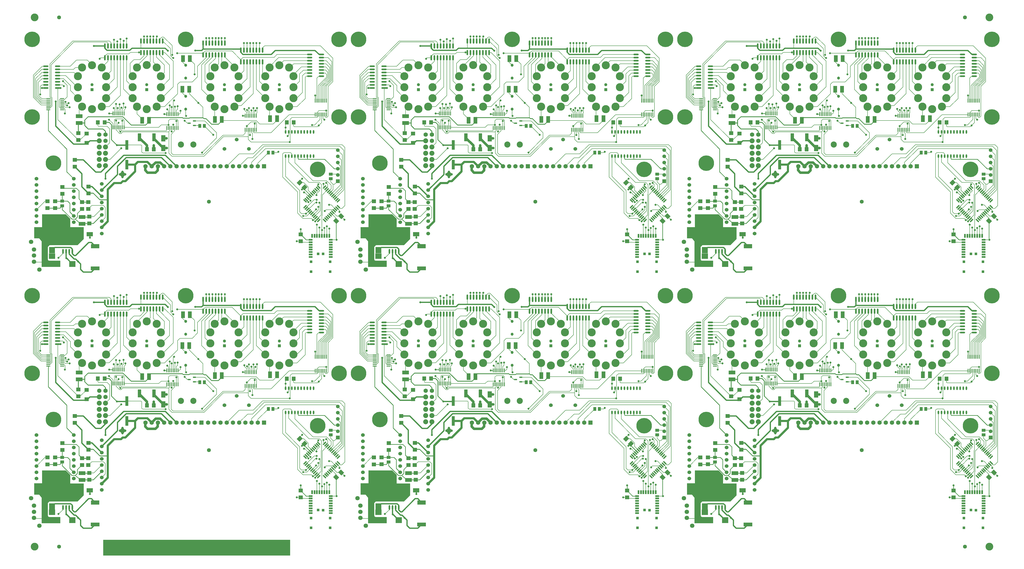
<source format=gtl>
%FSAX24Y24*%
%MOIN*%
G70*
G01*
G75*
G04 Layer_Physical_Order=1*
G04 Layer_Color=255*
%ADD10C,0.0630*%
%ADD11R,3.0070X0.2530*%
G04:AMPARAMS|DCode=12|XSize=24mil|YSize=59.1mil|CornerRadius=0.6mil|HoleSize=0mil|Usage=FLASHONLY|Rotation=270.000|XOffset=0mil|YOffset=0mil|HoleType=Round|Shape=RoundedRectangle|*
%AMROUNDEDRECTD12*
21,1,0.0240,0.0579,0,0,270.0*
21,1,0.0228,0.0591,0,0,270.0*
1,1,0.0012,-0.0289,-0.0114*
1,1,0.0012,-0.0289,0.0114*
1,1,0.0012,0.0289,0.0114*
1,1,0.0012,0.0289,-0.0114*
%
%ADD12ROUNDEDRECTD12*%
G04:AMPARAMS|DCode=13|XSize=24mil|YSize=59.1mil|CornerRadius=0.6mil|HoleSize=0mil|Usage=FLASHONLY|Rotation=180.000|XOffset=0mil|YOffset=0mil|HoleType=Round|Shape=RoundedRectangle|*
%AMROUNDEDRECTD13*
21,1,0.0240,0.0579,0,0,180.0*
21,1,0.0228,0.0591,0,0,180.0*
1,1,0.0012,-0.0114,0.0289*
1,1,0.0012,0.0114,0.0289*
1,1,0.0012,0.0114,-0.0289*
1,1,0.0012,-0.0114,-0.0289*
%
%ADD13ROUNDEDRECTD13*%
%ADD14R,0.0669X0.0984*%
%ADD15R,0.0512X0.0591*%
%ADD16R,0.0512X0.0236*%
%ADD17R,0.0709X0.0630*%
%ADD18R,0.0472X0.1575*%
G04:AMPARAMS|DCode=19|XSize=70.9mil|YSize=63mil|CornerRadius=0mil|HoleSize=0mil|Usage=FLASHONLY|Rotation=315.000|XOffset=0mil|YOffset=0mil|HoleType=Round|Shape=Rectangle|*
%AMROTATEDRECTD19*
4,1,4,-0.0473,0.0028,-0.0028,0.0473,0.0473,-0.0028,0.0028,-0.0473,-0.0473,0.0028,0.0*
%
%ADD19ROTATEDRECTD19*%

G04:AMPARAMS|DCode=20|XSize=70.9mil|YSize=63mil|CornerRadius=0mil|HoleSize=0mil|Usage=FLASHONLY|Rotation=45.000|XOffset=0mil|YOffset=0mil|HoleType=Round|Shape=Rectangle|*
%AMROTATEDRECTD20*
4,1,4,-0.0028,-0.0473,-0.0473,-0.0028,0.0028,0.0473,0.0473,0.0028,-0.0028,-0.0473,0.0*
%
%ADD20ROTATEDRECTD20*%

%ADD21O,0.0236X0.0866*%
%ADD22O,0.0866X0.0236*%
%ADD23R,0.0630X0.1063*%
%ADD24R,0.1063X0.0630*%
%ADD25R,0.0630X0.0709*%
%ADD26O,0.0669X0.0138*%
%ADD27O,0.0138X0.0669*%
%ADD28O,0.0236X0.0787*%
%ADD29R,0.1378X0.0669*%
%ADD30R,0.1417X0.0591*%
%ADD31R,0.1024X0.0945*%
%ADD32R,0.0945X0.1024*%
%ADD33R,0.0984X0.0669*%
G04:AMPARAMS|DCode=34|XSize=21.7mil|YSize=68.9mil|CornerRadius=0mil|HoleSize=0mil|Usage=FLASHONLY|Rotation=135.000|XOffset=0mil|YOffset=0mil|HoleType=Round|Shape=Round|*
%AMOVALD34*
21,1,0.0472,0.0217,0.0000,0.0000,225.0*
1,1,0.0217,0.0167,0.0167*
1,1,0.0217,-0.0167,-0.0167*
%
%ADD34OVALD34*%

G04:AMPARAMS|DCode=35|XSize=21.7mil|YSize=68.9mil|CornerRadius=0mil|HoleSize=0mil|Usage=FLASHONLY|Rotation=225.000|XOffset=0mil|YOffset=0mil|HoleType=Round|Shape=Round|*
%AMOVALD35*
21,1,0.0472,0.0217,0.0000,0.0000,315.0*
1,1,0.0217,-0.0167,0.0167*
1,1,0.0217,0.0167,-0.0167*
%
%ADD35OVALD35*%

%ADD36O,0.0236X0.0591*%
%ADD37R,0.0591X0.0512*%
%ADD38R,0.0551X0.1280*%
%ADD39C,0.0079*%
%ADD40C,0.0197*%
%ADD41C,0.0400*%
%ADD42C,0.0394*%
%ADD43C,0.0118*%
%ADD44C,0.0100*%
%ADD45C,0.0330*%
%ADD46R,0.0394X0.0394*%
%ADD47P,0.1114X4X270.0*%
%ADD48R,0.1000X0.0900*%
%ADD49C,0.1250*%
%ADD50C,0.1300*%
%ADD51C,0.0600*%
%ADD52C,0.0700*%
%ADD53C,0.0800*%
%ADD54R,0.0700X0.0700*%
%ADD55C,0.0709*%
%ADD56C,0.0394*%
%ADD57C,0.2500*%
%ADD58R,0.0492X0.0492*%
%ADD59C,0.0492*%
%ADD60R,0.0591X0.0591*%
%ADD61C,0.0591*%
%ADD62C,0.0472*%
%ADD63C,0.0315*%
%ADD64C,0.0984*%
G36*
X018227Y024396D02*
Y023021D01*
X020390Y023019D01*
Y021108D01*
X019390Y020108D01*
X016386D01*
X014890Y020108D01*
X014640Y019858D01*
Y017858D01*
X014690Y017668D01*
X014890Y017608D01*
X016640D01*
Y016608D01*
X013640D01*
Y020708D01*
X013240Y021208D01*
X012440D01*
X012440Y023027D01*
X013690Y023025D01*
Y025103D01*
X017520D01*
X018227Y024396D01*
D02*
G37*
G36*
X070727D02*
Y023021D01*
X072890Y023019D01*
Y021108D01*
X071890Y020108D01*
X068886D01*
X067390Y020108D01*
X067140Y019858D01*
Y017858D01*
X067190Y017668D01*
X067390Y017608D01*
X069140D01*
Y016608D01*
X066140D01*
Y020708D01*
X065740Y021208D01*
X064940D01*
X064940Y023027D01*
X066190Y023025D01*
Y025103D01*
X070020D01*
X070727Y024396D01*
D02*
G37*
G36*
X123227D02*
Y023021D01*
X125390Y023019D01*
Y021108D01*
X124390Y020108D01*
X121386D01*
X119890Y020108D01*
X119640Y019858D01*
Y017858D01*
X119690Y017668D01*
X119890Y017608D01*
X121640D01*
Y016608D01*
X118640D01*
Y020708D01*
X118240Y021208D01*
X117440D01*
X117440Y023027D01*
X118690Y023025D01*
Y025103D01*
X122520D01*
X123227Y024396D01*
D02*
G37*
G36*
X018227Y065646D02*
Y064271D01*
X020390Y064269D01*
Y062358D01*
X019390Y061358D01*
X016386D01*
X014890Y061358D01*
X014640Y061108D01*
Y059108D01*
X014690Y058918D01*
X014890Y058858D01*
X016640D01*
Y057858D01*
X013640D01*
Y061958D01*
X013240Y062458D01*
X012440D01*
X012440Y064277D01*
X013690Y064275D01*
Y066353D01*
X017520D01*
X018227Y065646D01*
D02*
G37*
G36*
X070727D02*
Y064271D01*
X072890Y064269D01*
Y062358D01*
X071890Y061358D01*
X068886D01*
X067390Y061358D01*
X067140Y061108D01*
Y059108D01*
X067190Y058918D01*
X067390Y058858D01*
X069140D01*
Y057858D01*
X066140D01*
Y061958D01*
X065740Y062458D01*
X064940D01*
X064940Y064277D01*
X066190Y064275D01*
Y066353D01*
X070020D01*
X070727Y065646D01*
D02*
G37*
G36*
X123227D02*
Y064271D01*
X125390Y064269D01*
Y062358D01*
X124390Y061358D01*
X121386D01*
X119890Y061358D01*
X119640Y061108D01*
Y059108D01*
X119690Y058918D01*
X119890Y058858D01*
X121640D01*
Y057858D01*
X118640D01*
Y061958D01*
X118240Y062458D01*
X117440D01*
X117440Y064277D01*
X118690Y064275D01*
Y066353D01*
X122520D01*
X123227Y065646D01*
D02*
G37*
D10*
X145540Y028371D02*
D03*
X093040D02*
D03*
X040540D02*
D03*
X145540Y068371D02*
D03*
X093040D02*
D03*
X040540D02*
D03*
X016446Y012840D02*
D03*
Y098027D02*
D03*
X162135D02*
D03*
Y012840D02*
D03*
D11*
X038555Y012686D02*
D03*
D12*
X056895Y018227D02*
D03*
Y018621D02*
D03*
Y019015D02*
D03*
Y019408D02*
D03*
Y019802D02*
D03*
Y020196D02*
D03*
Y020590D02*
D03*
Y020983D02*
D03*
X060123D02*
D03*
Y020590D02*
D03*
Y020196D02*
D03*
Y019802D02*
D03*
Y019408D02*
D03*
Y019015D02*
D03*
Y018621D02*
D03*
Y018227D02*
D03*
X109395D02*
D03*
Y018621D02*
D03*
Y019015D02*
D03*
Y019408D02*
D03*
Y019802D02*
D03*
Y020196D02*
D03*
Y020590D02*
D03*
Y020983D02*
D03*
X112623D02*
D03*
Y020590D02*
D03*
Y020196D02*
D03*
Y019802D02*
D03*
Y019408D02*
D03*
Y019015D02*
D03*
Y018621D02*
D03*
Y018227D02*
D03*
X161895D02*
D03*
Y018621D02*
D03*
Y019015D02*
D03*
Y019408D02*
D03*
Y019802D02*
D03*
Y020196D02*
D03*
Y020590D02*
D03*
Y020983D02*
D03*
X165123D02*
D03*
Y020590D02*
D03*
Y020196D02*
D03*
Y019802D02*
D03*
Y019408D02*
D03*
Y019015D02*
D03*
Y018621D02*
D03*
Y018227D02*
D03*
X056895Y059477D02*
D03*
Y059871D02*
D03*
Y060265D02*
D03*
Y060658D02*
D03*
Y061052D02*
D03*
Y061446D02*
D03*
Y061840D02*
D03*
Y062233D02*
D03*
X060123D02*
D03*
Y061840D02*
D03*
Y061446D02*
D03*
Y061052D02*
D03*
Y060658D02*
D03*
Y060265D02*
D03*
Y059871D02*
D03*
Y059477D02*
D03*
X109395D02*
D03*
Y059871D02*
D03*
Y060265D02*
D03*
Y060658D02*
D03*
Y061052D02*
D03*
Y061446D02*
D03*
Y061840D02*
D03*
Y062233D02*
D03*
X112623D02*
D03*
Y061840D02*
D03*
Y061446D02*
D03*
Y061052D02*
D03*
Y060658D02*
D03*
Y060265D02*
D03*
Y059871D02*
D03*
Y059477D02*
D03*
X161895D02*
D03*
Y059871D02*
D03*
Y060265D02*
D03*
Y060658D02*
D03*
Y061052D02*
D03*
Y061446D02*
D03*
Y061840D02*
D03*
Y062233D02*
D03*
X165123D02*
D03*
Y061840D02*
D03*
Y061446D02*
D03*
Y061052D02*
D03*
Y060658D02*
D03*
Y060265D02*
D03*
Y059871D02*
D03*
Y059477D02*
D03*
D13*
X057127Y021613D02*
D03*
X057521D02*
D03*
X057914D02*
D03*
X058308D02*
D03*
X058702D02*
D03*
X059095D02*
D03*
X059489D02*
D03*
X059883D02*
D03*
X109627D02*
D03*
X110021D02*
D03*
X110414D02*
D03*
X110808D02*
D03*
X111202D02*
D03*
X111595D02*
D03*
X111989D02*
D03*
X112383D02*
D03*
X162127D02*
D03*
X162521D02*
D03*
X162914D02*
D03*
X163308D02*
D03*
X163702D02*
D03*
X164095D02*
D03*
X164489D02*
D03*
X164883D02*
D03*
X057127Y062863D02*
D03*
X057521D02*
D03*
X057914D02*
D03*
X058308D02*
D03*
X058702D02*
D03*
X059095D02*
D03*
X059489D02*
D03*
X059883D02*
D03*
X109627D02*
D03*
X110021D02*
D03*
X110414D02*
D03*
X110808D02*
D03*
X111202D02*
D03*
X111595D02*
D03*
X111989D02*
D03*
X112383D02*
D03*
X162127D02*
D03*
X162521D02*
D03*
X162914D02*
D03*
X163308D02*
D03*
X163702D02*
D03*
X164095D02*
D03*
X164489D02*
D03*
X164883D02*
D03*
D14*
X033190Y035751D02*
D03*
Y037325D02*
D03*
X085690Y035751D02*
D03*
Y037325D02*
D03*
X138190Y035751D02*
D03*
Y037325D02*
D03*
X033190Y077001D02*
D03*
Y078575D02*
D03*
X085690Y077001D02*
D03*
Y078575D02*
D03*
X138190Y077001D02*
D03*
Y078575D02*
D03*
D15*
X039804Y039318D02*
D03*
X039056D02*
D03*
X050096Y035018D02*
D03*
X050844D02*
D03*
X092304Y039318D02*
D03*
X091556D02*
D03*
X102596Y035018D02*
D03*
X103344D02*
D03*
X144804Y039318D02*
D03*
X144056D02*
D03*
X155096Y035018D02*
D03*
X155844D02*
D03*
X039804Y080568D02*
D03*
X039056D02*
D03*
X050096Y076268D02*
D03*
X050844D02*
D03*
X092304Y080568D02*
D03*
X091556D02*
D03*
X102596Y076268D02*
D03*
X103344D02*
D03*
X144804Y080568D02*
D03*
X144056D02*
D03*
X155096Y076268D02*
D03*
X155844D02*
D03*
D16*
X038197Y039374D02*
D03*
Y040122D02*
D03*
X037370Y039748D02*
D03*
X090697Y039374D02*
D03*
Y040122D02*
D03*
X089870Y039748D02*
D03*
X143197Y039374D02*
D03*
Y040122D02*
D03*
X142370Y039748D02*
D03*
X038197Y080624D02*
D03*
Y081372D02*
D03*
X037370Y080998D02*
D03*
X090697Y080624D02*
D03*
Y081372D02*
D03*
X089870Y080998D02*
D03*
X143197Y080624D02*
D03*
Y081372D02*
D03*
X142370Y080998D02*
D03*
D17*
X018960Y032757D02*
D03*
Y033859D02*
D03*
X055290Y021869D02*
D03*
Y020767D02*
D03*
X019530Y038149D02*
D03*
Y037047D02*
D03*
X020850Y036587D02*
D03*
Y038089D02*
D03*
X014556Y026088D02*
D03*
Y027190D02*
D03*
X021290Y023607D02*
D03*
Y024709D02*
D03*
X020140Y025957D02*
D03*
Y027059D02*
D03*
X016958Y028401D02*
D03*
Y029503D02*
D03*
X021140Y027059D02*
D03*
Y025957D02*
D03*
X015806Y027200D02*
D03*
Y026097D02*
D03*
X021180Y028447D02*
D03*
Y029549D02*
D03*
X071460Y032757D02*
D03*
Y033859D02*
D03*
X107790Y021869D02*
D03*
Y020767D02*
D03*
X072030Y038149D02*
D03*
Y037047D02*
D03*
X073350Y036587D02*
D03*
Y038089D02*
D03*
X067056Y026088D02*
D03*
Y027190D02*
D03*
X073790Y023607D02*
D03*
Y024709D02*
D03*
X072640Y025957D02*
D03*
Y027059D02*
D03*
X069458Y028401D02*
D03*
Y029503D02*
D03*
X073640Y027059D02*
D03*
Y025957D02*
D03*
X068306Y027200D02*
D03*
Y026097D02*
D03*
X073680Y028447D02*
D03*
Y029549D02*
D03*
X123960Y032757D02*
D03*
Y033859D02*
D03*
X160290Y021869D02*
D03*
Y020767D02*
D03*
X124530Y038149D02*
D03*
Y037047D02*
D03*
X125850Y036587D02*
D03*
Y038089D02*
D03*
X119556Y026088D02*
D03*
Y027190D02*
D03*
X126290Y023607D02*
D03*
Y024709D02*
D03*
X125140Y025957D02*
D03*
Y027059D02*
D03*
X121958Y028401D02*
D03*
Y029503D02*
D03*
X126140Y027059D02*
D03*
Y025957D02*
D03*
X120806Y027200D02*
D03*
Y026097D02*
D03*
X126180Y028447D02*
D03*
Y029549D02*
D03*
X018960Y074007D02*
D03*
Y075109D02*
D03*
X055290Y063119D02*
D03*
Y062017D02*
D03*
X019530Y079399D02*
D03*
Y078297D02*
D03*
X020850Y077837D02*
D03*
Y079339D02*
D03*
X014556Y067338D02*
D03*
Y068440D02*
D03*
X021290Y064857D02*
D03*
Y065959D02*
D03*
X020140Y067207D02*
D03*
Y068309D02*
D03*
X016958Y069651D02*
D03*
Y070753D02*
D03*
X021140Y068309D02*
D03*
Y067207D02*
D03*
X015806Y068450D02*
D03*
Y067347D02*
D03*
X021180Y069697D02*
D03*
Y070799D02*
D03*
X071460Y074007D02*
D03*
Y075109D02*
D03*
X107790Y063119D02*
D03*
Y062017D02*
D03*
X072030Y079399D02*
D03*
Y078297D02*
D03*
X073350Y077837D02*
D03*
Y079339D02*
D03*
X067056Y067338D02*
D03*
Y068440D02*
D03*
X073790Y064857D02*
D03*
Y065959D02*
D03*
X072640Y067207D02*
D03*
Y068309D02*
D03*
X069458Y069651D02*
D03*
Y070753D02*
D03*
X073640Y068309D02*
D03*
Y067207D02*
D03*
X068306Y068450D02*
D03*
Y067347D02*
D03*
X073680Y069697D02*
D03*
Y070799D02*
D03*
X123960Y074007D02*
D03*
Y075109D02*
D03*
X160290Y063119D02*
D03*
Y062017D02*
D03*
X124530Y079399D02*
D03*
Y078297D02*
D03*
X125850Y077837D02*
D03*
Y079339D02*
D03*
X119556Y067338D02*
D03*
Y068440D02*
D03*
X126290Y064857D02*
D03*
Y065959D02*
D03*
X125140Y067207D02*
D03*
Y068309D02*
D03*
X121958Y069651D02*
D03*
Y070753D02*
D03*
X126140Y068309D02*
D03*
Y067207D02*
D03*
X120806Y068450D02*
D03*
Y067347D02*
D03*
X126180Y069697D02*
D03*
Y070799D02*
D03*
D18*
X027340Y033074D02*
D03*
Y036263D02*
D03*
X079840Y033074D02*
D03*
Y036263D02*
D03*
X132340Y033074D02*
D03*
Y036263D02*
D03*
X027340Y074324D02*
D03*
Y077513D02*
D03*
X079840Y074324D02*
D03*
Y077513D02*
D03*
X132340Y074324D02*
D03*
Y077513D02*
D03*
D19*
X061011Y024008D02*
D03*
X061790Y024788D02*
D03*
X113511Y024008D02*
D03*
X114290Y024788D02*
D03*
X166011Y024008D02*
D03*
X166790Y024788D02*
D03*
X061011Y065258D02*
D03*
X061790Y066038D02*
D03*
X113511Y065258D02*
D03*
X114290Y066038D02*
D03*
X166011Y065258D02*
D03*
X166790Y066038D02*
D03*
D20*
X055900Y029418D02*
D03*
X055121Y030198D02*
D03*
X108400Y029418D02*
D03*
X107621Y030198D02*
D03*
X160900Y029418D02*
D03*
X160121Y030198D02*
D03*
X055900Y070668D02*
D03*
X055121Y071448D02*
D03*
X108400Y070668D02*
D03*
X107621Y071448D02*
D03*
X160900Y070668D02*
D03*
X160121Y071448D02*
D03*
D21*
X027300Y052178D02*
D03*
X026800D02*
D03*
X026300D02*
D03*
X025800D02*
D03*
X025300D02*
D03*
X024800D02*
D03*
X024300D02*
D03*
X023800D02*
D03*
X027300Y050288D02*
D03*
X026800D02*
D03*
X026300D02*
D03*
X025800D02*
D03*
X025300D02*
D03*
X024800D02*
D03*
X024300D02*
D03*
X023800D02*
D03*
X033100Y053003D02*
D03*
X032600D02*
D03*
X032100D02*
D03*
X031600D02*
D03*
X031100D02*
D03*
X030600D02*
D03*
X030100D02*
D03*
X029600D02*
D03*
X033100Y051113D02*
D03*
X032600D02*
D03*
X032100D02*
D03*
X031600D02*
D03*
X031100D02*
D03*
X030600D02*
D03*
X030100D02*
D03*
X029600D02*
D03*
X043090Y052643D02*
D03*
X042590D02*
D03*
X042090D02*
D03*
X041590D02*
D03*
X041090D02*
D03*
X040590D02*
D03*
X040090D02*
D03*
X039590D02*
D03*
X043090Y050753D02*
D03*
X042590D02*
D03*
X042090D02*
D03*
X041590D02*
D03*
X041090D02*
D03*
X040590D02*
D03*
X040090D02*
D03*
X039590D02*
D03*
X049170Y051523D02*
D03*
X048670D02*
D03*
X048170D02*
D03*
X047670D02*
D03*
X047170D02*
D03*
X046670D02*
D03*
X046170D02*
D03*
X045670D02*
D03*
X049170Y049633D02*
D03*
X048670D02*
D03*
X048170D02*
D03*
X047670D02*
D03*
X047170D02*
D03*
X046670D02*
D03*
X046170D02*
D03*
X045670D02*
D03*
X079800Y052178D02*
D03*
X079300D02*
D03*
X078800D02*
D03*
X078300D02*
D03*
X077800D02*
D03*
X077300D02*
D03*
X076800D02*
D03*
X076300D02*
D03*
X079800Y050288D02*
D03*
X079300D02*
D03*
X078800D02*
D03*
X078300D02*
D03*
X077800D02*
D03*
X077300D02*
D03*
X076800D02*
D03*
X076300D02*
D03*
X085600Y053003D02*
D03*
X085100D02*
D03*
X084600D02*
D03*
X084100D02*
D03*
X083600D02*
D03*
X083100D02*
D03*
X082600D02*
D03*
X082100D02*
D03*
X085600Y051113D02*
D03*
X085100D02*
D03*
X084600D02*
D03*
X084100D02*
D03*
X083600D02*
D03*
X083100D02*
D03*
X082600D02*
D03*
X082100D02*
D03*
X095590Y052643D02*
D03*
X095090D02*
D03*
X094590D02*
D03*
X094090D02*
D03*
X093590D02*
D03*
X093090D02*
D03*
X092590D02*
D03*
X092090D02*
D03*
X095590Y050753D02*
D03*
X095090D02*
D03*
X094590D02*
D03*
X094090D02*
D03*
X093590D02*
D03*
X093090D02*
D03*
X092590D02*
D03*
X092090D02*
D03*
X101670Y051523D02*
D03*
X101170D02*
D03*
X100670D02*
D03*
X100170D02*
D03*
X099670D02*
D03*
X099170D02*
D03*
X098670D02*
D03*
X098170D02*
D03*
X101670Y049633D02*
D03*
X101170D02*
D03*
X100670D02*
D03*
X100170D02*
D03*
X099670D02*
D03*
X099170D02*
D03*
X098670D02*
D03*
X098170D02*
D03*
X132300Y052178D02*
D03*
X131800D02*
D03*
X131300D02*
D03*
X130800D02*
D03*
X130300D02*
D03*
X129800D02*
D03*
X129300D02*
D03*
X128800D02*
D03*
X132300Y050288D02*
D03*
X131800D02*
D03*
X131300D02*
D03*
X130800D02*
D03*
X130300D02*
D03*
X129800D02*
D03*
X129300D02*
D03*
X128800D02*
D03*
X138100Y053003D02*
D03*
X137600D02*
D03*
X137100D02*
D03*
X136600D02*
D03*
X136100D02*
D03*
X135600D02*
D03*
X135100D02*
D03*
X134600D02*
D03*
X138100Y051113D02*
D03*
X137600D02*
D03*
X137100D02*
D03*
X136600D02*
D03*
X136100D02*
D03*
X135600D02*
D03*
X135100D02*
D03*
X134600D02*
D03*
X148090Y052643D02*
D03*
X147590D02*
D03*
X147090D02*
D03*
X146590D02*
D03*
X146090D02*
D03*
X145590D02*
D03*
X145090D02*
D03*
X144590D02*
D03*
X148090Y050753D02*
D03*
X147590D02*
D03*
X147090D02*
D03*
X146590D02*
D03*
X146090D02*
D03*
X145590D02*
D03*
X145090D02*
D03*
X144590D02*
D03*
X154170Y051523D02*
D03*
X153670D02*
D03*
X153170D02*
D03*
X152670D02*
D03*
X152170D02*
D03*
X151670D02*
D03*
X151170D02*
D03*
X150670D02*
D03*
X154170Y049633D02*
D03*
X153670D02*
D03*
X153170D02*
D03*
X152670D02*
D03*
X152170D02*
D03*
X151670D02*
D03*
X151170D02*
D03*
X150670D02*
D03*
X027300Y093428D02*
D03*
X026800D02*
D03*
X026300D02*
D03*
X025800D02*
D03*
X025300D02*
D03*
X024800D02*
D03*
X024300D02*
D03*
X023800D02*
D03*
X027300Y091538D02*
D03*
X026800D02*
D03*
X026300D02*
D03*
X025800D02*
D03*
X025300D02*
D03*
X024800D02*
D03*
X024300D02*
D03*
X023800D02*
D03*
X033100Y094253D02*
D03*
X032600D02*
D03*
X032100D02*
D03*
X031600D02*
D03*
X031100D02*
D03*
X030600D02*
D03*
X030100D02*
D03*
X029600D02*
D03*
X033100Y092363D02*
D03*
X032600D02*
D03*
X032100D02*
D03*
X031600D02*
D03*
X031100D02*
D03*
X030600D02*
D03*
X030100D02*
D03*
X029600D02*
D03*
X043090Y093893D02*
D03*
X042590D02*
D03*
X042090D02*
D03*
X041590D02*
D03*
X041090D02*
D03*
X040590D02*
D03*
X040090D02*
D03*
X039590D02*
D03*
X043090Y092003D02*
D03*
X042590D02*
D03*
X042090D02*
D03*
X041590D02*
D03*
X041090D02*
D03*
X040590D02*
D03*
X040090D02*
D03*
X039590D02*
D03*
X049170Y092773D02*
D03*
X048670D02*
D03*
X048170D02*
D03*
X047670D02*
D03*
X047170D02*
D03*
X046670D02*
D03*
X046170D02*
D03*
X045670D02*
D03*
X049170Y090883D02*
D03*
X048670D02*
D03*
X048170D02*
D03*
X047670D02*
D03*
X047170D02*
D03*
X046670D02*
D03*
X046170D02*
D03*
X045670D02*
D03*
X079800Y093428D02*
D03*
X079300D02*
D03*
X078800D02*
D03*
X078300D02*
D03*
X077800D02*
D03*
X077300D02*
D03*
X076800D02*
D03*
X076300D02*
D03*
X079800Y091538D02*
D03*
X079300D02*
D03*
X078800D02*
D03*
X078300D02*
D03*
X077800D02*
D03*
X077300D02*
D03*
X076800D02*
D03*
X076300D02*
D03*
X085600Y094253D02*
D03*
X085100D02*
D03*
X084600D02*
D03*
X084100D02*
D03*
X083600D02*
D03*
X083100D02*
D03*
X082600D02*
D03*
X082100D02*
D03*
X085600Y092363D02*
D03*
X085100D02*
D03*
X084600D02*
D03*
X084100D02*
D03*
X083600D02*
D03*
X083100D02*
D03*
X082600D02*
D03*
X082100D02*
D03*
X095590Y093893D02*
D03*
X095090D02*
D03*
X094590D02*
D03*
X094090D02*
D03*
X093590D02*
D03*
X093090D02*
D03*
X092590D02*
D03*
X092090D02*
D03*
X095590Y092003D02*
D03*
X095090D02*
D03*
X094590D02*
D03*
X094090D02*
D03*
X093590D02*
D03*
X093090D02*
D03*
X092590D02*
D03*
X092090D02*
D03*
X101670Y092773D02*
D03*
X101170D02*
D03*
X100670D02*
D03*
X100170D02*
D03*
X099670D02*
D03*
X099170D02*
D03*
X098670D02*
D03*
X098170D02*
D03*
X101670Y090883D02*
D03*
X101170D02*
D03*
X100670D02*
D03*
X100170D02*
D03*
X099670D02*
D03*
X099170D02*
D03*
X098670D02*
D03*
X098170D02*
D03*
X132300Y093428D02*
D03*
X131800D02*
D03*
X131300D02*
D03*
X130800D02*
D03*
X130300D02*
D03*
X129800D02*
D03*
X129300D02*
D03*
X128800D02*
D03*
X132300Y091538D02*
D03*
X131800D02*
D03*
X131300D02*
D03*
X130800D02*
D03*
X130300D02*
D03*
X129800D02*
D03*
X129300D02*
D03*
X128800D02*
D03*
X138100Y094253D02*
D03*
X137600D02*
D03*
X137100D02*
D03*
X136600D02*
D03*
X136100D02*
D03*
X135600D02*
D03*
X135100D02*
D03*
X134600D02*
D03*
X138100Y092363D02*
D03*
X137600D02*
D03*
X137100D02*
D03*
X136600D02*
D03*
X136100D02*
D03*
X135600D02*
D03*
X135100D02*
D03*
X134600D02*
D03*
X148090Y093893D02*
D03*
X147590D02*
D03*
X147090D02*
D03*
X146590D02*
D03*
X146090D02*
D03*
X145590D02*
D03*
X145090D02*
D03*
X144590D02*
D03*
X148090Y092003D02*
D03*
X147590D02*
D03*
X147090D02*
D03*
X146590D02*
D03*
X146090D02*
D03*
X145590D02*
D03*
X145090D02*
D03*
X144590D02*
D03*
X154170Y092773D02*
D03*
X153670D02*
D03*
X153170D02*
D03*
X152670D02*
D03*
X152170D02*
D03*
X151670D02*
D03*
X151170D02*
D03*
X150670D02*
D03*
X154170Y090883D02*
D03*
X153670D02*
D03*
X153170D02*
D03*
X152670D02*
D03*
X152170D02*
D03*
X151670D02*
D03*
X151170D02*
D03*
X150670D02*
D03*
D22*
X058635Y047308D02*
D03*
Y047808D02*
D03*
Y048308D02*
D03*
Y048808D02*
D03*
Y049308D02*
D03*
Y049808D02*
D03*
Y050308D02*
D03*
Y050808D02*
D03*
X056745Y047308D02*
D03*
Y047808D02*
D03*
Y048308D02*
D03*
Y048808D02*
D03*
Y049308D02*
D03*
Y049808D02*
D03*
Y050308D02*
D03*
Y050808D02*
D03*
X014305Y048938D02*
D03*
Y048438D02*
D03*
Y047938D02*
D03*
Y047438D02*
D03*
Y046938D02*
D03*
Y046438D02*
D03*
Y045938D02*
D03*
Y045438D02*
D03*
X016195Y048938D02*
D03*
Y048438D02*
D03*
Y047938D02*
D03*
Y047438D02*
D03*
Y046938D02*
D03*
Y046438D02*
D03*
Y045938D02*
D03*
Y045438D02*
D03*
X111135Y047308D02*
D03*
Y047808D02*
D03*
Y048308D02*
D03*
Y048808D02*
D03*
Y049308D02*
D03*
Y049808D02*
D03*
Y050308D02*
D03*
Y050808D02*
D03*
X109245Y047308D02*
D03*
Y047808D02*
D03*
Y048308D02*
D03*
Y048808D02*
D03*
Y049308D02*
D03*
Y049808D02*
D03*
Y050308D02*
D03*
Y050808D02*
D03*
X066805Y048938D02*
D03*
Y048438D02*
D03*
Y047938D02*
D03*
Y047438D02*
D03*
Y046938D02*
D03*
Y046438D02*
D03*
Y045938D02*
D03*
Y045438D02*
D03*
X068695Y048938D02*
D03*
Y048438D02*
D03*
Y047938D02*
D03*
Y047438D02*
D03*
Y046938D02*
D03*
Y046438D02*
D03*
Y045938D02*
D03*
Y045438D02*
D03*
X163635Y047308D02*
D03*
Y047808D02*
D03*
Y048308D02*
D03*
Y048808D02*
D03*
Y049308D02*
D03*
Y049808D02*
D03*
Y050308D02*
D03*
Y050808D02*
D03*
X161745Y047308D02*
D03*
Y047808D02*
D03*
Y048308D02*
D03*
Y048808D02*
D03*
Y049308D02*
D03*
Y049808D02*
D03*
Y050308D02*
D03*
Y050808D02*
D03*
X119305Y048938D02*
D03*
Y048438D02*
D03*
Y047938D02*
D03*
Y047438D02*
D03*
Y046938D02*
D03*
Y046438D02*
D03*
Y045938D02*
D03*
Y045438D02*
D03*
X121195Y048938D02*
D03*
Y048438D02*
D03*
Y047938D02*
D03*
Y047438D02*
D03*
Y046938D02*
D03*
Y046438D02*
D03*
Y045938D02*
D03*
Y045438D02*
D03*
X058635Y088558D02*
D03*
Y089058D02*
D03*
Y089558D02*
D03*
Y090058D02*
D03*
Y090558D02*
D03*
Y091058D02*
D03*
Y091558D02*
D03*
Y092058D02*
D03*
X056745Y088558D02*
D03*
Y089058D02*
D03*
Y089558D02*
D03*
Y090058D02*
D03*
Y090558D02*
D03*
Y091058D02*
D03*
Y091558D02*
D03*
Y092058D02*
D03*
X014305Y090188D02*
D03*
Y089688D02*
D03*
Y089188D02*
D03*
Y088688D02*
D03*
Y088188D02*
D03*
Y087688D02*
D03*
Y087188D02*
D03*
Y086688D02*
D03*
X016195Y090188D02*
D03*
Y089688D02*
D03*
Y089188D02*
D03*
Y088688D02*
D03*
Y088188D02*
D03*
Y087688D02*
D03*
Y087188D02*
D03*
Y086688D02*
D03*
X111135Y088558D02*
D03*
Y089058D02*
D03*
Y089558D02*
D03*
Y090058D02*
D03*
Y090558D02*
D03*
Y091058D02*
D03*
Y091558D02*
D03*
Y092058D02*
D03*
X109245Y088558D02*
D03*
Y089058D02*
D03*
Y089558D02*
D03*
Y090058D02*
D03*
Y090558D02*
D03*
Y091058D02*
D03*
Y091558D02*
D03*
Y092058D02*
D03*
X066805Y090188D02*
D03*
Y089688D02*
D03*
Y089188D02*
D03*
Y088688D02*
D03*
Y088188D02*
D03*
Y087688D02*
D03*
Y087188D02*
D03*
Y086688D02*
D03*
X068695Y090188D02*
D03*
Y089688D02*
D03*
Y089188D02*
D03*
Y088688D02*
D03*
Y088188D02*
D03*
Y087688D02*
D03*
Y087188D02*
D03*
Y086688D02*
D03*
X163635Y088558D02*
D03*
Y089058D02*
D03*
Y089558D02*
D03*
Y090058D02*
D03*
Y090558D02*
D03*
Y091058D02*
D03*
Y091558D02*
D03*
Y092058D02*
D03*
X161745Y088558D02*
D03*
Y089058D02*
D03*
Y089558D02*
D03*
Y090058D02*
D03*
Y090558D02*
D03*
Y091058D02*
D03*
Y091558D02*
D03*
Y092058D02*
D03*
X119305Y090188D02*
D03*
Y089688D02*
D03*
Y089188D02*
D03*
Y088688D02*
D03*
Y088188D02*
D03*
Y087688D02*
D03*
Y087188D02*
D03*
Y086688D02*
D03*
X121195Y090188D02*
D03*
Y089688D02*
D03*
Y089188D02*
D03*
Y088688D02*
D03*
Y088188D02*
D03*
Y087688D02*
D03*
Y087188D02*
D03*
Y086688D02*
D03*
D23*
X036258Y045218D02*
D03*
X037360D02*
D03*
X036359Y050158D02*
D03*
X037461D02*
D03*
X029802Y040212D02*
D03*
X030904D02*
D03*
X041499Y040368D02*
D03*
X042601D02*
D03*
X050379Y040498D02*
D03*
X051481D02*
D03*
X088758Y045218D02*
D03*
X089860D02*
D03*
X088859Y050158D02*
D03*
X089961D02*
D03*
X082302Y040212D02*
D03*
X083404D02*
D03*
X093999Y040368D02*
D03*
X095101D02*
D03*
X102879Y040498D02*
D03*
X103982D02*
D03*
X141258Y045218D02*
D03*
X142360D02*
D03*
X141359Y050158D02*
D03*
X142461D02*
D03*
X134802Y040212D02*
D03*
X135904D02*
D03*
X146499Y040368D02*
D03*
X147601D02*
D03*
X155379Y040498D02*
D03*
X156482D02*
D03*
X036258Y086468D02*
D03*
X037360D02*
D03*
X036359Y091408D02*
D03*
X037461D02*
D03*
X029802Y081462D02*
D03*
X030904D02*
D03*
X041499Y081618D02*
D03*
X042601D02*
D03*
X050379Y081748D02*
D03*
X051481D02*
D03*
X088758Y086468D02*
D03*
X089860D02*
D03*
X088859Y091408D02*
D03*
X089961D02*
D03*
X082302Y081462D02*
D03*
X083404D02*
D03*
X093999Y081618D02*
D03*
X095101D02*
D03*
X102879Y081748D02*
D03*
X103982D02*
D03*
X141258Y086468D02*
D03*
X142360D02*
D03*
X141359Y091408D02*
D03*
X142461D02*
D03*
X134802Y081462D02*
D03*
X135904D02*
D03*
X146499Y081618D02*
D03*
X147601D02*
D03*
X155379Y081748D02*
D03*
X156482D02*
D03*
D24*
X019660Y040879D02*
D03*
Y039777D02*
D03*
X020140Y023557D02*
D03*
Y024659D02*
D03*
X072160Y040879D02*
D03*
Y039777D02*
D03*
X072640Y023557D02*
D03*
Y024659D02*
D03*
X124660Y040879D02*
D03*
Y039777D02*
D03*
X125140Y023557D02*
D03*
Y024659D02*
D03*
X019660Y082129D02*
D03*
Y081027D02*
D03*
X020140Y064807D02*
D03*
Y065909D02*
D03*
X072160Y082129D02*
D03*
Y081027D02*
D03*
X072640Y064807D02*
D03*
Y065909D02*
D03*
X124660Y082129D02*
D03*
Y081027D02*
D03*
X125140Y064807D02*
D03*
Y065909D02*
D03*
D25*
X023750Y039898D02*
D03*
X022648D02*
D03*
X054160Y039888D02*
D03*
X053058D02*
D03*
X031662Y035568D02*
D03*
X030559D02*
D03*
X076250Y039898D02*
D03*
X075148D02*
D03*
X106660Y039888D02*
D03*
X105558D02*
D03*
X084162Y035568D02*
D03*
X083059D02*
D03*
X128750Y039898D02*
D03*
X127648D02*
D03*
X159160Y039888D02*
D03*
X158058D02*
D03*
X136662Y035568D02*
D03*
X135559D02*
D03*
X023750Y081148D02*
D03*
X022648D02*
D03*
X054160Y081138D02*
D03*
X053058D02*
D03*
X031662Y076818D02*
D03*
X030559D02*
D03*
X076250Y081148D02*
D03*
X075148D02*
D03*
X106660Y081138D02*
D03*
X105558D02*
D03*
X084162Y076818D02*
D03*
X083059D02*
D03*
X128750Y081148D02*
D03*
X127648D02*
D03*
X159160Y081138D02*
D03*
X158058D02*
D03*
X136662Y076818D02*
D03*
X135559D02*
D03*
D26*
X016932Y041922D02*
D03*
Y042178D02*
D03*
Y042434D02*
D03*
Y042690D02*
D03*
Y042946D02*
D03*
Y043202D02*
D03*
Y043458D02*
D03*
Y043714D02*
D03*
X014688Y041922D02*
D03*
Y042178D02*
D03*
Y042434D02*
D03*
Y042690D02*
D03*
Y042946D02*
D03*
Y043202D02*
D03*
Y043458D02*
D03*
Y043714D02*
D03*
X069432Y041922D02*
D03*
Y042178D02*
D03*
Y042434D02*
D03*
Y042690D02*
D03*
Y042946D02*
D03*
Y043202D02*
D03*
Y043458D02*
D03*
Y043714D02*
D03*
X067188Y041922D02*
D03*
Y042178D02*
D03*
Y042434D02*
D03*
Y042690D02*
D03*
Y042946D02*
D03*
Y043202D02*
D03*
Y043458D02*
D03*
Y043714D02*
D03*
X121932Y041922D02*
D03*
Y042178D02*
D03*
Y042434D02*
D03*
Y042690D02*
D03*
Y042946D02*
D03*
Y043202D02*
D03*
Y043458D02*
D03*
Y043714D02*
D03*
X119688Y041922D02*
D03*
Y042178D02*
D03*
Y042434D02*
D03*
Y042690D02*
D03*
Y042946D02*
D03*
Y043202D02*
D03*
Y043458D02*
D03*
Y043714D02*
D03*
X016932Y083172D02*
D03*
Y083428D02*
D03*
Y083684D02*
D03*
Y083940D02*
D03*
Y084196D02*
D03*
Y084452D02*
D03*
Y084708D02*
D03*
Y084964D02*
D03*
X014688Y083172D02*
D03*
Y083428D02*
D03*
Y083684D02*
D03*
Y083940D02*
D03*
Y084196D02*
D03*
Y084452D02*
D03*
Y084708D02*
D03*
Y084964D02*
D03*
X069432Y083172D02*
D03*
Y083428D02*
D03*
Y083684D02*
D03*
Y083940D02*
D03*
Y084196D02*
D03*
Y084452D02*
D03*
Y084708D02*
D03*
Y084964D02*
D03*
X067188Y083172D02*
D03*
Y083428D02*
D03*
Y083684D02*
D03*
Y083940D02*
D03*
Y084196D02*
D03*
Y084452D02*
D03*
Y084708D02*
D03*
Y084964D02*
D03*
X121932Y083172D02*
D03*
Y083428D02*
D03*
Y083684D02*
D03*
Y083940D02*
D03*
Y084196D02*
D03*
Y084452D02*
D03*
Y084708D02*
D03*
Y084964D02*
D03*
X119688Y083172D02*
D03*
Y083428D02*
D03*
Y083684D02*
D03*
Y083940D02*
D03*
Y084196D02*
D03*
Y084452D02*
D03*
Y084708D02*
D03*
Y084964D02*
D03*
D27*
X025090Y039094D02*
D03*
X025346D02*
D03*
X025602D02*
D03*
X025858D02*
D03*
X026114D02*
D03*
X026370D02*
D03*
X026626D02*
D03*
X026882D02*
D03*
X025090Y041338D02*
D03*
X025346D02*
D03*
X025602D02*
D03*
X025858D02*
D03*
X026114D02*
D03*
X026370D02*
D03*
X026626D02*
D03*
X026882D02*
D03*
X033765Y038976D02*
D03*
X034021D02*
D03*
X034276D02*
D03*
X034532D02*
D03*
X034788D02*
D03*
X035044D02*
D03*
X035300D02*
D03*
X035556D02*
D03*
X033765Y041220D02*
D03*
X034021D02*
D03*
X034276D02*
D03*
X034532D02*
D03*
X034788D02*
D03*
X035044D02*
D03*
X035300D02*
D03*
X035556D02*
D03*
X046375Y038706D02*
D03*
X046631D02*
D03*
X046886D02*
D03*
X047142D02*
D03*
X047398D02*
D03*
X047654D02*
D03*
X047910D02*
D03*
X048166D02*
D03*
X046375Y040950D02*
D03*
X046631D02*
D03*
X046886D02*
D03*
X047142D02*
D03*
X047398D02*
D03*
X047654D02*
D03*
X047910D02*
D03*
X048166D02*
D03*
X057627Y041156D02*
D03*
X057883D02*
D03*
X058139D02*
D03*
X058395D02*
D03*
X058651D02*
D03*
X058906D02*
D03*
X059162D02*
D03*
X059418D02*
D03*
X057627Y043401D02*
D03*
X057883D02*
D03*
X058139D02*
D03*
X058395D02*
D03*
X058651D02*
D03*
X058906D02*
D03*
X059162D02*
D03*
X059418D02*
D03*
X077590Y039094D02*
D03*
X077846D02*
D03*
X078102D02*
D03*
X078358D02*
D03*
X078614D02*
D03*
X078870D02*
D03*
X079126D02*
D03*
X079382D02*
D03*
X077590Y041338D02*
D03*
X077846D02*
D03*
X078102D02*
D03*
X078358D02*
D03*
X078614D02*
D03*
X078870D02*
D03*
X079126D02*
D03*
X079382D02*
D03*
X086265Y038976D02*
D03*
X086521D02*
D03*
X086776D02*
D03*
X087032D02*
D03*
X087288D02*
D03*
X087544D02*
D03*
X087800D02*
D03*
X088056D02*
D03*
X086265Y041220D02*
D03*
X086521D02*
D03*
X086776D02*
D03*
X087032D02*
D03*
X087288D02*
D03*
X087544D02*
D03*
X087800D02*
D03*
X088056D02*
D03*
X098875Y038706D02*
D03*
X099131D02*
D03*
X099386D02*
D03*
X099642D02*
D03*
X099898D02*
D03*
X100154D02*
D03*
X100410D02*
D03*
X100666D02*
D03*
X098875Y040950D02*
D03*
X099131D02*
D03*
X099386D02*
D03*
X099642D02*
D03*
X099898D02*
D03*
X100154D02*
D03*
X100410D02*
D03*
X100666D02*
D03*
X110127Y041156D02*
D03*
X110383D02*
D03*
X110639D02*
D03*
X110895D02*
D03*
X111151D02*
D03*
X111406D02*
D03*
X111662D02*
D03*
X111918D02*
D03*
X110127Y043401D02*
D03*
X110383D02*
D03*
X110639D02*
D03*
X110895D02*
D03*
X111151D02*
D03*
X111406D02*
D03*
X111662D02*
D03*
X111918D02*
D03*
X130090Y039094D02*
D03*
X130346D02*
D03*
X130602D02*
D03*
X130858D02*
D03*
X131114D02*
D03*
X131370D02*
D03*
X131626D02*
D03*
X131882D02*
D03*
X130090Y041338D02*
D03*
X130346D02*
D03*
X130602D02*
D03*
X130858D02*
D03*
X131114D02*
D03*
X131370D02*
D03*
X131626D02*
D03*
X131882D02*
D03*
X138765Y038976D02*
D03*
X139021D02*
D03*
X139276D02*
D03*
X139532D02*
D03*
X139788D02*
D03*
X140044D02*
D03*
X140300D02*
D03*
X140556D02*
D03*
X138765Y041220D02*
D03*
X139021D02*
D03*
X139276D02*
D03*
X139532D02*
D03*
X139788D02*
D03*
X140044D02*
D03*
X140300D02*
D03*
X140556D02*
D03*
X151375Y038706D02*
D03*
X151631D02*
D03*
X151886D02*
D03*
X152142D02*
D03*
X152398D02*
D03*
X152654D02*
D03*
X152910D02*
D03*
X153166D02*
D03*
X151375Y040950D02*
D03*
X151631D02*
D03*
X151886D02*
D03*
X152142D02*
D03*
X152398D02*
D03*
X152654D02*
D03*
X152910D02*
D03*
X153166D02*
D03*
X162627Y041156D02*
D03*
X162883D02*
D03*
X163139D02*
D03*
X163395D02*
D03*
X163651D02*
D03*
X163906D02*
D03*
X164162D02*
D03*
X164418D02*
D03*
X162627Y043401D02*
D03*
X162883D02*
D03*
X163139D02*
D03*
X163395D02*
D03*
X163651D02*
D03*
X163906D02*
D03*
X164162D02*
D03*
X164418D02*
D03*
X025090Y080344D02*
D03*
X025346D02*
D03*
X025602D02*
D03*
X025858D02*
D03*
X026114D02*
D03*
X026370D02*
D03*
X026626D02*
D03*
X026882D02*
D03*
X025090Y082588D02*
D03*
X025346D02*
D03*
X025602D02*
D03*
X025858D02*
D03*
X026114D02*
D03*
X026370D02*
D03*
X026626D02*
D03*
X026882D02*
D03*
X033765Y080226D02*
D03*
X034021D02*
D03*
X034276D02*
D03*
X034532D02*
D03*
X034788D02*
D03*
X035044D02*
D03*
X035300D02*
D03*
X035556D02*
D03*
X033765Y082470D02*
D03*
X034021D02*
D03*
X034276D02*
D03*
X034532D02*
D03*
X034788D02*
D03*
X035044D02*
D03*
X035300D02*
D03*
X035556D02*
D03*
X046375Y079956D02*
D03*
X046631D02*
D03*
X046886D02*
D03*
X047142D02*
D03*
X047398D02*
D03*
X047654D02*
D03*
X047910D02*
D03*
X048166D02*
D03*
X046375Y082200D02*
D03*
X046631D02*
D03*
X046886D02*
D03*
X047142D02*
D03*
X047398D02*
D03*
X047654D02*
D03*
X047910D02*
D03*
X048166D02*
D03*
X057627Y082406D02*
D03*
X057883D02*
D03*
X058139D02*
D03*
X058395D02*
D03*
X058651D02*
D03*
X058906D02*
D03*
X059162D02*
D03*
X059418D02*
D03*
X057627Y084651D02*
D03*
X057883D02*
D03*
X058139D02*
D03*
X058395D02*
D03*
X058651D02*
D03*
X058906D02*
D03*
X059162D02*
D03*
X059418D02*
D03*
X077590Y080344D02*
D03*
X077846D02*
D03*
X078102D02*
D03*
X078358D02*
D03*
X078614D02*
D03*
X078870D02*
D03*
X079126D02*
D03*
X079382D02*
D03*
X077590Y082588D02*
D03*
X077846D02*
D03*
X078102D02*
D03*
X078358D02*
D03*
X078614D02*
D03*
X078870D02*
D03*
X079126D02*
D03*
X079382D02*
D03*
X086265Y080226D02*
D03*
X086521D02*
D03*
X086776D02*
D03*
X087032D02*
D03*
X087288D02*
D03*
X087544D02*
D03*
X087800D02*
D03*
X088056D02*
D03*
X086265Y082470D02*
D03*
X086521D02*
D03*
X086776D02*
D03*
X087032D02*
D03*
X087288D02*
D03*
X087544D02*
D03*
X087800D02*
D03*
X088056D02*
D03*
X098875Y079956D02*
D03*
X099131D02*
D03*
X099386D02*
D03*
X099642D02*
D03*
X099898D02*
D03*
X100154D02*
D03*
X100410D02*
D03*
X100666D02*
D03*
X098875Y082200D02*
D03*
X099131D02*
D03*
X099386D02*
D03*
X099642D02*
D03*
X099898D02*
D03*
X100154D02*
D03*
X100410D02*
D03*
X100666D02*
D03*
X110127Y082406D02*
D03*
X110383D02*
D03*
X110639D02*
D03*
X110895D02*
D03*
X111151D02*
D03*
X111406D02*
D03*
X111662D02*
D03*
X111918D02*
D03*
X110127Y084651D02*
D03*
X110383D02*
D03*
X110639D02*
D03*
X110895D02*
D03*
X111151D02*
D03*
X111406D02*
D03*
X111662D02*
D03*
X111918D02*
D03*
X130090Y080344D02*
D03*
X130346D02*
D03*
X130602D02*
D03*
X130858D02*
D03*
X131114D02*
D03*
X131370D02*
D03*
X131626D02*
D03*
X131882D02*
D03*
X130090Y082588D02*
D03*
X130346D02*
D03*
X130602D02*
D03*
X130858D02*
D03*
X131114D02*
D03*
X131370D02*
D03*
X131626D02*
D03*
X131882D02*
D03*
X138765Y080226D02*
D03*
X139021D02*
D03*
X139276D02*
D03*
X139532D02*
D03*
X139788D02*
D03*
X140044D02*
D03*
X140300D02*
D03*
X140556D02*
D03*
X138765Y082470D02*
D03*
X139021D02*
D03*
X139276D02*
D03*
X139532D02*
D03*
X139788D02*
D03*
X140044D02*
D03*
X140300D02*
D03*
X140556D02*
D03*
X151375Y079956D02*
D03*
X151631D02*
D03*
X151886D02*
D03*
X152142D02*
D03*
X152398D02*
D03*
X152654D02*
D03*
X152910D02*
D03*
X153166D02*
D03*
X151375Y082200D02*
D03*
X151631D02*
D03*
X151886D02*
D03*
X152142D02*
D03*
X152398D02*
D03*
X152654D02*
D03*
X152910D02*
D03*
X153166D02*
D03*
X162627Y082406D02*
D03*
X162883D02*
D03*
X163139D02*
D03*
X163395D02*
D03*
X163651D02*
D03*
X163906D02*
D03*
X164162D02*
D03*
X164418D02*
D03*
X162627Y084651D02*
D03*
X162883D02*
D03*
X163139D02*
D03*
X163395D02*
D03*
X163651D02*
D03*
X163906D02*
D03*
X164162D02*
D03*
X164418D02*
D03*
D28*
X018564Y021104D02*
D03*
X018064D02*
D03*
X017564D02*
D03*
X017064D02*
D03*
X018564Y019136D02*
D03*
X018064D02*
D03*
X017564D02*
D03*
X017064D02*
D03*
X071064Y021104D02*
D03*
X070564D02*
D03*
X070064D02*
D03*
X069564D02*
D03*
X071064Y019136D02*
D03*
X070564D02*
D03*
X070064D02*
D03*
X069564D02*
D03*
X123564Y021104D02*
D03*
X123064D02*
D03*
X122564D02*
D03*
X122064D02*
D03*
X123564Y019136D02*
D03*
X123064D02*
D03*
X122564D02*
D03*
X122064D02*
D03*
X018564Y062354D02*
D03*
X018064D02*
D03*
X017564D02*
D03*
X017064D02*
D03*
X018564Y060386D02*
D03*
X018064D02*
D03*
X017564D02*
D03*
X017064D02*
D03*
X071064Y062354D02*
D03*
X070564D02*
D03*
X070064D02*
D03*
X069564D02*
D03*
X071064Y060386D02*
D03*
X070564D02*
D03*
X070064D02*
D03*
X069564D02*
D03*
X123564Y062354D02*
D03*
X123064D02*
D03*
X122564D02*
D03*
X122064D02*
D03*
X123564Y060386D02*
D03*
X123064D02*
D03*
X122564D02*
D03*
X122064D02*
D03*
D29*
X022229Y019940D02*
D03*
X074729D02*
D03*
X127229D02*
D03*
X022229Y061190D02*
D03*
X074729D02*
D03*
X127229D02*
D03*
D30*
X022229Y016396D02*
D03*
X074729D02*
D03*
X127229D02*
D03*
X022229Y057646D02*
D03*
X074729D02*
D03*
X127229D02*
D03*
D31*
X018562Y017098D02*
D03*
X016042D02*
D03*
X071062D02*
D03*
X068542D02*
D03*
X123562D02*
D03*
X121042D02*
D03*
X018562Y058348D02*
D03*
X016042D02*
D03*
X071062D02*
D03*
X068542D02*
D03*
X123562D02*
D03*
X121042D02*
D03*
D32*
X015284Y019313D02*
D03*
Y021832D02*
D03*
X067784Y019313D02*
D03*
Y021832D02*
D03*
X120284Y019313D02*
D03*
Y021832D02*
D03*
X015284Y060563D02*
D03*
Y063082D02*
D03*
X067784Y060563D02*
D03*
Y063082D02*
D03*
X120284Y060563D02*
D03*
Y063082D02*
D03*
D33*
X019802Y021901D02*
D03*
X021376D02*
D03*
X072302D02*
D03*
X073876D02*
D03*
X124802D02*
D03*
X126376D02*
D03*
X019802Y063151D02*
D03*
X021376D02*
D03*
X072302D02*
D03*
X073876D02*
D03*
X124802D02*
D03*
X126376D02*
D03*
D34*
X058211Y024102D02*
D03*
X057988Y024324D02*
D03*
X057766Y024547D02*
D03*
X057543Y024770D02*
D03*
X057320Y024992D02*
D03*
X057097Y025215D02*
D03*
X056875Y025438D02*
D03*
X056652Y025661D02*
D03*
X056429Y025883D02*
D03*
X056207Y026106D02*
D03*
X055984Y026329D02*
D03*
X059130Y029474D02*
D03*
X059352Y029252D02*
D03*
X059575Y029029D02*
D03*
X059798Y028806D02*
D03*
X060020Y028584D02*
D03*
X060243Y028361D02*
D03*
X060466Y028138D02*
D03*
X060689Y027915D02*
D03*
X060911Y027693D02*
D03*
X061134Y027470D02*
D03*
X061357Y027247D02*
D03*
X110711Y024102D02*
D03*
X110488Y024324D02*
D03*
X110266Y024547D02*
D03*
X110043Y024770D02*
D03*
X109820Y024992D02*
D03*
X109597Y025215D02*
D03*
X109375Y025438D02*
D03*
X109152Y025661D02*
D03*
X108929Y025883D02*
D03*
X108707Y026106D02*
D03*
X108484Y026329D02*
D03*
X111630Y029474D02*
D03*
X111852Y029252D02*
D03*
X112075Y029029D02*
D03*
X112298Y028806D02*
D03*
X112521Y028584D02*
D03*
X112743Y028361D02*
D03*
X112966Y028138D02*
D03*
X113189Y027915D02*
D03*
X113411Y027693D02*
D03*
X113634Y027470D02*
D03*
X113857Y027247D02*
D03*
X163211Y024102D02*
D03*
X162988Y024324D02*
D03*
X162766Y024547D02*
D03*
X162543Y024770D02*
D03*
X162320Y024992D02*
D03*
X162097Y025215D02*
D03*
X161875Y025438D02*
D03*
X161652Y025661D02*
D03*
X161429Y025883D02*
D03*
X161207Y026106D02*
D03*
X160984Y026329D02*
D03*
X164130Y029474D02*
D03*
X164352Y029252D02*
D03*
X164575Y029029D02*
D03*
X164798Y028806D02*
D03*
X165021Y028584D02*
D03*
X165243Y028361D02*
D03*
X165466Y028138D02*
D03*
X165689Y027915D02*
D03*
X165911Y027693D02*
D03*
X166134Y027470D02*
D03*
X166357Y027247D02*
D03*
X058211Y065352D02*
D03*
X057988Y065574D02*
D03*
X057766Y065797D02*
D03*
X057543Y066020D02*
D03*
X057320Y066242D02*
D03*
X057097Y066465D02*
D03*
X056875Y066688D02*
D03*
X056652Y066911D02*
D03*
X056429Y067133D02*
D03*
X056207Y067356D02*
D03*
X055984Y067579D02*
D03*
X059130Y070724D02*
D03*
X059352Y070502D02*
D03*
X059575Y070279D02*
D03*
X059798Y070056D02*
D03*
X060020Y069834D02*
D03*
X060243Y069611D02*
D03*
X060466Y069388D02*
D03*
X060689Y069166D02*
D03*
X060911Y068943D02*
D03*
X061134Y068720D02*
D03*
X061357Y068497D02*
D03*
X110711Y065352D02*
D03*
X110488Y065574D02*
D03*
X110266Y065797D02*
D03*
X110043Y066020D02*
D03*
X109820Y066242D02*
D03*
X109597Y066465D02*
D03*
X109375Y066688D02*
D03*
X109152Y066911D02*
D03*
X108929Y067133D02*
D03*
X108707Y067356D02*
D03*
X108484Y067579D02*
D03*
X111630Y070724D02*
D03*
X111852Y070502D02*
D03*
X112075Y070279D02*
D03*
X112298Y070056D02*
D03*
X112521Y069834D02*
D03*
X112743Y069611D02*
D03*
X112966Y069388D02*
D03*
X113189Y069166D02*
D03*
X113411Y068943D02*
D03*
X113634Y068720D02*
D03*
X113857Y068497D02*
D03*
X163211Y065352D02*
D03*
X162988Y065574D02*
D03*
X162766Y065797D02*
D03*
X162543Y066020D02*
D03*
X162320Y066242D02*
D03*
X162097Y066465D02*
D03*
X161875Y066688D02*
D03*
X161652Y066911D02*
D03*
X161429Y067133D02*
D03*
X161207Y067356D02*
D03*
X160984Y067579D02*
D03*
X164130Y070724D02*
D03*
X164352Y070502D02*
D03*
X164575Y070279D02*
D03*
X164798Y070056D02*
D03*
X165021Y069834D02*
D03*
X165243Y069611D02*
D03*
X165466Y069388D02*
D03*
X165689Y069166D02*
D03*
X165911Y068943D02*
D03*
X166134Y068720D02*
D03*
X166357Y068497D02*
D03*
D35*
X055984Y027247D02*
D03*
X056207Y027470D02*
D03*
X056429Y027693D02*
D03*
X056652Y027915D02*
D03*
X056875Y028138D02*
D03*
X057097Y028361D02*
D03*
X057320Y028584D02*
D03*
X057543Y028806D02*
D03*
X057766Y029029D02*
D03*
X057988Y029252D02*
D03*
X058211Y029474D02*
D03*
X061357Y026329D02*
D03*
X061134Y026106D02*
D03*
X060911Y025883D02*
D03*
X060689Y025661D02*
D03*
X060466Y025438D02*
D03*
X060243Y025215D02*
D03*
X060020Y024992D02*
D03*
X059798Y024770D02*
D03*
X059575Y024547D02*
D03*
X059352Y024324D02*
D03*
X059130Y024102D02*
D03*
X108484Y027247D02*
D03*
X108707Y027470D02*
D03*
X108929Y027693D02*
D03*
X109152Y027915D02*
D03*
X109375Y028138D02*
D03*
X109597Y028361D02*
D03*
X109820Y028584D02*
D03*
X110043Y028806D02*
D03*
X110266Y029029D02*
D03*
X110488Y029252D02*
D03*
X110711Y029474D02*
D03*
X113857Y026329D02*
D03*
X113634Y026106D02*
D03*
X113411Y025883D02*
D03*
X113189Y025661D02*
D03*
X112966Y025438D02*
D03*
X112743Y025215D02*
D03*
X112521Y024992D02*
D03*
X112298Y024770D02*
D03*
X112075Y024547D02*
D03*
X111852Y024324D02*
D03*
X111630Y024102D02*
D03*
X160984Y027247D02*
D03*
X161207Y027470D02*
D03*
X161429Y027693D02*
D03*
X161652Y027915D02*
D03*
X161875Y028138D02*
D03*
X162097Y028361D02*
D03*
X162320Y028584D02*
D03*
X162543Y028806D02*
D03*
X162766Y029029D02*
D03*
X162988Y029252D02*
D03*
X163211Y029474D02*
D03*
X166357Y026329D02*
D03*
X166134Y026106D02*
D03*
X165911Y025883D02*
D03*
X165689Y025661D02*
D03*
X165466Y025438D02*
D03*
X165243Y025215D02*
D03*
X165021Y024992D02*
D03*
X164798Y024770D02*
D03*
X164575Y024547D02*
D03*
X164352Y024324D02*
D03*
X164130Y024102D02*
D03*
X055984Y068497D02*
D03*
X056207Y068720D02*
D03*
X056429Y068943D02*
D03*
X056652Y069166D02*
D03*
X056875Y069388D02*
D03*
X057097Y069611D02*
D03*
X057320Y069834D02*
D03*
X057543Y070056D02*
D03*
X057766Y070279D02*
D03*
X057988Y070502D02*
D03*
X058211Y070724D02*
D03*
X061357Y067579D02*
D03*
X061134Y067356D02*
D03*
X060911Y067133D02*
D03*
X060689Y066911D02*
D03*
X060466Y066688D02*
D03*
X060243Y066465D02*
D03*
X060020Y066242D02*
D03*
X059798Y066020D02*
D03*
X059575Y065797D02*
D03*
X059352Y065574D02*
D03*
X059130Y065352D02*
D03*
X108484Y068497D02*
D03*
X108707Y068720D02*
D03*
X108929Y068943D02*
D03*
X109152Y069166D02*
D03*
X109375Y069388D02*
D03*
X109597Y069611D02*
D03*
X109820Y069834D02*
D03*
X110043Y070056D02*
D03*
X110266Y070279D02*
D03*
X110488Y070502D02*
D03*
X110711Y070724D02*
D03*
X113857Y067579D02*
D03*
X113634Y067356D02*
D03*
X113411Y067133D02*
D03*
X113189Y066911D02*
D03*
X112966Y066688D02*
D03*
X112743Y066465D02*
D03*
X112521Y066242D02*
D03*
X112298Y066020D02*
D03*
X112075Y065797D02*
D03*
X111852Y065574D02*
D03*
X111630Y065352D02*
D03*
X160984Y068497D02*
D03*
X161207Y068720D02*
D03*
X161429Y068943D02*
D03*
X161652Y069166D02*
D03*
X161875Y069388D02*
D03*
X162097Y069611D02*
D03*
X162320Y069834D02*
D03*
X162543Y070056D02*
D03*
X162766Y070279D02*
D03*
X162988Y070502D02*
D03*
X163211Y070724D02*
D03*
X166357Y067579D02*
D03*
X166134Y067356D02*
D03*
X165911Y067133D02*
D03*
X165689Y066911D02*
D03*
X165466Y066688D02*
D03*
X165243Y066465D02*
D03*
X165021Y066242D02*
D03*
X164798Y066020D02*
D03*
X164575Y065797D02*
D03*
X164352Y065574D02*
D03*
X164130Y065352D02*
D03*
D36*
X052850Y034449D02*
D03*
X053350D02*
D03*
X053850D02*
D03*
X054350D02*
D03*
X054850D02*
D03*
X055350D02*
D03*
X055850D02*
D03*
X056350D02*
D03*
X056850D02*
D03*
X057350D02*
D03*
X052850Y038347D02*
D03*
X053350D02*
D03*
X053850D02*
D03*
X054350D02*
D03*
X054850D02*
D03*
X055350D02*
D03*
X055850D02*
D03*
X056350D02*
D03*
X056850D02*
D03*
X057350D02*
D03*
X105350Y034449D02*
D03*
X105850D02*
D03*
X106350D02*
D03*
X106850D02*
D03*
X107350D02*
D03*
X107850D02*
D03*
X108350D02*
D03*
X108850D02*
D03*
X109350D02*
D03*
X109850D02*
D03*
X105350Y038347D02*
D03*
X105850D02*
D03*
X106350D02*
D03*
X106850D02*
D03*
X107350D02*
D03*
X107850D02*
D03*
X108350D02*
D03*
X108850D02*
D03*
X109350D02*
D03*
X109850D02*
D03*
X157850Y034449D02*
D03*
X158350D02*
D03*
X158850D02*
D03*
X159350D02*
D03*
X159850D02*
D03*
X160350D02*
D03*
X160850D02*
D03*
X161350D02*
D03*
X161850D02*
D03*
X162350D02*
D03*
X157850Y038347D02*
D03*
X158350D02*
D03*
X158850D02*
D03*
X159350D02*
D03*
X159850D02*
D03*
X160350D02*
D03*
X160850D02*
D03*
X161350D02*
D03*
X161850D02*
D03*
X162350D02*
D03*
X052850Y075699D02*
D03*
X053350D02*
D03*
X053850D02*
D03*
X054350D02*
D03*
X054850D02*
D03*
X055350D02*
D03*
X055850D02*
D03*
X056350D02*
D03*
X056850D02*
D03*
X057350D02*
D03*
X052850Y079597D02*
D03*
X053350D02*
D03*
X053850D02*
D03*
X054350D02*
D03*
X054850D02*
D03*
X055350D02*
D03*
X055850D02*
D03*
X056350D02*
D03*
X056850D02*
D03*
X057350D02*
D03*
X105350Y075699D02*
D03*
X105850D02*
D03*
X106350D02*
D03*
X106850D02*
D03*
X107350D02*
D03*
X107850D02*
D03*
X108350D02*
D03*
X108850D02*
D03*
X109350D02*
D03*
X109850D02*
D03*
X105350Y079597D02*
D03*
X105850D02*
D03*
X106350D02*
D03*
X106850D02*
D03*
X107350D02*
D03*
X107850D02*
D03*
X108350D02*
D03*
X108850D02*
D03*
X109350D02*
D03*
X109850D02*
D03*
X157850Y075699D02*
D03*
X158350D02*
D03*
X158850D02*
D03*
X159350D02*
D03*
X159850D02*
D03*
X160350D02*
D03*
X160850D02*
D03*
X161350D02*
D03*
X161850D02*
D03*
X162350D02*
D03*
X157850Y079597D02*
D03*
X158350D02*
D03*
X158850D02*
D03*
X159350D02*
D03*
X159850D02*
D03*
X160350D02*
D03*
X160850D02*
D03*
X161350D02*
D03*
X161850D02*
D03*
X162350D02*
D03*
D37*
X060130Y030824D02*
D03*
Y031572D02*
D03*
X016938Y026462D02*
D03*
Y027210D02*
D03*
X112630Y030824D02*
D03*
Y031572D02*
D03*
X069438Y026462D02*
D03*
Y027210D02*
D03*
X165130Y030824D02*
D03*
Y031572D02*
D03*
X121938Y026462D02*
D03*
Y027210D02*
D03*
X060130Y072074D02*
D03*
Y072822D02*
D03*
X016938Y067712D02*
D03*
Y068460D02*
D03*
X112630Y072074D02*
D03*
Y072822D02*
D03*
X069438Y067712D02*
D03*
Y068460D02*
D03*
X165130Y072074D02*
D03*
Y072822D02*
D03*
X121938Y067712D02*
D03*
Y068460D02*
D03*
D38*
X029379Y037498D02*
D03*
X031702D02*
D03*
X081879D02*
D03*
X084202D02*
D03*
X134379D02*
D03*
X136702D02*
D03*
X029379Y078748D02*
D03*
X031702D02*
D03*
X081879D02*
D03*
X084202D02*
D03*
X134379D02*
D03*
X136702D02*
D03*
D39*
X058306Y021615D02*
Y022958D01*
Y021615D02*
X058308Y021613D01*
X057912Y021615D02*
Y023420D01*
Y021615D02*
X057914Y021613D01*
X059883D02*
Y022788D01*
X059881Y022790D02*
X059883Y022788D01*
X012253Y017374D02*
X014135D01*
X034450Y034988D02*
Y037966D01*
Y034988D02*
X034760Y034678D01*
X039640D01*
X034110Y034928D02*
X034600Y034438D01*
X032474Y039094D02*
X032858Y039478D01*
X026882Y039094D02*
X032474D01*
X032858Y039478D02*
X034021D01*
X033765Y038652D02*
Y038976D01*
X033650Y038538D02*
X033765Y038652D01*
X028224Y038538D02*
X033650D01*
X029890Y034968D02*
X033570D01*
X034600Y034438D02*
X039718D01*
X041780Y037378D02*
Y038214D01*
X039440Y035038D02*
X041780Y037378D01*
X039640Y034678D02*
X042790Y037828D01*
X039718Y034438D02*
X042878Y037598D01*
X034450Y037966D02*
X035044Y038559D01*
Y038976D01*
X039871Y040123D02*
X041780Y038214D01*
X046050Y037828D02*
X046375Y038152D01*
X042790Y037828D02*
X046050D01*
X055680Y024408D02*
X057040D01*
X054800Y025288D02*
X055680Y024408D01*
X054800Y025288D02*
Y028678D01*
X052391Y031088D02*
X054800Y028678D01*
X052391Y031088D02*
Y034808D01*
X052850Y034449D02*
X052850Y034449D01*
Y031199D02*
Y034449D01*
Y031199D02*
X055140Y028909D01*
X052591Y035008D02*
X053650D01*
X052391Y034808D02*
X052591Y035008D01*
X055140Y025488D02*
Y028909D01*
X058395Y040340D02*
Y041156D01*
X057523Y039467D02*
X058395Y040340D01*
X057117Y039467D02*
X057523D01*
X047548Y034178D02*
X049427Y036057D01*
X046760Y034178D02*
X047548D01*
X045410Y032828D02*
X046760Y034178D01*
X049629Y035668D02*
X061000D01*
X047410Y033450D02*
X049629Y035668D01*
X047410Y032808D02*
Y033450D01*
X049427Y036057D02*
X061551D01*
X049156Y036297D02*
X061971D01*
X047666Y034808D02*
X049156Y036297D01*
X045410Y034808D02*
X047666D01*
X043410Y032808D02*
X045410Y034808D01*
X038308Y040123D02*
X039871D01*
X038307Y040122D02*
X038308Y040123D01*
X037360Y044514D02*
X039560Y042314D01*
X042806Y040164D02*
X042834Y040192D01*
X042696Y040054D02*
X042806Y040164D01*
X039560Y040669D02*
Y042314D01*
X020190Y027008D02*
X021190D01*
X020090Y027108D02*
X020190Y027008D01*
X061398Y024788D02*
X061787Y025177D01*
X014172Y027190D02*
X014556D01*
X012790Y025808D02*
X014172Y027190D01*
X023552Y026521D02*
X023867Y026206D01*
Y024542D02*
Y026206D01*
X023306Y023981D02*
X023867Y024542D01*
X021704Y026521D02*
X023552D01*
X021140Y025957D02*
X021704Y026521D01*
X021180Y024709D02*
Y024778D01*
X021290Y024709D02*
X022034D01*
X023306Y025981D01*
X024640Y033930D02*
X026447Y035737D01*
X023903Y033930D02*
X024640D01*
X024151Y039268D02*
X024556Y038863D01*
Y036599D02*
Y038863D01*
X022780Y039268D02*
X024151D01*
X023887Y035930D02*
X024556Y036599D01*
X022648Y039400D02*
X022780Y039268D01*
X022648Y039400D02*
Y039898D01*
X026672Y040454D02*
X026688Y040438D01*
X026859Y040267D01*
X026688Y040438D02*
X026688D01*
X056633Y027915D02*
X056652D01*
X055820Y028728D02*
X056633Y027915D01*
X055820Y028618D02*
Y028728D01*
X061000Y035668D02*
X061250Y035418D01*
X062410Y026488D02*
Y035858D01*
X061971Y036297D02*
X062410Y035858D01*
X062228Y029010D02*
Y035380D01*
X061551Y036057D02*
X062228Y035380D01*
X050286Y048708D02*
Y048873D01*
X051720Y050308D02*
X056745D01*
X050286Y048873D02*
X051720Y050308D01*
X051460Y050808D02*
X056745D01*
X051021Y050369D02*
X051460Y050808D01*
X046032Y050369D02*
X051021D01*
X060471Y046469D02*
Y050221D01*
X059686Y045684D02*
X060471Y046469D01*
X059686Y040894D02*
Y045684D01*
X037371Y050117D02*
X038220Y049268D01*
Y047628D02*
Y049268D01*
X037371Y050117D02*
Y050308D01*
X016320Y018092D02*
X016367D01*
X016701Y018427D01*
X053850Y034449D02*
Y034808D01*
X053650Y035008D02*
X053850Y034808D01*
X042834Y040192D02*
X048122D01*
X048683Y039631D01*
X048186Y038726D02*
Y039794D01*
X058020Y029810D02*
X058147Y029937D01*
X058020Y029665D02*
Y029810D01*
Y029665D02*
X058211Y029474D01*
X058748Y028202D02*
X059575Y029029D01*
X058590Y028267D02*
X058680Y028357D01*
X058748Y024910D02*
Y028202D01*
X058711Y024873D02*
X058748Y024910D01*
X058711Y021622D02*
Y024873D01*
X058590Y024975D02*
Y028267D01*
X058159Y024544D02*
X058590Y024975D01*
X058702Y021613D02*
X058711Y021622D01*
X058680Y028357D02*
Y029828D01*
X058396Y025623D02*
Y026862D01*
X057543Y024770D02*
X058396Y025623D01*
X058310Y026948D02*
X058396Y026862D01*
X061134Y026106D02*
X061540Y025700D01*
Y025498D02*
Y025700D01*
X061940Y026018D02*
X062410Y026488D01*
X061667Y026018D02*
X061940D01*
X061357Y026329D02*
X061667Y026018D01*
X060187Y026607D02*
X060911Y025883D01*
X059867Y026607D02*
X060187D01*
X060512Y025837D02*
X060689Y025661D01*
X059377Y025837D02*
X060512D01*
X062011Y029238D02*
Y034657D01*
X060911Y027693D02*
X062228Y029010D01*
X060689Y027915D02*
X062011Y029238D01*
X061821Y029446D02*
Y033847D01*
X060513Y028138D02*
X061821Y029446D01*
X061664Y029781D02*
Y032842D01*
X061460Y029578D02*
X061664Y029781D01*
X060130Y031572D02*
X061096D01*
X060243Y028361D02*
X061460Y029578D01*
X060466Y028138D02*
X060513D01*
X061096Y031572D02*
X061250Y031418D01*
Y035418D02*
X062011Y034657D01*
X061250Y034418D02*
X061821Y033847D01*
X061250Y033255D02*
X061664Y032842D01*
X061460Y029578D02*
X061460D01*
X061250Y033255D02*
Y033418D01*
X059798Y028806D02*
X060190Y029199D01*
Y029788D01*
X059480Y030498D02*
X060190Y029788D01*
X060740Y029908D02*
X061250Y030418D01*
X060510Y029908D02*
X060740D01*
X060130Y030288D02*
X060510Y029908D01*
Y029073D02*
Y029908D01*
X060130Y030288D02*
Y030824D01*
X059352Y029252D02*
X059630Y029530D01*
Y029924D01*
X059407Y030147D02*
X059630Y029924D01*
X058967Y029997D02*
X058970Y029994D01*
Y029634D02*
Y029994D01*
Y029634D02*
X059130Y029474D01*
X059160Y025620D02*
X059377Y025837D01*
X059160Y025618D02*
Y025620D01*
X057097Y025215D02*
X057750Y025868D01*
Y025898D01*
X057320Y024992D02*
X058120Y025793D01*
Y026298D01*
X038330Y043528D02*
X038830Y043028D01*
Y043028D02*
Y043028D01*
X027895Y051147D02*
X029567D01*
X034726Y050253D02*
X034813D01*
X034625Y050743D02*
Y052242D01*
X052870Y039700D02*
X053058Y039888D01*
X052870Y039058D02*
Y039700D01*
Y038367D02*
Y039058D01*
X052850Y038347D02*
X052870Y038367D01*
X053438Y036708D02*
X053540D01*
X047300D02*
X053438D01*
X046867Y037142D02*
X047300Y036708D01*
X046867Y038686D02*
X046886Y038706D01*
X034276Y038584D02*
Y038976D01*
X034110Y038418D02*
X034276Y038584D01*
X028221Y038536D02*
X028224Y038538D01*
X026404Y038654D02*
X026523Y038536D01*
X026404Y038654D02*
X026404D01*
X026370Y038687D02*
X026404Y038654D01*
X026370Y038687D02*
Y039094D01*
X025980Y039808D02*
X025990D01*
X025860Y039688D02*
X025980Y039808D01*
X025860Y039096D02*
Y039688D01*
X025090Y039094D02*
Y039708D01*
X024480Y040318D02*
X025090Y039708D01*
X025600Y039408D02*
Y040178D01*
X026584Y039136D02*
Y040153D01*
X019660Y041928D02*
X020141Y042408D01*
X019660Y040879D02*
Y041928D01*
X020141Y042408D02*
X020145D01*
X019808Y037047D02*
X020850Y038089D01*
X019530Y037047D02*
X019808D01*
X014963Y042178D02*
X015299Y042514D01*
X014688Y042178D02*
X014963D01*
Y042434D02*
X015141Y042613D01*
X014688Y042434D02*
X014963D01*
X016480Y043535D02*
X016658Y043714D01*
X016480Y042357D02*
Y043535D01*
X016195Y045438D02*
X016243Y045390D01*
X016480Y042357D02*
X016658Y042178D01*
X057880Y027438D02*
Y027444D01*
X057877Y027447D02*
X057880Y027444D01*
X061397Y024787D02*
X061398Y024788D01*
X061790D01*
X061116D02*
X061398D01*
X051560Y035018D02*
X051710Y035168D01*
X050844Y035018D02*
X051560D01*
X048410Y033332D02*
X050096Y035018D01*
X048410Y032808D02*
Y033332D01*
X026114Y038554D02*
X026290Y038378D01*
X026114Y038554D02*
Y039094D01*
X058290Y030218D02*
X058680Y029828D01*
X057827Y028393D02*
X058337Y028903D01*
X057988Y029252D02*
X058337Y028903D01*
X058159Y024495D02*
Y024544D01*
X057988Y024324D02*
X058159Y024495D01*
X060243Y025215D02*
X060930Y024528D01*
X060243Y025215D02*
X060243D01*
X060466Y025438D02*
X061116Y024788D01*
X060466Y025438D02*
X060466D01*
X054258Y039192D02*
X057984D01*
X058190Y039398D01*
X058651Y039858D01*
Y041156D01*
X058139Y040882D02*
Y041156D01*
X057944Y040687D02*
X058139Y040882D01*
X053900Y040687D02*
X057944D01*
X054160Y039289D02*
X054258Y039192D01*
X054160Y039289D02*
Y039888D01*
X053607Y040395D02*
X053900Y040687D01*
X053607Y036877D02*
Y040395D01*
X054489Y041128D02*
X054490Y041127D01*
X053440Y041128D02*
X054489D01*
X050540Y038227D02*
X053440Y041128D01*
X047794Y038227D02*
X050540D01*
X054490Y041127D02*
X057627D01*
X034021Y038976D02*
Y039478D01*
X019963Y023379D02*
X020140Y023557D01*
X016952Y042926D02*
X017899D01*
X017950Y042978D01*
X016932Y042946D02*
X016952Y042926D01*
X055468Y020590D02*
X056895D01*
X017207Y042178D02*
X017385Y042000D01*
Y041365D02*
Y042000D01*
X017354Y041334D02*
X017385Y041365D01*
X016932Y042178D02*
X017207D01*
X034788Y038976D02*
Y039518D01*
X060123Y020983D02*
X060997D01*
X047398Y038257D02*
Y038706D01*
Y038257D02*
X047547Y038108D01*
Y037227D02*
Y038108D01*
X047170Y052488D02*
X047240Y052557D01*
Y052589D01*
X047170Y052658D02*
X047240Y052589D01*
X050379Y040498D02*
Y040999D01*
X047360Y041798D02*
X047380Y041818D01*
X047300Y041798D02*
X047360D01*
X021180Y024709D02*
X021290D01*
X057627Y041127D02*
Y041156D01*
X047654Y038367D02*
X047794Y038227D01*
X047654Y038367D02*
Y038706D01*
X058906Y040498D02*
X059087Y040317D01*
X058906Y040498D02*
Y041156D01*
X016932Y043202D02*
X017457D01*
X047142Y037867D02*
Y038706D01*
X055697Y024837D02*
X056287D01*
X056875Y025425D01*
Y025438D01*
X053350Y037850D02*
Y038347D01*
X053187Y037687D02*
X053350Y037850D01*
X057827Y028177D02*
Y028393D01*
X016932Y042434D02*
X017330D01*
X017675Y042690D02*
X017737Y042627D01*
X016932Y042690D02*
X017675D01*
X056429Y025883D02*
X056555D01*
X057669Y026997D01*
X057829D01*
X057467Y027447D02*
X057877D01*
X056207Y026187D02*
X057467Y027447D01*
X056207Y026106D02*
Y026187D01*
X046170Y052488D02*
Y052658D01*
X046670Y051523D02*
Y052658D01*
X050280Y040999D02*
X050379D01*
X034532Y038437D02*
Y038976D01*
X040580Y053419D02*
X040590D01*
X047300Y041798D02*
X047330Y041768D01*
X030100Y053699D02*
X030119Y053717D01*
X057883Y041431D02*
X058230Y041778D01*
X047330Y041768D02*
X047398Y041700D01*
X055121Y030198D02*
X055789D01*
X055121D02*
Y030418D01*
X055530Y030828D01*
X055440Y025188D02*
X056130D01*
X055140Y025488D02*
X055440Y025188D01*
X057040Y024408D02*
X057280Y024168D01*
X056179Y025188D02*
X056652Y025661D01*
X056130Y025188D02*
X056179D01*
X056603Y025661D02*
X056652D01*
X059489Y021613D02*
Y023149D01*
X059095Y021613D02*
Y022903D01*
X057640Y023976D02*
X057988Y024324D01*
X057640Y023948D02*
Y023976D01*
X057387Y024168D02*
X057766Y024547D01*
X057280Y024168D02*
X057387D01*
X057766Y024533D02*
Y024547D01*
X054672Y020767D02*
X055290D01*
X061790Y024788D02*
X062340Y024238D01*
X060020Y028584D02*
X060510Y029073D01*
X053350Y034438D02*
X053370Y034418D01*
X053350Y034438D02*
Y034449D01*
X056491Y028967D02*
Y029495D01*
X048276Y041418D02*
Y042182D01*
X048260Y042198D02*
X048276Y042182D01*
X048670Y051523D02*
Y052638D01*
X048690Y052658D01*
X048683Y039631D02*
X050865D01*
X016658Y042178D02*
X016932D01*
X057883Y041156D02*
Y041431D01*
X058230Y041778D02*
X059410D01*
X059408Y045714D02*
X060304Y046609D01*
X059408Y043410D02*
Y045714D01*
X059162Y045733D02*
X060147Y046717D01*
X059950Y046793D02*
Y048735D01*
X058906Y045749D02*
X059950Y046793D01*
X059314Y048308D02*
X059635Y047987D01*
X059496Y040704D02*
X059686Y040894D01*
X059341Y040704D02*
X059496D01*
X059162Y040882D02*
X059341Y040704D01*
X059162Y040882D02*
Y041156D01*
X059410Y041778D02*
X059418Y041770D01*
Y041156D02*
Y041770D01*
X048166Y038706D02*
X048186Y038726D01*
X048024Y039956D02*
X048186Y039794D01*
X047308Y039956D02*
X048024D01*
X046631Y039278D02*
X047308Y039956D01*
X046631Y038706D02*
Y039278D01*
X035560Y038980D02*
Y040227D01*
X035556Y038976D02*
X035560Y038980D01*
X035399Y040389D02*
X035560Y040227D01*
X037850Y046378D02*
X038700Y047228D01*
X035850Y046378D02*
X037850D01*
X038700Y047228D02*
Y048938D01*
X048166Y041308D02*
X048276Y041418D01*
X048166Y040950D02*
Y041308D01*
X048170Y045213D02*
X049597Y043786D01*
X048170Y051523D02*
Y052628D01*
X047910Y040950D02*
Y041698D01*
X047660Y051533D02*
X047670Y051523D01*
X047660Y051533D02*
Y052658D01*
X047910Y041698D02*
X048000Y041788D01*
X047700Y041618D02*
Y042178D01*
X047654Y040950D02*
Y041572D01*
X047398Y040950D02*
Y041700D01*
X047654Y041572D02*
X047700Y041618D01*
X046950Y041690D02*
X047142Y041498D01*
Y040950D02*
Y041498D01*
X046950Y041690D02*
Y042188D01*
X046650Y041878D02*
X046793Y041736D01*
X046631Y040950D02*
Y041488D01*
X046240Y041878D02*
X046631Y041488D01*
X046240Y041878D02*
Y042048D01*
X047170Y051523D02*
Y052488D01*
X046170Y051523D02*
Y052488D01*
X046867Y040970D02*
X046886Y040950D01*
X043090Y052643D02*
Y053458D01*
X042570Y052663D02*
X042590Y052643D01*
X042570Y052663D02*
Y053458D01*
X029557Y051156D02*
X029567Y051147D01*
X029600Y051113D01*
X034792Y041224D02*
Y043270D01*
X034788Y041220D02*
X034792Y041224D01*
Y043270D02*
X034930Y043408D01*
X033409Y042416D02*
X035490Y044498D01*
X042056Y053361D02*
X042103Y053408D01*
X041623Y053410D02*
X041640Y053428D01*
X041623Y052676D02*
Y053410D01*
X041090Y053360D02*
X041101Y053371D01*
Y053440D01*
X042090Y052643D02*
Y053327D01*
X042056Y053361D02*
X042090Y053327D01*
X035284Y040113D02*
X035300Y040097D01*
X041590Y052643D02*
X041623Y052676D01*
X035964Y041421D02*
Y041747D01*
X035762Y041220D02*
X035964Y041421D01*
X035556Y041220D02*
X035762D01*
X035501Y042032D02*
Y042475D01*
X035300Y041832D02*
X035501Y042032D01*
X035300Y041220D02*
Y041832D01*
X041090Y052643D02*
Y053360D01*
X040590Y052643D02*
Y053419D01*
X035044Y041220D02*
X035068Y041244D01*
Y042426D01*
X040090Y052643D02*
X040097Y052650D01*
Y053410D01*
X034517Y041236D02*
X034532Y041220D01*
X034517Y041236D02*
Y042347D01*
X034241Y041255D02*
X034276Y041220D01*
X034241Y041255D02*
Y042462D01*
X034271Y042491D02*
Y042593D01*
X034241Y042462D02*
X034271Y042491D01*
X034800Y045628D02*
Y049758D01*
X033232Y053635D02*
X034625Y052242D01*
X032969Y053635D02*
X033232D01*
X034231Y042633D02*
X034271Y042593D01*
X033838Y041973D02*
X034021Y041790D01*
Y041220D02*
Y041790D01*
X032600Y053267D02*
X032969Y053635D01*
X032600Y053003D02*
Y053267D01*
X027666Y050918D02*
X027895Y051147D01*
X029290Y051156D02*
X029557D01*
X024170Y050918D02*
X027666D01*
X032100Y053003D02*
Y053651D01*
X042601Y040148D02*
X042696Y040054D01*
X039590Y051014D02*
X039960Y051383D01*
X044251D02*
X045670Y049963D01*
X039590Y051014D02*
Y051036D01*
Y050753D02*
Y051014D01*
X045670Y049963D02*
Y050007D01*
X015166Y049168D02*
X018808Y052810D01*
X014950Y049306D02*
X018631Y052987D01*
X058473Y052219D02*
X060471Y050221D01*
X049487Y052219D02*
X058473D01*
X052567Y049808D02*
X056745D01*
X054160Y049308D02*
X056745D01*
X053560Y048708D02*
X054160Y049308D01*
X055390Y048808D02*
X056745D01*
X054124Y047542D02*
X055390Y048808D01*
X053435Y048708D02*
X053560D01*
X039960Y051383D02*
X044251D01*
X038700Y048938D02*
X040090Y050328D01*
X039364Y049142D02*
X040590Y050368D01*
X039364Y045199D02*
Y049142D01*
X030100Y050628D02*
Y051113D01*
X030600Y050638D02*
Y051113D01*
X028965Y049003D02*
X030600Y050638D01*
X031100Y049669D02*
Y051113D01*
X023800Y050548D02*
X024170Y050918D01*
X023800Y050288D02*
Y050548D01*
X047910Y038706D02*
Y039680D01*
X025346Y041338D02*
Y042187D01*
X025343Y042190D02*
X025346Y042187D01*
X025582Y041358D02*
Y042832D01*
X026161Y041934D02*
Y042791D01*
X026114Y041887D02*
X026161Y041934D01*
X026114Y041338D02*
Y041887D01*
X026584Y039136D02*
X026626Y039094D01*
X031600Y053713D02*
X031604Y053717D01*
X031600Y053003D02*
Y053713D01*
X031100Y053003D02*
X031101Y053004D01*
Y053716D01*
X027095Y042082D02*
Y042328D01*
X026882Y041868D02*
X027095Y042082D01*
X026882Y041338D02*
Y041868D01*
X026370Y042174D02*
X026456Y042260D01*
X026370Y041338D02*
Y042174D01*
X025582Y042832D02*
X025609Y042859D01*
X025582Y041358D02*
X025602Y041338D01*
X025858Y042174D02*
X025905Y042221D01*
X025235Y042190D02*
X025343D01*
X030600Y053003D02*
X030600Y053003D01*
Y053717D01*
X026800Y042214D02*
Y042918D01*
X026626Y042040D02*
X026800Y042214D01*
X026626Y041338D02*
Y042040D01*
X030100Y053003D02*
Y053699D01*
X030098Y053717D02*
X030119D01*
X027300Y052178D02*
Y053379D01*
X026800Y052178D02*
Y053007D01*
X026820Y053027D01*
X025858Y041338D02*
Y042174D01*
X026300Y052178D02*
Y053294D01*
X025796Y052182D02*
X025800Y052178D01*
X025796Y052182D02*
Y052918D01*
X051481Y040247D02*
Y040498D01*
X050865Y039631D02*
X051481Y040247D01*
X049170Y051523D02*
Y051903D01*
X049487Y052219D01*
X058635Y050308D02*
X059686D01*
X060304Y049690D01*
Y046609D02*
Y049690D01*
X059408Y043410D02*
X059418Y043401D01*
X045670Y049633D02*
Y049963D01*
X044615Y048708D02*
Y048893D01*
X043090Y050417D02*
X044615Y048893D01*
X043090Y050417D02*
Y050753D01*
X037360Y044514D02*
Y045218D01*
X041466Y040402D02*
Y042408D01*
Y040402D02*
X041499Y040368D01*
X032115Y042416D02*
X033409D01*
X028965Y041265D02*
X029802Y040428D01*
X060147Y046717D02*
Y049060D01*
X059162Y043401D02*
Y045733D01*
X058906Y043401D02*
Y045749D01*
X059399Y049808D02*
X060147Y049060D01*
X059377Y049308D02*
X059950Y048735D01*
X058139Y045832D02*
X059458Y047151D01*
X058139Y043401D02*
Y045832D01*
X058635Y049808D02*
X059399D01*
X058635Y049308D02*
X059377D01*
X059316Y048808D02*
X059792Y048332D01*
X058635Y048808D02*
X059316D01*
X058635Y048308D02*
X059314D01*
X059458Y047151D02*
Y047603D01*
X059253Y047808D02*
X059458Y047603D01*
X058635Y047808D02*
X059253D01*
X057903Y047023D02*
X058188Y047308D01*
X057903Y043420D02*
Y047023D01*
X058188Y047308D02*
X058635D01*
X057883Y043401D02*
X057903Y043420D01*
X028965Y041265D02*
Y042416D01*
X029802Y040212D02*
Y040428D01*
X017214Y045715D02*
Y045743D01*
X017019Y045938D02*
X017214Y045743D01*
X016195Y045938D02*
X017019D01*
X033445Y051113D02*
X034800Y049758D01*
X033100Y051113D02*
X033445D01*
X045670Y050007D02*
X046032Y050369D01*
X051860Y049101D02*
X052567Y049808D01*
X023107Y050288D02*
X023800D01*
X022952Y050133D02*
X023107Y050288D01*
X018250Y045008D02*
Y045839D01*
X016195Y046938D02*
X017151D01*
X018250Y045839D01*
X016195Y045438D02*
X016662D01*
X023719Y052259D02*
X023800Y052178D01*
X014950Y043982D02*
X015141Y043791D01*
X025275Y052204D02*
X025300Y052178D01*
X025275Y052204D02*
Y053184D01*
X016932Y043458D02*
X017207D01*
X020960Y049928D02*
X021720Y049168D01*
X019230Y049928D02*
X020960D01*
X018240Y048938D02*
X019230Y049928D01*
X016195Y048938D02*
X018240D01*
X017490Y047438D02*
X019370Y045558D01*
X016195Y047438D02*
X017490D01*
X026800Y045270D02*
X028277Y043794D01*
X023984Y045558D02*
X025300Y046874D01*
X023984Y043786D02*
X025800Y045603D01*
X024510Y042438D02*
X026300Y044228D01*
X023325Y042438D02*
X024510D01*
X024800Y048146D02*
Y050288D01*
X023984Y047330D02*
X024800Y048146D01*
X024300Y049713D02*
Y050288D01*
X023295Y048708D02*
X024300Y049713D01*
X025300Y046874D02*
Y050288D01*
X015935Y045438D02*
X016195D01*
X018250Y045008D02*
X019457Y043802D01*
X019370Y045558D02*
X019457D01*
X025800Y045603D02*
Y050288D01*
X021720Y049101D02*
Y049168D01*
X019457Y043786D02*
Y043802D01*
X026300Y044228D02*
Y050288D01*
X023295Y042408D02*
X023325Y042438D01*
X036258Y044624D02*
Y045218D01*
Y044624D02*
X036790Y044092D01*
X036269Y049613D02*
X036790Y049092D01*
X036269Y049613D02*
Y050308D01*
X026800Y045270D02*
Y050288D01*
X027300Y046542D02*
Y050288D01*
X035490Y046018D02*
X035850Y046378D01*
X035490Y044498D02*
Y046018D01*
X034210Y046848D02*
Y049138D01*
X032650Y050698D02*
X034210Y049138D01*
X027300Y046542D02*
X028277Y045566D01*
X023984Y045558D02*
X024300D01*
X023295Y042408D02*
X023859D01*
X028164Y043794D02*
X028277D01*
X023984Y043786D02*
X024259D01*
X028092Y045566D02*
X028277D01*
X040590Y050368D02*
Y050753D01*
X040090Y050328D02*
Y050753D01*
X039891Y049198D02*
X041090Y050398D01*
X039891Y046444D02*
Y049198D01*
X041090Y050398D02*
Y050753D01*
X028965Y048716D02*
Y049003D01*
X030540Y049109D02*
X031100Y049669D01*
X031600Y049588D02*
X032115Y049073D01*
Y048716D02*
Y049073D01*
X031600Y049588D02*
Y051113D01*
X032100Y050388D02*
X033370Y049118D01*
Y047904D02*
Y049118D01*
X032804Y047338D02*
X033370Y047904D01*
X032650Y050698D02*
Y051063D01*
X032928Y045566D02*
X034210Y046848D01*
X032967Y043794D02*
X034800Y045628D01*
X032804Y043794D02*
X032967D01*
X032600Y051113D02*
X032650Y051063D01*
X032100Y050388D02*
Y051113D01*
X032804Y045566D02*
X032928D01*
X032115Y048716D02*
X032300Y048901D01*
X042590Y049551D02*
X043040Y049101D01*
X042590Y049551D02*
Y050753D01*
X042645D01*
X041466Y048708D02*
X042090Y049332D01*
Y050753D01*
X039891Y046444D02*
X040777Y045558D01*
X039364Y045199D02*
X040777Y043786D01*
X040580Y047527D02*
Y049187D01*
X041590Y050198D01*
Y050753D01*
X042590D02*
X042610Y050733D01*
X040580Y047527D02*
X040777Y047330D01*
X050280Y040999D02*
X050286Y041004D01*
Y042408D01*
X054124Y047330D02*
Y047542D01*
X055110Y047678D02*
X055730Y048298D01*
X055110Y046478D02*
Y047678D01*
X054190Y045558D02*
X055110Y046478D01*
X055990Y047808D02*
X056745D01*
X055560Y047378D02*
X055990Y047808D01*
X055560Y044688D02*
Y047378D01*
X054659Y043786D02*
X055560Y044688D01*
X056020Y047148D02*
X056180Y047308D01*
X056020Y043738D02*
Y047148D01*
X054691Y042408D02*
X056020Y043738D01*
X055730Y048298D02*
X056475D01*
X047670Y044528D02*
Y049633D01*
X045740Y042598D02*
X047670Y044528D01*
X044805Y042598D02*
X045740D01*
X047170Y045578D02*
Y049633D01*
X045379Y043786D02*
X047170Y045578D01*
X045304Y043786D02*
X045379D01*
X044615Y042408D02*
X044805Y042598D01*
X049170Y047756D02*
X049597Y047330D01*
X049170Y047756D02*
Y049633D01*
X048670Y046484D02*
X049597Y045558D01*
X048670Y046484D02*
Y049633D01*
X048170Y045213D02*
Y049633D01*
X045304Y045558D02*
X046670Y046924D01*
Y049633D01*
X045304Y047330D02*
X046170Y048196D01*
Y049633D01*
X044615Y042408D02*
X044636Y042388D01*
X049597Y047330D02*
Y047947D01*
X045304Y047330D02*
X045572D01*
X044615Y042408D02*
X045179D01*
X053435D02*
X054691D01*
X054124Y045558D02*
X054190D01*
X056485Y048308D02*
X056745D01*
X056475Y048298D02*
X056485Y048308D01*
X056180Y047308D02*
X056745D01*
X054124Y043786D02*
X054659D01*
X055290Y020767D02*
X055468Y020590D01*
X056429Y027693D02*
X056446D01*
X056850Y027288D01*
X056207Y027362D02*
Y027470D01*
Y027362D02*
X056520Y027048D01*
X055789Y030198D02*
X056491Y029495D01*
Y028967D02*
X057097Y028361D01*
X016701Y018427D02*
X017064Y018789D01*
Y019136D01*
X056862Y020557D02*
X056895Y020590D01*
X058651Y043401D02*
Y045773D01*
X059792Y046914D01*
Y048332D01*
X058395Y043401D02*
Y045802D01*
X059635Y047042D01*
Y047987D01*
X029600Y051870D02*
Y053003D01*
X018631Y052987D02*
X024527D01*
X024800Y052713D01*
Y052178D02*
Y052713D01*
X018808Y052810D02*
X024118D01*
X024300Y052628D01*
Y052178D02*
Y052628D01*
X025325Y039115D02*
X025346Y039094D01*
X025486Y040454D02*
X026672D01*
X025325Y039115D02*
Y040292D01*
X025486Y040454D01*
X035300Y038976D02*
Y040097D01*
X034021Y039478D02*
Y040158D01*
X034251Y040389D01*
X035399D01*
X017330Y042434D02*
X017427Y042338D01*
X018132D01*
X016243Y040334D02*
X019530Y037047D01*
X016243Y040334D02*
Y045390D01*
X016195Y048438D02*
X018777D01*
X019054Y048716D01*
X020138D01*
X020145Y048708D01*
X016195Y047938D02*
X018837D01*
X019446Y047330D01*
X019457D01*
X027853Y047761D02*
X028277Y047338D01*
X027853Y047761D02*
Y049375D01*
X028454Y049975D01*
X029448D01*
X030100Y050628D01*
X046375Y038152D02*
Y038706D01*
X036790Y040998D02*
Y042025D01*
Y040998D02*
X036870Y040918D01*
X037050Y039748D02*
X037370D01*
X039000Y039374D02*
X039056Y039318D01*
X038197Y039374D02*
X039000D01*
X035444Y051036D02*
X039590D01*
X033100Y053003D02*
X034349Y051754D01*
Y050629D02*
X034726Y050253D01*
X034349Y050629D02*
Y051754D01*
X046867Y037142D02*
Y037598D01*
Y038686D01*
X027340Y036263D02*
X027340D01*
X045410Y032808D02*
Y032828D01*
X036630Y040168D02*
X037050Y039748D01*
X046793Y041566D02*
Y041736D01*
Y041566D02*
X046886Y041472D01*
Y040950D02*
Y041472D01*
X039804Y039318D02*
X041244Y037878D01*
X038197Y040122D02*
X038307D01*
X053370Y033494D02*
Y034418D01*
Y033494D02*
X056646Y030218D01*
X058290D01*
X054350Y033400D02*
Y034449D01*
Y033400D02*
X057252Y030498D01*
X059480D01*
X017207Y043458D02*
X017725Y043976D01*
Y045863D01*
X017056Y046532D02*
X017725Y045863D01*
X026688Y040438D02*
X026859Y040267D01*
Y040267D02*
Y040267D01*
Y040267D02*
X026882Y040244D01*
Y039094D02*
Y040244D01*
X042878Y037598D02*
X046867D01*
X025602Y038676D02*
Y039094D01*
X026523Y038536D02*
X028221D01*
X026176Y038102D02*
X026415D01*
X025602Y038676D02*
X026176Y038102D01*
X026670Y038358D02*
X034110D01*
X026415Y038102D02*
X026670Y038358D01*
X034110Y034928D02*
Y038358D01*
Y038418D01*
X053438Y036708D02*
X053607Y036877D01*
X029740Y035118D02*
X029890Y034968D01*
X027340Y036263D02*
X029626D01*
X029740Y036148D01*
Y035118D02*
Y036148D01*
X014950Y043982D02*
Y049306D01*
X015141Y042613D02*
Y043791D01*
X014274Y047406D02*
X014305Y047438D01*
X013387Y045658D02*
X013667Y045938D01*
X013387Y044387D02*
Y045658D01*
X013667Y045938D02*
X014305D01*
X013651Y047406D02*
X014274D01*
X013660Y047938D02*
X014305D01*
X013684Y046938D02*
X014305D01*
X013558Y042946D02*
X014688D01*
X013727Y048938D02*
X014305D01*
X013629Y048438D02*
X014305D01*
X013112Y046366D02*
X013684Y046938D01*
X012282Y047494D02*
X013727Y048938D01*
X012469Y047279D02*
X013629Y048438D01*
X012469Y044034D02*
X013558Y042946D01*
X012469Y044034D02*
Y047279D01*
X012666Y046944D02*
X013660Y047938D01*
X012863Y046619D02*
X013651Y047406D01*
X012863Y044188D02*
Y046619D01*
Y044188D02*
X013593Y043458D01*
X014688D01*
X012666Y044099D02*
Y046944D01*
Y044099D02*
X013564Y043202D01*
X014688D01*
X015299Y042514D02*
Y043856D01*
X015166Y043989D02*
X015299Y043856D01*
X015166Y043989D02*
Y049168D01*
X013112Y044245D02*
Y046366D01*
Y044245D02*
X013643Y043714D01*
X014688D01*
X012282Y043932D02*
Y047494D01*
Y043932D02*
X013354Y042861D01*
Y042861D02*
Y042861D01*
Y042861D02*
X013524Y042690D01*
X014688D01*
X110806Y021615D02*
Y022958D01*
Y021615D02*
X110808Y021613D01*
X110412Y021615D02*
Y023420D01*
Y021615D02*
X110414Y021613D01*
X112383D02*
Y022788D01*
X112381Y022790D02*
X112383Y022788D01*
X064753Y017374D02*
X066635D01*
X086950Y034988D02*
Y037966D01*
Y034988D02*
X087260Y034678D01*
X092140D01*
X086610Y034928D02*
X087100Y034438D01*
X084974Y039094D02*
X085358Y039478D01*
X079382Y039094D02*
X084974D01*
X085358Y039478D02*
X086521D01*
X086265Y038652D02*
Y038976D01*
X086150Y038538D02*
X086265Y038652D01*
X080724Y038538D02*
X086150D01*
X082390Y034968D02*
X086070D01*
X087100Y034438D02*
X092218D01*
X094280Y037378D02*
Y038214D01*
X091940Y035038D02*
X094280Y037378D01*
X092140Y034678D02*
X095290Y037828D01*
X092218Y034438D02*
X095378Y037598D01*
X086950Y037966D02*
X087544Y038559D01*
Y038976D01*
X092371Y040123D02*
X094280Y038214D01*
X098550Y037828D02*
X098875Y038152D01*
X095290Y037828D02*
X098550D01*
X108180Y024408D02*
X109540D01*
X107300Y025288D02*
X108180Y024408D01*
X107300Y025288D02*
Y028678D01*
X104891Y031088D02*
X107300Y028678D01*
X104891Y031088D02*
Y034808D01*
X105350Y034449D02*
X105350Y034449D01*
Y031199D02*
Y034449D01*
Y031199D02*
X107640Y028909D01*
X105091Y035008D02*
X106150D01*
X104891Y034808D02*
X105091Y035008D01*
X107640Y025488D02*
Y028909D01*
X110895Y040340D02*
Y041156D01*
X110023Y039467D02*
X110895Y040340D01*
X109617Y039467D02*
X110023D01*
X100048Y034178D02*
X101927Y036057D01*
X099260Y034178D02*
X100048D01*
X097910Y032828D02*
X099260Y034178D01*
X102129Y035668D02*
X113500D01*
X099910Y033450D02*
X102129Y035668D01*
X099910Y032808D02*
Y033450D01*
X101927Y036057D02*
X114051D01*
X101656Y036297D02*
X114471D01*
X100166Y034808D02*
X101656Y036297D01*
X097910Y034808D02*
X100166D01*
X095910Y032808D02*
X097910Y034808D01*
X090808Y040123D02*
X092371D01*
X090807Y040122D02*
X090808Y040123D01*
X089860Y044514D02*
X092060Y042314D01*
X095306Y040164D02*
X095334Y040192D01*
X095196Y040054D02*
X095306Y040164D01*
X092060Y040669D02*
Y042314D01*
X072690Y027008D02*
X073690D01*
X072590Y027108D02*
X072690Y027008D01*
X113898Y024788D02*
X114287Y025177D01*
X066672Y027190D02*
X067056D01*
X065290Y025808D02*
X066672Y027190D01*
X076052Y026521D02*
X076367Y026206D01*
Y024542D02*
Y026206D01*
X075806Y023981D02*
X076367Y024542D01*
X074204Y026521D02*
X076052D01*
X073640Y025957D02*
X074204Y026521D01*
X073680Y024709D02*
Y024778D01*
X073790Y024709D02*
X074534D01*
X075806Y025981D01*
X077140Y033930D02*
X078947Y035737D01*
X076403Y033930D02*
X077140D01*
X076651Y039268D02*
X077056Y038863D01*
Y036599D02*
Y038863D01*
X075280Y039268D02*
X076651D01*
X076387Y035930D02*
X077056Y036599D01*
X075148Y039400D02*
X075280Y039268D01*
X075148Y039400D02*
Y039898D01*
X079172Y040454D02*
X079188Y040438D01*
X079359Y040267D01*
X079188Y040438D02*
X079188D01*
X109133Y027915D02*
X109152D01*
X108320Y028728D02*
X109133Y027915D01*
X108320Y028618D02*
Y028728D01*
X113500Y035668D02*
X113750Y035418D01*
X114910Y026488D02*
Y035858D01*
X114471Y036297D02*
X114910Y035858D01*
X114728Y029010D02*
Y035380D01*
X114051Y036057D02*
X114728Y035380D01*
X102786Y048708D02*
Y048873D01*
X104220Y050308D02*
X109245D01*
X102786Y048873D02*
X104220Y050308D01*
X103960Y050808D02*
X109245D01*
X103521Y050369D02*
X103960Y050808D01*
X098532Y050369D02*
X103521D01*
X112971Y046469D02*
Y050221D01*
X112186Y045684D02*
X112971Y046469D01*
X112186Y040894D02*
Y045684D01*
X089871Y050117D02*
X090720Y049268D01*
Y047628D02*
Y049268D01*
X089871Y050117D02*
Y050308D01*
X068820Y018092D02*
X068867D01*
X069201Y018427D01*
X106350Y034449D02*
Y034808D01*
X106150Y035008D02*
X106350Y034808D01*
X095334Y040192D02*
X100622D01*
X101183Y039631D01*
X100686Y038726D02*
Y039794D01*
X110520Y029810D02*
X110647Y029937D01*
X110520Y029665D02*
Y029810D01*
Y029665D02*
X110711Y029474D01*
X111248Y028202D02*
X112075Y029029D01*
X111090Y028267D02*
X111180Y028357D01*
X111248Y024910D02*
Y028202D01*
X111211Y024873D02*
X111248Y024910D01*
X111211Y021622D02*
Y024873D01*
X111090Y024975D02*
Y028267D01*
X110659Y024544D02*
X111090Y024975D01*
X111202Y021613D02*
X111211Y021622D01*
X111180Y028357D02*
Y029828D01*
X110896Y025623D02*
Y026862D01*
X110043Y024770D02*
X110896Y025623D01*
X110810Y026948D02*
X110896Y026862D01*
X113634Y026106D02*
X114040Y025700D01*
Y025498D02*
Y025700D01*
X114440Y026018D02*
X114910Y026488D01*
X114167Y026018D02*
X114440D01*
X113857Y026329D02*
X114167Y026018D01*
X112687Y026607D02*
X113411Y025883D01*
X112367Y026607D02*
X112687D01*
X113012Y025837D02*
X113189Y025661D01*
X111877Y025837D02*
X113012D01*
X114511Y029238D02*
Y034657D01*
X113411Y027693D02*
X114728Y029010D01*
X113189Y027915D02*
X114511Y029238D01*
X114321Y029446D02*
Y033847D01*
X113013Y028138D02*
X114321Y029446D01*
X114164Y029781D02*
Y032842D01*
X113960Y029578D02*
X114164Y029781D01*
X112630Y031572D02*
X113596D01*
X112743Y028361D02*
X113960Y029578D01*
X112966Y028138D02*
X113013D01*
X113596Y031572D02*
X113750Y031418D01*
Y035418D02*
X114511Y034657D01*
X113750Y034418D02*
X114321Y033847D01*
X113750Y033255D02*
X114164Y032842D01*
X113960Y029578D02*
X113960D01*
X113750Y033255D02*
Y033418D01*
X112298Y028806D02*
X112690Y029199D01*
Y029788D01*
X111980Y030498D02*
X112690Y029788D01*
X113240Y029908D02*
X113750Y030418D01*
X113010Y029908D02*
X113240D01*
X112630Y030288D02*
X113010Y029908D01*
Y029073D02*
Y029908D01*
X112630Y030288D02*
Y030824D01*
X111852Y029252D02*
X112130Y029530D01*
Y029924D01*
X111907Y030147D02*
X112130Y029924D01*
X111467Y029997D02*
X111470Y029994D01*
Y029634D02*
Y029994D01*
Y029634D02*
X111630Y029474D01*
X111660Y025620D02*
X111877Y025837D01*
X111660Y025618D02*
Y025620D01*
X109597Y025215D02*
X110250Y025868D01*
Y025898D01*
X109820Y024992D02*
X110620Y025793D01*
Y026298D01*
X090830Y043528D02*
X091330Y043028D01*
Y043028D02*
Y043028D01*
X080395Y051147D02*
X082067D01*
X087226Y050253D02*
X087313D01*
X087125Y050743D02*
Y052242D01*
X105370Y039700D02*
X105558Y039888D01*
X105370Y039058D02*
Y039700D01*
Y038367D02*
Y039058D01*
X105350Y038347D02*
X105370Y038367D01*
X105938Y036708D02*
X106040D01*
X099800D02*
X105938D01*
X099367Y037142D02*
X099800Y036708D01*
X099367Y038686D02*
X099386Y038706D01*
X086776Y038584D02*
Y038976D01*
X086610Y038418D02*
X086776Y038584D01*
X080721Y038536D02*
X080724Y038538D01*
X078904Y038654D02*
X079023Y038536D01*
X078904Y038654D02*
X078904D01*
X078870Y038687D02*
X078904Y038654D01*
X078870Y038687D02*
Y039094D01*
X078480Y039808D02*
X078490D01*
X078360Y039688D02*
X078480Y039808D01*
X078360Y039096D02*
Y039688D01*
X077590Y039094D02*
Y039708D01*
X076980Y040318D02*
X077590Y039708D01*
X078100Y039408D02*
Y040178D01*
X079084Y039136D02*
Y040153D01*
X072160Y041928D02*
X072641Y042408D01*
X072160Y040879D02*
Y041928D01*
X072641Y042408D02*
X072646D01*
X072308Y037047D02*
X073350Y038089D01*
X072030Y037047D02*
X072308D01*
X067463Y042178D02*
X067799Y042514D01*
X067188Y042178D02*
X067463D01*
Y042434D02*
X067641Y042613D01*
X067188Y042434D02*
X067463D01*
X068980Y043535D02*
X069158Y043714D01*
X068980Y042357D02*
Y043535D01*
X068695Y045438D02*
X068743Y045390D01*
X068980Y042357D02*
X069158Y042178D01*
X110380Y027438D02*
Y027444D01*
X110377Y027447D02*
X110380Y027444D01*
X113897Y024787D02*
X113898Y024788D01*
X114290D01*
X113616D02*
X113898D01*
X104060Y035018D02*
X104210Y035168D01*
X103344Y035018D02*
X104060D01*
X100910Y033332D02*
X102596Y035018D01*
X100910Y032808D02*
Y033332D01*
X078614Y038554D02*
X078790Y038378D01*
X078614Y038554D02*
Y039094D01*
X110790Y030218D02*
X111180Y029828D01*
X110327Y028393D02*
X110837Y028903D01*
X110488Y029252D02*
X110837Y028903D01*
X110659Y024495D02*
Y024544D01*
X110488Y024324D02*
X110659Y024495D01*
X112743Y025215D02*
X113430Y024528D01*
X112743Y025215D02*
X112743D01*
X112966Y025438D02*
X113616Y024788D01*
X112966Y025438D02*
X112966D01*
X106758Y039192D02*
X110484D01*
X110690Y039398D01*
X111151Y039858D01*
Y041156D01*
X110639Y040882D02*
Y041156D01*
X110444Y040687D02*
X110639Y040882D01*
X106400Y040687D02*
X110444D01*
X106660Y039289D02*
X106758Y039192D01*
X106660Y039289D02*
Y039888D01*
X106107Y040395D02*
X106400Y040687D01*
X106107Y036877D02*
Y040395D01*
X106989Y041128D02*
X106990Y041127D01*
X105940Y041128D02*
X106989D01*
X103040Y038227D02*
X105940Y041128D01*
X100294Y038227D02*
X103040D01*
X106990Y041127D02*
X110127D01*
X086521Y038976D02*
Y039478D01*
X072463Y023379D02*
X072640Y023557D01*
X069452Y042926D02*
X070399D01*
X070450Y042978D01*
X069432Y042946D02*
X069452Y042926D01*
X107968Y020590D02*
X109395D01*
X069707Y042178D02*
X069885Y042000D01*
Y041365D02*
Y042000D01*
X069854Y041334D02*
X069885Y041365D01*
X069432Y042178D02*
X069707D01*
X087288Y038976D02*
Y039518D01*
X112623Y020983D02*
X113497D01*
X099898Y038257D02*
Y038706D01*
Y038257D02*
X100047Y038108D01*
Y037227D02*
Y038108D01*
X099670Y052488D02*
X099740Y052557D01*
Y052589D01*
X099670Y052658D02*
X099740Y052589D01*
X102879Y040498D02*
Y040999D01*
X099860Y041798D02*
X099880Y041818D01*
X099800Y041798D02*
X099860D01*
X073680Y024709D02*
X073790D01*
X110127Y041127D02*
Y041156D01*
X100154Y038367D02*
X100294Y038227D01*
X100154Y038367D02*
Y038706D01*
X111406Y040498D02*
X111587Y040317D01*
X111406Y040498D02*
Y041156D01*
X069432Y043202D02*
X069957D01*
X099642Y037867D02*
Y038706D01*
X108197Y024837D02*
X108787D01*
X109375Y025425D01*
Y025438D01*
X105850Y037850D02*
Y038347D01*
X105687Y037687D02*
X105850Y037850D01*
X110327Y028177D02*
Y028393D01*
X069432Y042434D02*
X069830D01*
X070175Y042690D02*
X070237Y042627D01*
X069432Y042690D02*
X070175D01*
X108929Y025883D02*
X109055D01*
X110169Y026997D01*
X110329D01*
X109967Y027447D02*
X110377D01*
X108707Y026187D02*
X109967Y027447D01*
X108707Y026106D02*
Y026187D01*
X098670Y052488D02*
Y052658D01*
X099170Y051523D02*
Y052658D01*
X102780Y040999D02*
X102879D01*
X087032Y038437D02*
Y038976D01*
X093080Y053419D02*
X093090D01*
X099800Y041798D02*
X099830Y041768D01*
X082600Y053699D02*
X082619Y053717D01*
X110383Y041431D02*
X110730Y041778D01*
X099830Y041768D02*
X099898Y041700D01*
X107621Y030198D02*
X108289D01*
X107621D02*
Y030418D01*
X108030Y030828D01*
X107940Y025188D02*
X108630D01*
X107640Y025488D02*
X107940Y025188D01*
X109540Y024408D02*
X109780Y024168D01*
X108680Y025188D02*
X109152Y025661D01*
X108630Y025188D02*
X108680D01*
X109103Y025661D02*
X109152D01*
X111989Y021613D02*
Y023149D01*
X111595Y021613D02*
Y022903D01*
X110140Y023976D02*
X110488Y024324D01*
X110140Y023948D02*
Y023976D01*
X109887Y024168D02*
X110266Y024547D01*
X109780Y024168D02*
X109887D01*
X110266Y024533D02*
Y024547D01*
X107171Y020767D02*
X107790D01*
X114290Y024788D02*
X114840Y024238D01*
X112521Y028584D02*
X113010Y029073D01*
X105850Y034438D02*
X105870Y034418D01*
X105850Y034438D02*
Y034449D01*
X108991Y028967D02*
Y029495D01*
X100776Y041418D02*
Y042182D01*
X100760Y042198D02*
X100776Y042182D01*
X101170Y051523D02*
Y052638D01*
X101190Y052658D01*
X101183Y039631D02*
X103365D01*
X069158Y042178D02*
X069432D01*
X110383Y041156D02*
Y041431D01*
X110730Y041778D02*
X111910D01*
X111908Y045714D02*
X112804Y046609D01*
X111908Y043410D02*
Y045714D01*
X111662Y045733D02*
X112647Y046717D01*
X112450Y046793D02*
Y048735D01*
X111406Y045749D02*
X112450Y046793D01*
X111814Y048308D02*
X112135Y047987D01*
X111996Y040704D02*
X112186Y040894D01*
X111841Y040704D02*
X111996D01*
X111662Y040882D02*
X111841Y040704D01*
X111662Y040882D02*
Y041156D01*
X111910Y041778D02*
X111918Y041770D01*
Y041156D02*
Y041770D01*
X100666Y038706D02*
X100686Y038726D01*
X100524Y039956D02*
X100686Y039794D01*
X099808Y039956D02*
X100524D01*
X099131Y039278D02*
X099808Y039956D01*
X099131Y038706D02*
Y039278D01*
X088060Y038980D02*
Y040227D01*
X088056Y038976D02*
X088060Y038980D01*
X087899Y040389D02*
X088060Y040227D01*
X090350Y046378D02*
X091200Y047228D01*
X088350Y046378D02*
X090350D01*
X091200Y047228D02*
Y048938D01*
X100666Y041308D02*
X100776Y041418D01*
X100666Y040950D02*
Y041308D01*
X100670Y045213D02*
X102097Y043786D01*
X100670Y051523D02*
Y052628D01*
X100410Y040950D02*
Y041698D01*
X100160Y051533D02*
X100170Y051523D01*
X100160Y051533D02*
Y052658D01*
X100410Y041698D02*
X100500Y041788D01*
X100200Y041618D02*
Y042178D01*
X100154Y040950D02*
Y041572D01*
X099898Y040950D02*
Y041700D01*
X100154Y041572D02*
X100200Y041618D01*
X099450Y041690D02*
X099642Y041498D01*
Y040950D02*
Y041498D01*
X099450Y041690D02*
Y042188D01*
X099150Y041878D02*
X099293Y041736D01*
X099131Y040950D02*
Y041488D01*
X098740Y041878D02*
X099131Y041488D01*
X098740Y041878D02*
Y042048D01*
X099670Y051523D02*
Y052488D01*
X098670Y051523D02*
Y052488D01*
X099367Y040970D02*
X099386Y040950D01*
X095590Y052643D02*
Y053458D01*
X095070Y052663D02*
X095090Y052643D01*
X095070Y052663D02*
Y053458D01*
X082057Y051156D02*
X082067Y051147D01*
X082100Y051113D01*
X087292Y041224D02*
Y043270D01*
X087288Y041220D02*
X087292Y041224D01*
Y043270D02*
X087430Y043408D01*
X085909Y042416D02*
X087990Y044498D01*
X094556Y053361D02*
X094603Y053408D01*
X094123Y053410D02*
X094140Y053428D01*
X094123Y052676D02*
Y053410D01*
X093590Y053360D02*
X093601Y053371D01*
Y053440D01*
X094590Y052643D02*
Y053327D01*
X094556Y053361D02*
X094590Y053327D01*
X087784Y040113D02*
X087800Y040097D01*
X094090Y052643D02*
X094123Y052676D01*
X088464Y041421D02*
Y041747D01*
X088262Y041220D02*
X088464Y041421D01*
X088056Y041220D02*
X088262D01*
X088001Y042032D02*
Y042475D01*
X087800Y041832D02*
X088001Y042032D01*
X087800Y041220D02*
Y041832D01*
X093590Y052643D02*
Y053360D01*
X093090Y052643D02*
Y053419D01*
X087544Y041220D02*
X087568Y041244D01*
Y042426D01*
X092590Y052643D02*
X092597Y052650D01*
Y053410D01*
X087017Y041236D02*
X087032Y041220D01*
X087017Y041236D02*
Y042347D01*
X086741Y041255D02*
X086776Y041220D01*
X086741Y041255D02*
Y042462D01*
X086771Y042491D02*
Y042593D01*
X086741Y042462D02*
X086771Y042491D01*
X087300Y045628D02*
Y049758D01*
X085732Y053635D02*
X087125Y052242D01*
X085469Y053635D02*
X085732D01*
X086731Y042633D02*
X086771Y042593D01*
X086338Y041973D02*
X086521Y041790D01*
Y041220D02*
Y041790D01*
X085100Y053267D02*
X085469Y053635D01*
X085100Y053003D02*
Y053267D01*
X080166Y050918D02*
X080395Y051147D01*
X081790Y051156D02*
X082057D01*
X076670Y050918D02*
X080166D01*
X084600Y053003D02*
Y053651D01*
X095101Y040148D02*
X095196Y040054D01*
X092090Y051014D02*
X092460Y051383D01*
X096751D02*
X098170Y049963D01*
X092090Y051014D02*
Y051036D01*
Y050753D02*
Y051014D01*
X098170Y049963D02*
Y050007D01*
X067666Y049168D02*
X071308Y052810D01*
X067450Y049306D02*
X071131Y052987D01*
X110973Y052219D02*
X112971Y050221D01*
X101987Y052219D02*
X110973D01*
X105067Y049808D02*
X109245D01*
X106660Y049308D02*
X109245D01*
X106060Y048708D02*
X106660Y049308D01*
X107890Y048808D02*
X109245D01*
X106624Y047542D02*
X107890Y048808D01*
X105935Y048708D02*
X106060D01*
X092460Y051383D02*
X096751D01*
X091200Y048938D02*
X092590Y050328D01*
X091864Y049142D02*
X093090Y050368D01*
X091864Y045199D02*
Y049142D01*
X082600Y050628D02*
Y051113D01*
X083100Y050638D02*
Y051113D01*
X081466Y049003D02*
X083100Y050638D01*
X083600Y049669D02*
Y051113D01*
X076300Y050548D02*
X076670Y050918D01*
X076300Y050288D02*
Y050548D01*
X100410Y038706D02*
Y039680D01*
X077846Y041338D02*
Y042187D01*
X077843Y042190D02*
X077846Y042187D01*
X078082Y041358D02*
Y042832D01*
X078661Y041934D02*
Y042791D01*
X078614Y041887D02*
X078661Y041934D01*
X078614Y041338D02*
Y041887D01*
X079084Y039136D02*
X079126Y039094D01*
X084100Y053713D02*
X084104Y053717D01*
X084100Y053003D02*
Y053713D01*
X083600Y053003D02*
X083601Y053004D01*
Y053716D01*
X079595Y042082D02*
Y042328D01*
X079382Y041868D02*
X079595Y042082D01*
X079382Y041338D02*
Y041868D01*
X078870Y042174D02*
X078956Y042260D01*
X078870Y041338D02*
Y042174D01*
X078082Y042832D02*
X078109Y042859D01*
X078082Y041358D02*
X078102Y041338D01*
X078358Y042174D02*
X078405Y042221D01*
X077735Y042190D02*
X077843D01*
X083100Y053003D02*
X083100Y053003D01*
Y053717D01*
X079300Y042214D02*
Y042918D01*
X079126Y042040D02*
X079300Y042214D01*
X079126Y041338D02*
Y042040D01*
X082600Y053003D02*
Y053699D01*
X082598Y053717D02*
X082619D01*
X079800Y052178D02*
Y053379D01*
X079300Y052178D02*
Y053007D01*
X079320Y053027D01*
X078358Y041338D02*
Y042174D01*
X078800Y052178D02*
Y053294D01*
X078296Y052182D02*
X078300Y052178D01*
X078296Y052182D02*
Y052918D01*
X103982Y040247D02*
Y040498D01*
X103365Y039631D02*
X103982Y040247D01*
X101670Y051523D02*
Y051903D01*
X101987Y052219D01*
X111135Y050308D02*
X112186D01*
X112804Y049690D01*
Y046609D02*
Y049690D01*
X111908Y043410D02*
X111918Y043401D01*
X098170Y049633D02*
Y049963D01*
X097115Y048708D02*
Y048893D01*
X095590Y050417D02*
X097115Y048893D01*
X095590Y050417D02*
Y050753D01*
X089860Y044514D02*
Y045218D01*
X093966Y040402D02*
Y042408D01*
Y040402D02*
X093999Y040368D01*
X084615Y042416D02*
X085909D01*
X081466Y041265D02*
X082302Y040428D01*
X112647Y046717D02*
Y049060D01*
X111662Y043401D02*
Y045733D01*
X111406Y043401D02*
Y045749D01*
X111899Y049808D02*
X112647Y049060D01*
X111877Y049308D02*
X112450Y048735D01*
X110639Y045832D02*
X111958Y047151D01*
X110639Y043401D02*
Y045832D01*
X111135Y049808D02*
X111899D01*
X111135Y049308D02*
X111877D01*
X111816Y048808D02*
X112292Y048332D01*
X111135Y048808D02*
X111816D01*
X111135Y048308D02*
X111814D01*
X111958Y047151D02*
Y047603D01*
X111753Y047808D02*
X111958Y047603D01*
X111135Y047808D02*
X111753D01*
X110403Y047023D02*
X110688Y047308D01*
X110403Y043420D02*
Y047023D01*
X110688Y047308D02*
X111135D01*
X110383Y043401D02*
X110403Y043420D01*
X081466Y041265D02*
Y042416D01*
X082302Y040212D02*
Y040428D01*
X069714Y045715D02*
Y045743D01*
X069519Y045938D02*
X069714Y045743D01*
X068695Y045938D02*
X069519D01*
X085945Y051113D02*
X087300Y049758D01*
X085600Y051113D02*
X085945D01*
X098170Y050007D02*
X098532Y050369D01*
X104360Y049101D02*
X105067Y049808D01*
X075607Y050288D02*
X076300D01*
X075452Y050133D02*
X075607Y050288D01*
X070750Y045008D02*
Y045839D01*
X068695Y046938D02*
X069651D01*
X070750Y045839D01*
X068695Y045438D02*
X069162D01*
X076219Y052259D02*
X076300Y052178D01*
X067450Y043982D02*
X067641Y043791D01*
X077775Y052204D02*
X077800Y052178D01*
X077775Y052204D02*
Y053184D01*
X069432Y043458D02*
X069707D01*
X073460Y049928D02*
X074220Y049168D01*
X071730Y049928D02*
X073460D01*
X070740Y048938D02*
X071730Y049928D01*
X068695Y048938D02*
X070740D01*
X069990Y047438D02*
X071870Y045558D01*
X068695Y047438D02*
X069990D01*
X079300Y045270D02*
X080777Y043794D01*
X076484Y045558D02*
X077800Y046874D01*
X076484Y043786D02*
X078300Y045603D01*
X077010Y042438D02*
X078800Y044228D01*
X075825Y042438D02*
X077010D01*
X077300Y048146D02*
Y050288D01*
X076484Y047330D02*
X077300Y048146D01*
X076800Y049713D02*
Y050288D01*
X075795Y048708D02*
X076800Y049713D01*
X077800Y046874D02*
Y050288D01*
X068435Y045438D02*
X068695D01*
X070750Y045008D02*
X071957Y043802D01*
X071870Y045558D02*
X071957D01*
X078300Y045603D02*
Y050288D01*
X074220Y049101D02*
Y049168D01*
X071957Y043786D02*
Y043802D01*
X078800Y044228D02*
Y050288D01*
X075795Y042408D02*
X075825Y042438D01*
X088758Y044624D02*
Y045218D01*
Y044624D02*
X089290Y044092D01*
X088769Y049613D02*
X089290Y049092D01*
X088769Y049613D02*
Y050308D01*
X079300Y045270D02*
Y050288D01*
X079800Y046542D02*
Y050288D01*
X087990Y046018D02*
X088350Y046378D01*
X087990Y044498D02*
Y046018D01*
X086710Y046848D02*
Y049138D01*
X085150Y050698D02*
X086710Y049138D01*
X079800Y046542D02*
X080777Y045566D01*
X076484Y045558D02*
X076800D01*
X075795Y042408D02*
X076359D01*
X080664Y043794D02*
X080777D01*
X076484Y043786D02*
X076759D01*
X080592Y045566D02*
X080777D01*
X093090Y050368D02*
Y050753D01*
X092590Y050328D02*
Y050753D01*
X092391Y049198D02*
X093590Y050398D01*
X092391Y046444D02*
Y049198D01*
X093590Y050398D02*
Y050753D01*
X081466Y048716D02*
Y049003D01*
X083040Y049109D02*
X083600Y049669D01*
X084100Y049588D02*
X084615Y049073D01*
Y048716D02*
Y049073D01*
X084100Y049588D02*
Y051113D01*
X084600Y050388D02*
X085870Y049118D01*
Y047904D02*
Y049118D01*
X085304Y047338D02*
X085870Y047904D01*
X085150Y050698D02*
Y051063D01*
X085428Y045566D02*
X086710Y046848D01*
X085467Y043794D02*
X087300Y045628D01*
X085304Y043794D02*
X085467D01*
X085100Y051113D02*
X085150Y051063D01*
X084600Y050388D02*
Y051113D01*
X085304Y045566D02*
X085428D01*
X084615Y048716D02*
X084800Y048901D01*
X095090Y049551D02*
X095540Y049101D01*
X095090Y049551D02*
Y050753D01*
X095145D01*
X093966Y048708D02*
X094590Y049332D01*
Y050753D01*
X092391Y046444D02*
X093277Y045558D01*
X091864Y045199D02*
X093277Y043786D01*
X093080Y047527D02*
Y049187D01*
X094090Y050198D01*
Y050753D01*
X095090D02*
X095110Y050733D01*
X093080Y047527D02*
X093277Y047330D01*
X102780Y040999D02*
X102786Y041004D01*
Y042408D01*
X106624Y047330D02*
Y047542D01*
X107610Y047678D02*
X108230Y048298D01*
X107610Y046478D02*
Y047678D01*
X106690Y045558D02*
X107610Y046478D01*
X108490Y047808D02*
X109245D01*
X108060Y047378D02*
X108490Y047808D01*
X108060Y044688D02*
Y047378D01*
X107159Y043786D02*
X108060Y044688D01*
X108520Y047148D02*
X108680Y047308D01*
X108520Y043738D02*
Y047148D01*
X107191Y042408D02*
X108520Y043738D01*
X108230Y048298D02*
X108975D01*
X100170Y044528D02*
Y049633D01*
X098240Y042598D02*
X100170Y044528D01*
X097305Y042598D02*
X098240D01*
X099670Y045578D02*
Y049633D01*
X097879Y043786D02*
X099670Y045578D01*
X097804Y043786D02*
X097879D01*
X097115Y042408D02*
X097305Y042598D01*
X101670Y047756D02*
X102097Y047330D01*
X101670Y047756D02*
Y049633D01*
X101170Y046484D02*
X102097Y045558D01*
X101170Y046484D02*
Y049633D01*
X100670Y045213D02*
Y049633D01*
X097804Y045558D02*
X099170Y046924D01*
Y049633D01*
X097804Y047330D02*
X098670Y048196D01*
Y049633D01*
X097115Y042408D02*
X097135Y042388D01*
X102097Y047330D02*
Y047947D01*
X097804Y047330D02*
X098072D01*
X097115Y042408D02*
X097679D01*
X105935D02*
X107191D01*
X106624Y045558D02*
X106690D01*
X108985Y048308D02*
X109245D01*
X108975Y048298D02*
X108985Y048308D01*
X108680Y047308D02*
X109245D01*
X106624Y043786D02*
X107159D01*
X107790Y020767D02*
X107968Y020590D01*
X108929Y027693D02*
X108946D01*
X109350Y027288D01*
X108707Y027362D02*
Y027470D01*
Y027362D02*
X109020Y027048D01*
X108289Y030198D02*
X108991Y029495D01*
Y028967D02*
X109597Y028361D01*
X069201Y018427D02*
X069564Y018789D01*
Y019136D01*
X109362Y020557D02*
X109395Y020590D01*
X111151Y043401D02*
Y045773D01*
X112292Y046914D01*
Y048332D01*
X110895Y043401D02*
Y045802D01*
X112135Y047042D01*
Y047987D01*
X082100Y051870D02*
Y053003D01*
X071131Y052987D02*
X077027D01*
X077300Y052713D01*
Y052178D02*
Y052713D01*
X071308Y052810D02*
X076618D01*
X076800Y052628D01*
Y052178D02*
Y052628D01*
X077825Y039115D02*
X077846Y039094D01*
X077986Y040454D02*
X079172D01*
X077825Y039115D02*
Y040292D01*
X077986Y040454D01*
X087800Y038976D02*
Y040097D01*
X086521Y039478D02*
Y040158D01*
X086751Y040389D01*
X087899D01*
X069830Y042434D02*
X069927Y042338D01*
X070632D01*
X068743Y040334D02*
X072030Y037047D01*
X068743Y040334D02*
Y045390D01*
X068695Y048438D02*
X071277D01*
X071554Y048716D01*
X072638D01*
X072646Y048708D01*
X068695Y047938D02*
X071337D01*
X071946Y047330D01*
X071957D01*
X080353Y047761D02*
X080777Y047338D01*
X080353Y047761D02*
Y049375D01*
X080954Y049975D01*
X081948D01*
X082600Y050628D01*
X098875Y038152D02*
Y038706D01*
X089290Y040998D02*
Y042025D01*
Y040998D02*
X089370Y040918D01*
X089550Y039748D02*
X089870D01*
X091500Y039374D02*
X091556Y039318D01*
X090697Y039374D02*
X091500D01*
X087944Y051036D02*
X092090D01*
X085600Y053003D02*
X086849Y051754D01*
Y050629D02*
X087226Y050253D01*
X086849Y050629D02*
Y051754D01*
X099367Y037142D02*
Y037598D01*
Y038686D01*
X079840Y036263D02*
X079840D01*
X097910Y032808D02*
Y032828D01*
X089130Y040168D02*
X089550Y039748D01*
X099293Y041566D02*
Y041736D01*
Y041566D02*
X099386Y041472D01*
Y040950D02*
Y041472D01*
X092304Y039318D02*
X093744Y037878D01*
X090697Y040122D02*
X090807D01*
X105870Y033494D02*
Y034418D01*
Y033494D02*
X109146Y030218D01*
X110790D01*
X106850Y033400D02*
Y034449D01*
Y033400D02*
X109752Y030498D01*
X111980D01*
X069707Y043458D02*
X070225Y043976D01*
Y045863D01*
X069556Y046532D02*
X070225Y045863D01*
X079188Y040438D02*
X079359Y040267D01*
Y040267D02*
Y040267D01*
Y040267D02*
X079382Y040244D01*
Y039094D02*
Y040244D01*
X095378Y037598D02*
X099367D01*
X078102Y038676D02*
Y039094D01*
X079023Y038536D02*
X080721D01*
X078676Y038102D02*
X078915D01*
X078102Y038676D02*
X078676Y038102D01*
X079170Y038358D02*
X086610D01*
X078915Y038102D02*
X079170Y038358D01*
X086610Y034928D02*
Y038358D01*
Y038418D01*
X105938Y036708D02*
X106107Y036877D01*
X082240Y035118D02*
X082390Y034968D01*
X079840Y036263D02*
X082126D01*
X082240Y036148D01*
Y035118D02*
Y036148D01*
X067450Y043982D02*
Y049306D01*
X067641Y042613D02*
Y043791D01*
X066774Y047406D02*
X066805Y047438D01*
X065887Y045658D02*
X066167Y045938D01*
X065887Y044387D02*
Y045658D01*
X066167Y045938D02*
X066805D01*
X066151Y047406D02*
X066774D01*
X066160Y047938D02*
X066805D01*
X066184Y046938D02*
X066805D01*
X066058Y042946D02*
X067188D01*
X066227Y048938D02*
X066805D01*
X066129Y048438D02*
X066805D01*
X065612Y046366D02*
X066184Y046938D01*
X064782Y047494D02*
X066227Y048938D01*
X064969Y047279D02*
X066129Y048438D01*
X064969Y044034D02*
X066058Y042946D01*
X064969Y044034D02*
Y047279D01*
X065166Y046944D02*
X066160Y047938D01*
X065363Y046619D02*
X066151Y047406D01*
X065363Y044188D02*
Y046619D01*
Y044188D02*
X066093Y043458D01*
X067188D01*
X065166Y044099D02*
Y046944D01*
Y044099D02*
X066064Y043202D01*
X067188D01*
X067799Y042514D02*
Y043856D01*
X067666Y043989D02*
X067799Y043856D01*
X067666Y043989D02*
Y049168D01*
X065612Y044245D02*
Y046366D01*
Y044245D02*
X066143Y043714D01*
X067188D01*
X064782Y043932D02*
Y047494D01*
Y043932D02*
X065854Y042861D01*
Y042861D02*
Y042861D01*
Y042861D02*
X066024Y042690D01*
X067188D01*
X163306Y021615D02*
Y022958D01*
Y021615D02*
X163308Y021613D01*
X162912Y021615D02*
Y023420D01*
Y021615D02*
X162914Y021613D01*
X164883D02*
Y022788D01*
X164881Y022790D02*
X164883Y022788D01*
X117253Y017374D02*
X119135D01*
X139450Y034988D02*
Y037966D01*
Y034988D02*
X139760Y034678D01*
X144640D01*
X139110Y034928D02*
X139600Y034438D01*
X137474Y039094D02*
X137858Y039478D01*
X131882Y039094D02*
X137474D01*
X137858Y039478D02*
X139021D01*
X138765Y038652D02*
Y038976D01*
X138650Y038538D02*
X138765Y038652D01*
X133224Y038538D02*
X138650D01*
X134890Y034968D02*
X138570D01*
X139600Y034438D02*
X144718D01*
X146780Y037378D02*
Y038214D01*
X144440Y035038D02*
X146780Y037378D01*
X144640Y034678D02*
X147790Y037828D01*
X144718Y034438D02*
X147878Y037598D01*
X139450Y037966D02*
X140044Y038559D01*
Y038976D01*
X144871Y040123D02*
X146780Y038214D01*
X151050Y037828D02*
X151375Y038152D01*
X147790Y037828D02*
X151050D01*
X160680Y024408D02*
X162040D01*
X159800Y025288D02*
X160680Y024408D01*
X159800Y025288D02*
Y028678D01*
X157391Y031088D02*
X159800Y028678D01*
X157391Y031088D02*
Y034808D01*
X157850Y034449D02*
X157850Y034449D01*
Y031199D02*
Y034449D01*
Y031199D02*
X160140Y028909D01*
X157591Y035008D02*
X158650D01*
X157391Y034808D02*
X157591Y035008D01*
X160140Y025488D02*
Y028909D01*
X163395Y040340D02*
Y041156D01*
X162523Y039467D02*
X163395Y040340D01*
X162117Y039467D02*
X162523D01*
X152548Y034178D02*
X154427Y036057D01*
X151760Y034178D02*
X152548D01*
X150410Y032828D02*
X151760Y034178D01*
X154629Y035668D02*
X166000D01*
X152410Y033450D02*
X154629Y035668D01*
X152410Y032808D02*
Y033450D01*
X154427Y036057D02*
X166551D01*
X154156Y036297D02*
X166971D01*
X152666Y034808D02*
X154156Y036297D01*
X150410Y034808D02*
X152666D01*
X148410Y032808D02*
X150410Y034808D01*
X143308Y040123D02*
X144871D01*
X143307Y040122D02*
X143308Y040123D01*
X142360Y044514D02*
X144560Y042314D01*
X147806Y040164D02*
X147834Y040192D01*
X147696Y040054D02*
X147806Y040164D01*
X144560Y040669D02*
Y042314D01*
X125190Y027008D02*
X126190D01*
X125090Y027108D02*
X125190Y027008D01*
X166398Y024788D02*
X166787Y025177D01*
X119172Y027190D02*
X119556D01*
X117790Y025808D02*
X119172Y027190D01*
X128552Y026521D02*
X128867Y026206D01*
Y024542D02*
Y026206D01*
X128306Y023981D02*
X128867Y024542D01*
X126704Y026521D02*
X128552D01*
X126140Y025957D02*
X126704Y026521D01*
X126180Y024709D02*
Y024778D01*
X126290Y024709D02*
X127034D01*
X128306Y025981D01*
X129640Y033930D02*
X131447Y035737D01*
X128903Y033930D02*
X129640D01*
X129151Y039268D02*
X129556Y038863D01*
Y036599D02*
Y038863D01*
X127780Y039268D02*
X129151D01*
X128887Y035930D02*
X129556Y036599D01*
X127648Y039400D02*
X127780Y039268D01*
X127648Y039400D02*
Y039898D01*
X131672Y040454D02*
X131688Y040438D01*
X131859Y040267D01*
X131688Y040438D02*
X131688D01*
X161633Y027915D02*
X161652D01*
X160820Y028728D02*
X161633Y027915D01*
X160820Y028618D02*
Y028728D01*
X166000Y035668D02*
X166250Y035418D01*
X167410Y026488D02*
Y035858D01*
X166971Y036297D02*
X167410Y035858D01*
X167228Y029010D02*
Y035380D01*
X166551Y036057D02*
X167228Y035380D01*
X155286Y048708D02*
Y048873D01*
X156720Y050308D02*
X161745D01*
X155286Y048873D02*
X156720Y050308D01*
X156460Y050808D02*
X161745D01*
X156021Y050369D02*
X156460Y050808D01*
X151032Y050369D02*
X156021D01*
X165471Y046469D02*
Y050221D01*
X164686Y045684D02*
X165471Y046469D01*
X164686Y040894D02*
Y045684D01*
X142371Y050117D02*
X143220Y049268D01*
Y047628D02*
Y049268D01*
X142371Y050117D02*
Y050308D01*
X121320Y018092D02*
X121367D01*
X121701Y018427D01*
X158850Y034449D02*
Y034808D01*
X158650Y035008D02*
X158850Y034808D01*
X147834Y040192D02*
X153122D01*
X153683Y039631D01*
X153186Y038726D02*
Y039794D01*
X163020Y029810D02*
X163147Y029937D01*
X163020Y029665D02*
Y029810D01*
Y029665D02*
X163211Y029474D01*
X163748Y028202D02*
X164575Y029029D01*
X163590Y028267D02*
X163680Y028357D01*
X163748Y024910D02*
Y028202D01*
X163711Y024873D02*
X163748Y024910D01*
X163711Y021622D02*
Y024873D01*
X163590Y024975D02*
Y028267D01*
X163159Y024544D02*
X163590Y024975D01*
X163702Y021613D02*
X163711Y021622D01*
X163680Y028357D02*
Y029828D01*
X163396Y025623D02*
Y026862D01*
X162543Y024770D02*
X163396Y025623D01*
X163310Y026948D02*
X163396Y026862D01*
X166134Y026106D02*
X166540Y025700D01*
Y025498D02*
Y025700D01*
X166940Y026018D02*
X167410Y026488D01*
X166667Y026018D02*
X166940D01*
X166357Y026329D02*
X166667Y026018D01*
X165187Y026607D02*
X165911Y025883D01*
X164867Y026607D02*
X165187D01*
X165512Y025837D02*
X165689Y025661D01*
X164377Y025837D02*
X165512D01*
X167011Y029238D02*
Y034657D01*
X165911Y027693D02*
X167228Y029010D01*
X165689Y027915D02*
X167011Y029238D01*
X166821Y029446D02*
Y033847D01*
X165513Y028138D02*
X166821Y029446D01*
X166664Y029781D02*
Y032842D01*
X166460Y029578D02*
X166664Y029781D01*
X165130Y031572D02*
X166096D01*
X165243Y028361D02*
X166460Y029578D01*
X165466Y028138D02*
X165513D01*
X166096Y031572D02*
X166250Y031418D01*
Y035418D02*
X167011Y034657D01*
X166250Y034418D02*
X166821Y033847D01*
X166250Y033255D02*
X166664Y032842D01*
X166460Y029578D02*
X166460D01*
X166250Y033255D02*
Y033418D01*
X164798Y028806D02*
X165190Y029199D01*
Y029788D01*
X164480Y030498D02*
X165190Y029788D01*
X165740Y029908D02*
X166250Y030418D01*
X165510Y029908D02*
X165740D01*
X165130Y030288D02*
X165510Y029908D01*
Y029073D02*
Y029908D01*
X165130Y030288D02*
Y030824D01*
X164352Y029252D02*
X164630Y029530D01*
Y029924D01*
X164407Y030147D02*
X164630Y029924D01*
X163967Y029997D02*
X163970Y029994D01*
Y029634D02*
Y029994D01*
Y029634D02*
X164130Y029474D01*
X164160Y025620D02*
X164377Y025837D01*
X164160Y025618D02*
Y025620D01*
X162097Y025215D02*
X162750Y025868D01*
Y025898D01*
X162320Y024992D02*
X163120Y025793D01*
Y026298D01*
X143330Y043528D02*
X143830Y043028D01*
Y043028D02*
Y043028D01*
X132895Y051147D02*
X134567D01*
X139726Y050253D02*
X139813D01*
X139625Y050743D02*
Y052242D01*
X157870Y039700D02*
X158058Y039888D01*
X157870Y039058D02*
Y039700D01*
Y038367D02*
Y039058D01*
X157850Y038347D02*
X157870Y038367D01*
X158438Y036708D02*
X158540D01*
X152300D02*
X158438D01*
X151867Y037142D02*
X152300Y036708D01*
X151867Y038686D02*
X151886Y038706D01*
X139276Y038584D02*
Y038976D01*
X139110Y038418D02*
X139276Y038584D01*
X133221Y038536D02*
X133224Y038538D01*
X131404Y038654D02*
X131523Y038536D01*
X131404Y038654D02*
X131404D01*
X131370Y038687D02*
X131404Y038654D01*
X131370Y038687D02*
Y039094D01*
X130980Y039808D02*
X130990D01*
X130860Y039688D02*
X130980Y039808D01*
X130860Y039096D02*
Y039688D01*
X130090Y039094D02*
Y039708D01*
X129480Y040318D02*
X130090Y039708D01*
X130600Y039408D02*
Y040178D01*
X131584Y039136D02*
Y040153D01*
X124660Y041928D02*
X125141Y042408D01*
X124660Y040879D02*
Y041928D01*
X125141Y042408D02*
X125146D01*
X124808Y037047D02*
X125850Y038089D01*
X124530Y037047D02*
X124808D01*
X119963Y042178D02*
X120299Y042514D01*
X119688Y042178D02*
X119963D01*
Y042434D02*
X120141Y042613D01*
X119688Y042434D02*
X119963D01*
X121480Y043535D02*
X121658Y043714D01*
X121480Y042357D02*
Y043535D01*
X121195Y045438D02*
X121243Y045390D01*
X121480Y042357D02*
X121658Y042178D01*
X162880Y027438D02*
Y027444D01*
X162877Y027447D02*
X162880Y027444D01*
X166397Y024787D02*
X166398Y024788D01*
X166790D01*
X166116D02*
X166398D01*
X156560Y035018D02*
X156710Y035168D01*
X155844Y035018D02*
X156560D01*
X153410Y033332D02*
X155096Y035018D01*
X153410Y032808D02*
Y033332D01*
X131114Y038554D02*
X131290Y038378D01*
X131114Y038554D02*
Y039094D01*
X163290Y030218D02*
X163680Y029828D01*
X162827Y028393D02*
X163337Y028903D01*
X162988Y029252D02*
X163337Y028903D01*
X163159Y024495D02*
Y024544D01*
X162988Y024324D02*
X163159Y024495D01*
X165243Y025215D02*
X165930Y024528D01*
X165243Y025215D02*
X165243D01*
X165466Y025438D02*
X166116Y024788D01*
X165466Y025438D02*
X165466D01*
X159258Y039192D02*
X162984D01*
X163190Y039398D01*
X163651Y039858D01*
Y041156D01*
X163139Y040882D02*
Y041156D01*
X162944Y040687D02*
X163139Y040882D01*
X158900Y040687D02*
X162944D01*
X159160Y039289D02*
X159258Y039192D01*
X159160Y039289D02*
Y039888D01*
X158607Y040395D02*
X158900Y040687D01*
X158607Y036877D02*
Y040395D01*
X159489Y041128D02*
X159490Y041127D01*
X158440Y041128D02*
X159489D01*
X155540Y038227D02*
X158440Y041128D01*
X152794Y038227D02*
X155540D01*
X159490Y041127D02*
X162627D01*
X139021Y038976D02*
Y039478D01*
X124963Y023379D02*
X125140Y023557D01*
X121952Y042926D02*
X122899D01*
X122950Y042978D01*
X121932Y042946D02*
X121952Y042926D01*
X160468Y020590D02*
X161895D01*
X122207Y042178D02*
X122385Y042000D01*
Y041365D02*
Y042000D01*
X122354Y041334D02*
X122385Y041365D01*
X121932Y042178D02*
X122207D01*
X139788Y038976D02*
Y039518D01*
X165123Y020983D02*
X165997D01*
X152398Y038257D02*
Y038706D01*
Y038257D02*
X152547Y038108D01*
Y037227D02*
Y038108D01*
X152170Y052488D02*
X152240Y052557D01*
Y052589D01*
X152170Y052658D02*
X152240Y052589D01*
X155379Y040498D02*
Y040999D01*
X152360Y041798D02*
X152380Y041818D01*
X152300Y041798D02*
X152360D01*
X126180Y024709D02*
X126290D01*
X162627Y041127D02*
Y041156D01*
X152654Y038367D02*
X152794Y038227D01*
X152654Y038367D02*
Y038706D01*
X163906Y040498D02*
X164087Y040317D01*
X163906Y040498D02*
Y041156D01*
X121932Y043202D02*
X122457D01*
X152142Y037867D02*
Y038706D01*
X160697Y024837D02*
X161287D01*
X161875Y025425D01*
Y025438D01*
X158350Y037850D02*
Y038347D01*
X158187Y037687D02*
X158350Y037850D01*
X162827Y028177D02*
Y028393D01*
X121932Y042434D02*
X122330D01*
X122675Y042690D02*
X122737Y042627D01*
X121932Y042690D02*
X122675D01*
X161429Y025883D02*
X161555D01*
X162669Y026997D01*
X162829D01*
X162467Y027447D02*
X162877D01*
X161207Y026187D02*
X162467Y027447D01*
X161207Y026106D02*
Y026187D01*
X151170Y052488D02*
Y052658D01*
X151670Y051523D02*
Y052658D01*
X155280Y040999D02*
X155379D01*
X139532Y038437D02*
Y038976D01*
X145580Y053419D02*
X145590D01*
X152300Y041798D02*
X152330Y041768D01*
X135100Y053699D02*
X135119Y053717D01*
X162883Y041431D02*
X163230Y041778D01*
X152330Y041768D02*
X152398Y041700D01*
X160121Y030198D02*
X160789D01*
X160121D02*
Y030418D01*
X160530Y030828D01*
X160440Y025188D02*
X161130D01*
X160140Y025488D02*
X160440Y025188D01*
X162040Y024408D02*
X162280Y024168D01*
X161180Y025188D02*
X161652Y025661D01*
X161130Y025188D02*
X161180D01*
X161603Y025661D02*
X161652D01*
X164489Y021613D02*
Y023149D01*
X164095Y021613D02*
Y022903D01*
X162640Y023976D02*
X162988Y024324D01*
X162640Y023948D02*
Y023976D01*
X162387Y024168D02*
X162766Y024547D01*
X162280Y024168D02*
X162387D01*
X162766Y024533D02*
Y024547D01*
X159671Y020767D02*
X160290D01*
X166790Y024788D02*
X167340Y024238D01*
X165021Y028584D02*
X165510Y029073D01*
X158350Y034438D02*
X158370Y034418D01*
X158350Y034438D02*
Y034449D01*
X161491Y028967D02*
Y029495D01*
X153276Y041418D02*
Y042182D01*
X153260Y042198D02*
X153276Y042182D01*
X153670Y051523D02*
Y052638D01*
X153690Y052658D01*
X153683Y039631D02*
X155865D01*
X121658Y042178D02*
X121932D01*
X162883Y041156D02*
Y041431D01*
X163230Y041778D02*
X164410D01*
X164408Y045714D02*
X165304Y046609D01*
X164408Y043410D02*
Y045714D01*
X164162Y045733D02*
X165147Y046717D01*
X164950Y046793D02*
Y048735D01*
X163906Y045749D02*
X164950Y046793D01*
X164314Y048308D02*
X164635Y047987D01*
X164496Y040704D02*
X164686Y040894D01*
X164341Y040704D02*
X164496D01*
X164162Y040882D02*
X164341Y040704D01*
X164162Y040882D02*
Y041156D01*
X164410Y041778D02*
X164418Y041770D01*
Y041156D02*
Y041770D01*
X153166Y038706D02*
X153186Y038726D01*
X153024Y039956D02*
X153186Y039794D01*
X152308Y039956D02*
X153024D01*
X151631Y039278D02*
X152308Y039956D01*
X151631Y038706D02*
Y039278D01*
X140560Y038980D02*
Y040227D01*
X140556Y038976D02*
X140560Y038980D01*
X140399Y040389D02*
X140560Y040227D01*
X142850Y046378D02*
X143700Y047228D01*
X140850Y046378D02*
X142850D01*
X143700Y047228D02*
Y048938D01*
X153166Y041308D02*
X153276Y041418D01*
X153166Y040950D02*
Y041308D01*
X153170Y045213D02*
X154597Y043786D01*
X153170Y051523D02*
Y052628D01*
X152910Y040950D02*
Y041698D01*
X152660Y051533D02*
X152670Y051523D01*
X152660Y051533D02*
Y052658D01*
X152910Y041698D02*
X153000Y041788D01*
X152700Y041618D02*
Y042178D01*
X152654Y040950D02*
Y041572D01*
X152398Y040950D02*
Y041700D01*
X152654Y041572D02*
X152700Y041618D01*
X151950Y041690D02*
X152142Y041498D01*
Y040950D02*
Y041498D01*
X151950Y041690D02*
Y042188D01*
X151650Y041878D02*
X151793Y041736D01*
X151631Y040950D02*
Y041488D01*
X151240Y041878D02*
X151631Y041488D01*
X151240Y041878D02*
Y042048D01*
X152170Y051523D02*
Y052488D01*
X151170Y051523D02*
Y052488D01*
X151867Y040970D02*
X151886Y040950D01*
X148090Y052643D02*
Y053458D01*
X147570Y052663D02*
X147590Y052643D01*
X147570Y052663D02*
Y053458D01*
X134557Y051156D02*
X134567Y051147D01*
X134600Y051113D01*
X139792Y041224D02*
Y043270D01*
X139788Y041220D02*
X139792Y041224D01*
Y043270D02*
X139930Y043408D01*
X138409Y042416D02*
X140490Y044498D01*
X147056Y053361D02*
X147103Y053408D01*
X146623Y053410D02*
X146640Y053428D01*
X146623Y052676D02*
Y053410D01*
X146090Y053360D02*
X146101Y053371D01*
Y053440D01*
X147090Y052643D02*
Y053327D01*
X147056Y053361D02*
X147090Y053327D01*
X140284Y040113D02*
X140300Y040097D01*
X146590Y052643D02*
X146623Y052676D01*
X140964Y041421D02*
Y041747D01*
X140762Y041220D02*
X140964Y041421D01*
X140556Y041220D02*
X140762D01*
X140501Y042032D02*
Y042475D01*
X140300Y041832D02*
X140501Y042032D01*
X140300Y041220D02*
Y041832D01*
X146090Y052643D02*
Y053360D01*
X145590Y052643D02*
Y053419D01*
X140044Y041220D02*
X140068Y041244D01*
Y042426D01*
X145090Y052643D02*
X145097Y052650D01*
Y053410D01*
X139517Y041236D02*
X139532Y041220D01*
X139517Y041236D02*
Y042347D01*
X139241Y041255D02*
X139276Y041220D01*
X139241Y041255D02*
Y042462D01*
X139271Y042491D02*
Y042593D01*
X139241Y042462D02*
X139271Y042491D01*
X139800Y045628D02*
Y049758D01*
X138232Y053635D02*
X139625Y052242D01*
X137969Y053635D02*
X138232D01*
X139231Y042633D02*
X139271Y042593D01*
X138838Y041973D02*
X139021Y041790D01*
Y041220D02*
Y041790D01*
X137600Y053267D02*
X137969Y053635D01*
X137600Y053003D02*
Y053267D01*
X132666Y050918D02*
X132895Y051147D01*
X134290Y051156D02*
X134557D01*
X129170Y050918D02*
X132666D01*
X137100Y053003D02*
Y053651D01*
X147601Y040148D02*
X147696Y040054D01*
X144590Y051014D02*
X144960Y051383D01*
X149251D02*
X150670Y049963D01*
X144590Y051014D02*
Y051036D01*
Y050753D02*
Y051014D01*
X150670Y049963D02*
Y050007D01*
X120166Y049168D02*
X123808Y052810D01*
X119950Y049306D02*
X123631Y052987D01*
X163473Y052219D02*
X165471Y050221D01*
X154487Y052219D02*
X163473D01*
X157567Y049808D02*
X161745D01*
X159160Y049308D02*
X161745D01*
X158560Y048708D02*
X159160Y049308D01*
X160390Y048808D02*
X161745D01*
X159124Y047542D02*
X160390Y048808D01*
X158435Y048708D02*
X158560D01*
X144960Y051383D02*
X149251D01*
X143700Y048938D02*
X145090Y050328D01*
X144364Y049142D02*
X145590Y050368D01*
X144364Y045199D02*
Y049142D01*
X135100Y050628D02*
Y051113D01*
X135600Y050638D02*
Y051113D01*
X133966Y049003D02*
X135600Y050638D01*
X136100Y049669D02*
Y051113D01*
X128800Y050548D02*
X129170Y050918D01*
X128800Y050288D02*
Y050548D01*
X152910Y038706D02*
Y039680D01*
X130346Y041338D02*
Y042187D01*
X130343Y042190D02*
X130346Y042187D01*
X130582Y041358D02*
Y042832D01*
X131161Y041934D02*
Y042791D01*
X131114Y041887D02*
X131161Y041934D01*
X131114Y041338D02*
Y041887D01*
X131584Y039136D02*
X131626Y039094D01*
X136600Y053713D02*
X136604Y053717D01*
X136600Y053003D02*
Y053713D01*
X136100Y053003D02*
X136101Y053004D01*
Y053716D01*
X132095Y042082D02*
Y042328D01*
X131882Y041868D02*
X132095Y042082D01*
X131882Y041338D02*
Y041868D01*
X131370Y042174D02*
X131456Y042260D01*
X131370Y041338D02*
Y042174D01*
X130582Y042832D02*
X130609Y042859D01*
X130582Y041358D02*
X130602Y041338D01*
X130858Y042174D02*
X130905Y042221D01*
X130235Y042190D02*
X130343D01*
X135600Y053003D02*
X135600Y053003D01*
Y053717D01*
X131800Y042214D02*
Y042918D01*
X131626Y042040D02*
X131800Y042214D01*
X131626Y041338D02*
Y042040D01*
X135100Y053003D02*
Y053699D01*
X135098Y053717D02*
X135119D01*
X132300Y052178D02*
Y053379D01*
X131800Y052178D02*
Y053007D01*
X131820Y053027D01*
X130858Y041338D02*
Y042174D01*
X131300Y052178D02*
Y053294D01*
X130796Y052182D02*
X130800Y052178D01*
X130796Y052182D02*
Y052918D01*
X156482Y040247D02*
Y040498D01*
X155865Y039631D02*
X156482Y040247D01*
X154170Y051523D02*
Y051903D01*
X154487Y052219D01*
X163635Y050308D02*
X164686D01*
X165304Y049690D01*
Y046609D02*
Y049690D01*
X164408Y043410D02*
X164418Y043401D01*
X150670Y049633D02*
Y049963D01*
X149615Y048708D02*
Y048893D01*
X148090Y050417D02*
X149615Y048893D01*
X148090Y050417D02*
Y050753D01*
X142360Y044514D02*
Y045218D01*
X146466Y040402D02*
Y042408D01*
Y040402D02*
X146499Y040368D01*
X137115Y042416D02*
X138409D01*
X133966Y041265D02*
X134802Y040428D01*
X165147Y046717D02*
Y049060D01*
X164162Y043401D02*
Y045733D01*
X163906Y043401D02*
Y045749D01*
X164399Y049808D02*
X165147Y049060D01*
X164377Y049308D02*
X164950Y048735D01*
X163139Y045832D02*
X164458Y047151D01*
X163139Y043401D02*
Y045832D01*
X163635Y049808D02*
X164399D01*
X163635Y049308D02*
X164377D01*
X164316Y048808D02*
X164792Y048332D01*
X163635Y048808D02*
X164316D01*
X163635Y048308D02*
X164314D01*
X164458Y047151D02*
Y047603D01*
X164253Y047808D02*
X164458Y047603D01*
X163635Y047808D02*
X164253D01*
X162903Y047023D02*
X163188Y047308D01*
X162903Y043420D02*
Y047023D01*
X163188Y047308D02*
X163635D01*
X162883Y043401D02*
X162903Y043420D01*
X133966Y041265D02*
Y042416D01*
X134802Y040212D02*
Y040428D01*
X122214Y045715D02*
Y045743D01*
X122019Y045938D02*
X122214Y045743D01*
X121195Y045938D02*
X122019D01*
X138445Y051113D02*
X139800Y049758D01*
X138100Y051113D02*
X138445D01*
X150670Y050007D02*
X151032Y050369D01*
X156860Y049101D02*
X157567Y049808D01*
X128107Y050288D02*
X128800D01*
X127952Y050133D02*
X128107Y050288D01*
X123250Y045008D02*
Y045839D01*
X121195Y046938D02*
X122151D01*
X123250Y045839D01*
X121195Y045438D02*
X121662D01*
X128719Y052259D02*
X128800Y052178D01*
X119950Y043982D02*
X120141Y043791D01*
X130275Y052204D02*
X130300Y052178D01*
X130275Y052204D02*
Y053184D01*
X121932Y043458D02*
X122207D01*
X125960Y049928D02*
X126720Y049168D01*
X124230Y049928D02*
X125960D01*
X123240Y048938D02*
X124230Y049928D01*
X121195Y048938D02*
X123240D01*
X122490Y047438D02*
X124370Y045558D01*
X121195Y047438D02*
X122490D01*
X131800Y045270D02*
X133277Y043794D01*
X128984Y045558D02*
X130300Y046874D01*
X128984Y043786D02*
X130800Y045603D01*
X129510Y042438D02*
X131300Y044228D01*
X128325Y042438D02*
X129510D01*
X129800Y048146D02*
Y050288D01*
X128984Y047330D02*
X129800Y048146D01*
X129300Y049713D02*
Y050288D01*
X128295Y048708D02*
X129300Y049713D01*
X130300Y046874D02*
Y050288D01*
X120935Y045438D02*
X121195D01*
X123250Y045008D02*
X124457Y043802D01*
X124370Y045558D02*
X124457D01*
X130800Y045603D02*
Y050288D01*
X126720Y049101D02*
Y049168D01*
X124457Y043786D02*
Y043802D01*
X131300Y044228D02*
Y050288D01*
X128295Y042408D02*
X128325Y042438D01*
X141258Y044624D02*
Y045218D01*
Y044624D02*
X141790Y044092D01*
X141269Y049613D02*
X141790Y049092D01*
X141269Y049613D02*
Y050308D01*
X131800Y045270D02*
Y050288D01*
X132300Y046542D02*
Y050288D01*
X140490Y046018D02*
X140850Y046378D01*
X140490Y044498D02*
Y046018D01*
X139210Y046848D02*
Y049138D01*
X137650Y050698D02*
X139210Y049138D01*
X132300Y046542D02*
X133277Y045566D01*
X128984Y045558D02*
X129300D01*
X128295Y042408D02*
X128859D01*
X133164Y043794D02*
X133277D01*
X128984Y043786D02*
X129259D01*
X133092Y045566D02*
X133277D01*
X145590Y050368D02*
Y050753D01*
X145090Y050328D02*
Y050753D01*
X144891Y049198D02*
X146090Y050398D01*
X144891Y046444D02*
Y049198D01*
X146090Y050398D02*
Y050753D01*
X133966Y048716D02*
Y049003D01*
X135540Y049109D02*
X136100Y049669D01*
X136600Y049588D02*
X137115Y049073D01*
Y048716D02*
Y049073D01*
X136600Y049588D02*
Y051113D01*
X137100Y050388D02*
X138370Y049118D01*
Y047904D02*
Y049118D01*
X137804Y047338D02*
X138370Y047904D01*
X137650Y050698D02*
Y051063D01*
X137928Y045566D02*
X139210Y046848D01*
X137967Y043794D02*
X139800Y045628D01*
X137804Y043794D02*
X137967D01*
X137600Y051113D02*
X137650Y051063D01*
X137100Y050388D02*
Y051113D01*
X137804Y045566D02*
X137928D01*
X137115Y048716D02*
X137300Y048901D01*
X147590Y049551D02*
X148040Y049101D01*
X147590Y049551D02*
Y050753D01*
X147645D01*
X146466Y048708D02*
X147090Y049332D01*
Y050753D01*
X144891Y046444D02*
X145777Y045558D01*
X144364Y045199D02*
X145777Y043786D01*
X145580Y047527D02*
Y049187D01*
X146590Y050198D01*
Y050753D01*
X147590D02*
X147610Y050733D01*
X145580Y047527D02*
X145777Y047330D01*
X155280Y040999D02*
X155286Y041004D01*
Y042408D01*
X159124Y047330D02*
Y047542D01*
X160110Y047678D02*
X160730Y048298D01*
X160110Y046478D02*
Y047678D01*
X159190Y045558D02*
X160110Y046478D01*
X160990Y047808D02*
X161745D01*
X160560Y047378D02*
X160990Y047808D01*
X160560Y044688D02*
Y047378D01*
X159659Y043786D02*
X160560Y044688D01*
X161020Y047148D02*
X161180Y047308D01*
X161020Y043738D02*
Y047148D01*
X159691Y042408D02*
X161020Y043738D01*
X160730Y048298D02*
X161475D01*
X152670Y044528D02*
Y049633D01*
X150740Y042598D02*
X152670Y044528D01*
X149805Y042598D02*
X150740D01*
X152170Y045578D02*
Y049633D01*
X150379Y043786D02*
X152170Y045578D01*
X150304Y043786D02*
X150379D01*
X149615Y042408D02*
X149805Y042598D01*
X154170Y047756D02*
X154597Y047330D01*
X154170Y047756D02*
Y049633D01*
X153670Y046484D02*
X154597Y045558D01*
X153670Y046484D02*
Y049633D01*
X153170Y045213D02*
Y049633D01*
X150304Y045558D02*
X151670Y046924D01*
Y049633D01*
X150304Y047330D02*
X151170Y048196D01*
Y049633D01*
X149615Y042408D02*
X149635Y042388D01*
X154597Y047330D02*
Y047947D01*
X150304Y047330D02*
X150572D01*
X149615Y042408D02*
X150179D01*
X158435D02*
X159691D01*
X159124Y045558D02*
X159190D01*
X161485Y048308D02*
X161745D01*
X161475Y048298D02*
X161485Y048308D01*
X161180Y047308D02*
X161745D01*
X159124Y043786D02*
X159659D01*
X160290Y020767D02*
X160468Y020590D01*
X161429Y027693D02*
X161446D01*
X161850Y027288D01*
X161207Y027362D02*
Y027470D01*
Y027362D02*
X161520Y027048D01*
X160789Y030198D02*
X161491Y029495D01*
Y028967D02*
X162097Y028361D01*
X121701Y018427D02*
X122064Y018789D01*
Y019136D01*
X161862Y020557D02*
X161895Y020590D01*
X163651Y043401D02*
Y045773D01*
X164792Y046914D01*
Y048332D01*
X163395Y043401D02*
Y045802D01*
X164635Y047042D01*
Y047987D01*
X134600Y051870D02*
Y053003D01*
X123631Y052987D02*
X129527D01*
X129800Y052713D01*
Y052178D02*
Y052713D01*
X123808Y052810D02*
X129118D01*
X129300Y052628D01*
Y052178D02*
Y052628D01*
X130325Y039115D02*
X130346Y039094D01*
X130486Y040454D02*
X131672D01*
X130325Y039115D02*
Y040292D01*
X130486Y040454D01*
X140300Y038976D02*
Y040097D01*
X139021Y039478D02*
Y040158D01*
X139251Y040389D01*
X140399D01*
X122330Y042434D02*
X122427Y042338D01*
X123132D01*
X121243Y040334D02*
X124530Y037047D01*
X121243Y040334D02*
Y045390D01*
X121195Y048438D02*
X123777D01*
X124054Y048716D01*
X125138D01*
X125146Y048708D01*
X121195Y047938D02*
X123837D01*
X124446Y047330D01*
X124457D01*
X132853Y047761D02*
X133277Y047338D01*
X132853Y047761D02*
Y049375D01*
X133454Y049975D01*
X134448D01*
X135100Y050628D01*
X151375Y038152D02*
Y038706D01*
X141790Y040998D02*
Y042025D01*
Y040998D02*
X141870Y040918D01*
X142050Y039748D02*
X142370D01*
X144000Y039374D02*
X144056Y039318D01*
X143197Y039374D02*
X144000D01*
X140444Y051036D02*
X144590D01*
X138100Y053003D02*
X139349Y051754D01*
Y050629D02*
X139726Y050253D01*
X139349Y050629D02*
Y051754D01*
X151867Y037142D02*
Y037598D01*
Y038686D01*
X132340Y036263D02*
X132340D01*
X150410Y032808D02*
Y032828D01*
X141630Y040168D02*
X142050Y039748D01*
X151793Y041566D02*
Y041736D01*
Y041566D02*
X151886Y041472D01*
Y040950D02*
Y041472D01*
X144804Y039318D02*
X146244Y037878D01*
X143197Y040122D02*
X143307D01*
X158370Y033494D02*
Y034418D01*
Y033494D02*
X161646Y030218D01*
X163290D01*
X159350Y033400D02*
Y034449D01*
Y033400D02*
X162252Y030498D01*
X164480D01*
X122207Y043458D02*
X122725Y043976D01*
Y045863D01*
X122056Y046532D02*
X122725Y045863D01*
X131688Y040438D02*
X131859Y040267D01*
Y040267D02*
Y040267D01*
Y040267D02*
X131882Y040244D01*
Y039094D02*
Y040244D01*
X147878Y037598D02*
X151867D01*
X130602Y038676D02*
Y039094D01*
X131523Y038536D02*
X133221D01*
X131176Y038102D02*
X131415D01*
X130602Y038676D02*
X131176Y038102D01*
X131670Y038358D02*
X139110D01*
X131415Y038102D02*
X131670Y038358D01*
X139110Y034928D02*
Y038358D01*
Y038418D01*
X158438Y036708D02*
X158607Y036877D01*
X134740Y035118D02*
X134890Y034968D01*
X132340Y036263D02*
X134626D01*
X134740Y036148D01*
Y035118D02*
Y036148D01*
X119950Y043982D02*
Y049306D01*
X120141Y042613D02*
Y043791D01*
X119274Y047406D02*
X119305Y047438D01*
X118387Y045658D02*
X118667Y045938D01*
X118387Y044387D02*
Y045658D01*
X118667Y045938D02*
X119305D01*
X118651Y047406D02*
X119274D01*
X118660Y047938D02*
X119305D01*
X118684Y046938D02*
X119305D01*
X118558Y042946D02*
X119688D01*
X118727Y048938D02*
X119305D01*
X118629Y048438D02*
X119305D01*
X118112Y046366D02*
X118684Y046938D01*
X117282Y047494D02*
X118727Y048938D01*
X117469Y047279D02*
X118629Y048438D01*
X117469Y044034D02*
X118558Y042946D01*
X117469Y044034D02*
Y047279D01*
X117666Y046944D02*
X118660Y047938D01*
X117863Y046619D02*
X118651Y047406D01*
X117863Y044188D02*
Y046619D01*
Y044188D02*
X118593Y043458D01*
X119688D01*
X117666Y044099D02*
Y046944D01*
Y044099D02*
X118564Y043202D01*
X119688D01*
X120299Y042514D02*
Y043856D01*
X120166Y043989D02*
X120299Y043856D01*
X120166Y043989D02*
Y049168D01*
X118112Y044245D02*
Y046366D01*
Y044245D02*
X118643Y043714D01*
X119688D01*
X117282Y043932D02*
Y047494D01*
Y043932D02*
X118354Y042861D01*
Y042861D02*
Y042861D01*
Y042861D02*
X118524Y042690D01*
X119688D01*
X058306Y062865D02*
Y064208D01*
Y062865D02*
X058308Y062863D01*
X057912Y062865D02*
Y064670D01*
Y062865D02*
X057914Y062863D01*
X059883D02*
Y064038D01*
X059881Y064040D02*
X059883Y064038D01*
X012253Y058624D02*
X014135D01*
X034450Y076238D02*
Y079216D01*
Y076238D02*
X034760Y075928D01*
X039640D01*
X034110Y076178D02*
X034600Y075688D01*
X032474Y080344D02*
X032858Y080728D01*
X026882Y080344D02*
X032474D01*
X032858Y080728D02*
X034021D01*
X033765Y079902D02*
Y080226D01*
X033650Y079788D02*
X033765Y079902D01*
X028224Y079788D02*
X033650D01*
X029890Y076218D02*
X033570D01*
X034600Y075688D02*
X039718D01*
X041780Y078628D02*
Y079464D01*
X039440Y076288D02*
X041780Y078628D01*
X039640Y075928D02*
X042790Y079078D01*
X039718Y075688D02*
X042878Y078848D01*
X034450Y079216D02*
X035044Y079809D01*
Y080226D01*
X039871Y081373D02*
X041780Y079464D01*
X046050Y079078D02*
X046375Y079402D01*
X042790Y079078D02*
X046050D01*
X055680Y065658D02*
X057040D01*
X054800Y066538D02*
X055680Y065658D01*
X054800Y066538D02*
Y069928D01*
X052391Y072338D02*
X054800Y069928D01*
X052391Y072338D02*
Y076058D01*
X052850Y075699D02*
X052850Y075699D01*
Y072449D02*
Y075699D01*
Y072449D02*
X055140Y070159D01*
X052591Y076258D02*
X053650D01*
X052391Y076058D02*
X052591Y076258D01*
X055140Y066738D02*
Y070159D01*
X058395Y081590D02*
Y082406D01*
X057523Y080717D02*
X058395Y081590D01*
X057117Y080717D02*
X057523D01*
X047548Y075428D02*
X049427Y077307D01*
X046760Y075428D02*
X047548D01*
X045410Y074078D02*
X046760Y075428D01*
X049629Y076918D02*
X061000D01*
X047410Y074700D02*
X049629Y076918D01*
X047410Y074058D02*
Y074700D01*
X049427Y077307D02*
X061551D01*
X049156Y077547D02*
X061971D01*
X047666Y076058D02*
X049156Y077547D01*
X045410Y076058D02*
X047666D01*
X043410Y074058D02*
X045410Y076058D01*
X038308Y081373D02*
X039871D01*
X038307Y081372D02*
X038308Y081373D01*
X037360Y085764D02*
X039560Y083564D01*
X042806Y081414D02*
X042834Y081442D01*
X042696Y081304D02*
X042806Y081414D01*
X039560Y081919D02*
Y083564D01*
X020190Y068258D02*
X021190D01*
X020090Y068358D02*
X020190Y068258D01*
X061398Y066038D02*
X061787Y066427D01*
X014172Y068440D02*
X014556D01*
X012790Y067058D02*
X014172Y068440D01*
X023552Y067771D02*
X023867Y067456D01*
Y065792D02*
Y067456D01*
X023306Y065231D02*
X023867Y065792D01*
X021704Y067771D02*
X023552D01*
X021140Y067207D02*
X021704Y067771D01*
X021180Y065959D02*
Y066028D01*
X021290Y065959D02*
X022034D01*
X023306Y067231D01*
X024640Y075180D02*
X026447Y076987D01*
X023903Y075180D02*
X024640D01*
X024151Y080518D02*
X024556Y080113D01*
Y077849D02*
Y080113D01*
X022780Y080518D02*
X024151D01*
X023887Y077180D02*
X024556Y077849D01*
X022648Y080650D02*
X022780Y080518D01*
X022648Y080650D02*
Y081148D01*
X026672Y081704D02*
X026688Y081688D01*
X026859Y081517D01*
X026688Y081688D02*
X026688D01*
X056633Y069166D02*
X056652D01*
X055820Y069978D02*
X056633Y069166D01*
X055820Y069868D02*
Y069978D01*
X061000Y076918D02*
X061250Y076668D01*
X062410Y067738D02*
Y077108D01*
X061971Y077547D02*
X062410Y077108D01*
X062228Y070260D02*
Y076630D01*
X061551Y077307D02*
X062228Y076630D01*
X050286Y089958D02*
Y090123D01*
X051720Y091558D02*
X056745D01*
X050286Y090123D02*
X051720Y091558D01*
X051460Y092058D02*
X056745D01*
X051021Y091619D02*
X051460Y092058D01*
X046032Y091619D02*
X051021D01*
X060471Y087719D02*
Y091471D01*
X059686Y086934D02*
X060471Y087719D01*
X059686Y082144D02*
Y086934D01*
X037371Y091367D02*
X038220Y090518D01*
Y088878D02*
Y090518D01*
X037371Y091367D02*
Y091558D01*
X016320Y059342D02*
X016367D01*
X016701Y059677D01*
X053850Y075699D02*
Y076058D01*
X053650Y076258D02*
X053850Y076058D01*
X042834Y081442D02*
X048122D01*
X048683Y080881D01*
X048186Y079976D02*
Y081044D01*
X058020Y071060D02*
X058147Y071187D01*
X058020Y070915D02*
Y071060D01*
Y070915D02*
X058211Y070724D01*
X058748Y069452D02*
X059575Y070279D01*
X058590Y069517D02*
X058680Y069607D01*
X058748Y066160D02*
Y069452D01*
X058711Y066123D02*
X058748Y066160D01*
X058711Y062872D02*
Y066123D01*
X058590Y066225D02*
Y069517D01*
X058159Y065794D02*
X058590Y066225D01*
X058702Y062863D02*
X058711Y062872D01*
X058680Y069607D02*
Y071078D01*
X058396Y066873D02*
Y068112D01*
X057543Y066020D02*
X058396Y066873D01*
X058310Y068198D02*
X058396Y068112D01*
X061134Y067356D02*
X061540Y066950D01*
Y066748D02*
Y066950D01*
X061940Y067268D02*
X062410Y067738D01*
X061667Y067268D02*
X061940D01*
X061357Y067579D02*
X061667Y067268D01*
X060187Y067857D02*
X060911Y067133D01*
X059867Y067857D02*
X060187D01*
X060512Y067087D02*
X060689Y066911D01*
X059377Y067087D02*
X060512D01*
X062011Y070488D02*
Y075907D01*
X060911Y068943D02*
X062228Y070260D01*
X060689Y069166D02*
X062011Y070488D01*
X061821Y070696D02*
Y075097D01*
X060513Y069388D02*
X061821Y070696D01*
X061664Y071031D02*
Y074092D01*
X061460Y070828D02*
X061664Y071031D01*
X060130Y072822D02*
X061096D01*
X060243Y069611D02*
X061460Y070828D01*
X060466Y069388D02*
X060513D01*
X061096Y072822D02*
X061250Y072668D01*
Y076668D02*
X062011Y075907D01*
X061250Y075668D02*
X061821Y075097D01*
X061250Y074505D02*
X061664Y074092D01*
X061460Y070828D02*
X061460D01*
X061250Y074505D02*
Y074668D01*
X059798Y070056D02*
X060190Y070449D01*
Y071038D01*
X059480Y071748D02*
X060190Y071038D01*
X060740Y071158D02*
X061250Y071668D01*
X060510Y071158D02*
X060740D01*
X060130Y071538D02*
X060510Y071158D01*
Y070323D02*
Y071158D01*
X060130Y071538D02*
Y072074D01*
X059352Y070502D02*
X059630Y070780D01*
Y071174D01*
X059407Y071397D02*
X059630Y071174D01*
X058967Y071247D02*
X058970Y071244D01*
Y070884D02*
Y071244D01*
Y070884D02*
X059130Y070724D01*
X059160Y066870D02*
X059377Y067087D01*
X059160Y066868D02*
Y066870D01*
X057097Y066465D02*
X057750Y067118D01*
Y067148D01*
X057320Y066242D02*
X058120Y067043D01*
Y067548D01*
X038330Y084778D02*
X038830Y084278D01*
Y084278D02*
Y084278D01*
X027895Y092397D02*
X029567D01*
X034726Y091503D02*
X034813D01*
X034625Y091993D02*
Y093492D01*
X052870Y080950D02*
X053058Y081138D01*
X052870Y080308D02*
Y080950D01*
Y079617D02*
Y080308D01*
X052850Y079597D02*
X052870Y079617D01*
X053438Y077958D02*
X053540D01*
X047300D02*
X053438D01*
X046867Y078392D02*
X047300Y077958D01*
X046867Y079936D02*
X046886Y079956D01*
X034276Y079834D02*
Y080226D01*
X034110Y079668D02*
X034276Y079834D01*
X028221Y079786D02*
X028224Y079788D01*
X026404Y079904D02*
X026523Y079786D01*
X026404Y079904D02*
X026404D01*
X026370Y079937D02*
X026404Y079904D01*
X026370Y079937D02*
Y080344D01*
X025980Y081058D02*
X025990D01*
X025860Y080938D02*
X025980Y081058D01*
X025860Y080346D02*
Y080938D01*
X025090Y080344D02*
Y080958D01*
X024480Y081568D02*
X025090Y080958D01*
X025600Y080658D02*
Y081428D01*
X026584Y080386D02*
Y081403D01*
X019660Y083178D02*
X020141Y083658D01*
X019660Y082129D02*
Y083178D01*
X020141Y083658D02*
X020145D01*
X019808Y078297D02*
X020850Y079339D01*
X019530Y078297D02*
X019808D01*
X014963Y083428D02*
X015299Y083764D01*
X014688Y083428D02*
X014963D01*
Y083684D02*
X015141Y083863D01*
X014688Y083684D02*
X014963D01*
X016480Y084785D02*
X016658Y084964D01*
X016480Y083607D02*
Y084785D01*
X016195Y086688D02*
X016243Y086640D01*
X016480Y083607D02*
X016658Y083428D01*
X057880Y068688D02*
Y068694D01*
X057877Y068697D02*
X057880Y068694D01*
X061397Y066037D02*
X061398Y066038D01*
X061790D01*
X061116D02*
X061398D01*
X051560Y076268D02*
X051710Y076418D01*
X050844Y076268D02*
X051560D01*
X048410Y074582D02*
X050096Y076268D01*
X048410Y074058D02*
Y074582D01*
X026114Y079804D02*
X026290Y079628D01*
X026114Y079804D02*
Y080344D01*
X058290Y071468D02*
X058680Y071078D01*
X057827Y069643D02*
X058337Y070153D01*
X057988Y070502D02*
X058337Y070153D01*
X058159Y065745D02*
Y065794D01*
X057988Y065574D02*
X058159Y065745D01*
X060243Y066465D02*
X060930Y065778D01*
X060243Y066465D02*
X060243D01*
X060466Y066688D02*
X061116Y066038D01*
X060466Y066688D02*
X060466D01*
X054258Y080442D02*
X057984D01*
X058190Y080648D01*
X058651Y081108D01*
Y082406D01*
X058139Y082132D02*
Y082406D01*
X057944Y081937D02*
X058139Y082132D01*
X053900Y081937D02*
X057944D01*
X054160Y080539D02*
X054258Y080442D01*
X054160Y080539D02*
Y081138D01*
X053607Y081645D02*
X053900Y081937D01*
X053607Y078127D02*
Y081645D01*
X054489Y082378D02*
X054490Y082377D01*
X053440Y082378D02*
X054489D01*
X050540Y079477D02*
X053440Y082378D01*
X047794Y079477D02*
X050540D01*
X054490Y082377D02*
X057627D01*
X034021Y080226D02*
Y080728D01*
X019963Y064629D02*
X020140Y064807D01*
X016952Y084176D02*
X017899D01*
X017950Y084228D01*
X016932Y084196D02*
X016952Y084176D01*
X055468Y061840D02*
X056895D01*
X017207Y083428D02*
X017385Y083250D01*
Y082615D02*
Y083250D01*
X017354Y082584D02*
X017385Y082615D01*
X016932Y083428D02*
X017207D01*
X034788Y080226D02*
Y080768D01*
X060123Y062233D02*
X060997D01*
X047398Y079507D02*
Y079956D01*
Y079507D02*
X047547Y079358D01*
Y078477D02*
Y079358D01*
X047170Y093738D02*
X047240Y093807D01*
Y093839D01*
X047170Y093908D02*
X047240Y093839D01*
X050379Y081748D02*
Y082249D01*
X047360Y083048D02*
X047380Y083068D01*
X047300Y083048D02*
X047360D01*
X021180Y065959D02*
X021290D01*
X057627Y082377D02*
Y082406D01*
X047654Y079617D02*
X047794Y079477D01*
X047654Y079617D02*
Y079956D01*
X058906Y081748D02*
X059087Y081567D01*
X058906Y081748D02*
Y082406D01*
X016932Y084452D02*
X017457D01*
X047142Y079117D02*
Y079956D01*
X055697Y066087D02*
X056287D01*
X056875Y066675D01*
Y066688D01*
X053350Y079100D02*
Y079597D01*
X053187Y078937D02*
X053350Y079100D01*
X057827Y069427D02*
Y069643D01*
X016932Y083684D02*
X017330D01*
X017675Y083940D02*
X017737Y083877D01*
X016932Y083940D02*
X017675D01*
X056429Y067133D02*
X056555D01*
X057669Y068247D01*
X057829D01*
X057467Y068697D02*
X057877D01*
X056207Y067437D02*
X057467Y068697D01*
X056207Y067356D02*
Y067437D01*
X046170Y093738D02*
Y093908D01*
X046670Y092773D02*
Y093908D01*
X050280Y082249D02*
X050379D01*
X034532Y079687D02*
Y080226D01*
X040580Y094669D02*
X040590D01*
X047300Y083048D02*
X047330Y083018D01*
X030100Y094949D02*
X030119Y094967D01*
X057883Y082681D02*
X058230Y083028D01*
X047330Y083018D02*
X047398Y082950D01*
X055121Y071448D02*
X055789D01*
X055121D02*
Y071668D01*
X055530Y072078D01*
X055440Y066438D02*
X056130D01*
X055140Y066738D02*
X055440Y066438D01*
X057040Y065658D02*
X057280Y065418D01*
X056179Y066438D02*
X056652Y066911D01*
X056130Y066438D02*
X056179D01*
X056603Y066911D02*
X056652D01*
X059489Y062863D02*
Y064399D01*
X059095Y062863D02*
Y064153D01*
X057640Y065226D02*
X057988Y065574D01*
X057640Y065198D02*
Y065226D01*
X057387Y065418D02*
X057766Y065797D01*
X057280Y065418D02*
X057387D01*
X057766Y065783D02*
Y065797D01*
X054672Y062017D02*
X055290D01*
X061790Y066038D02*
X062340Y065488D01*
X060020Y069834D02*
X060510Y070323D01*
X053350Y075688D02*
X053370Y075668D01*
X053350Y075688D02*
Y075699D01*
X056491Y070217D02*
Y070745D01*
X048276Y082668D02*
Y083432D01*
X048260Y083448D02*
X048276Y083432D01*
X048670Y092773D02*
Y093888D01*
X048690Y093908D01*
X048683Y080881D02*
X050865D01*
X016658Y083428D02*
X016932D01*
X057883Y082406D02*
Y082681D01*
X058230Y083028D02*
X059410D01*
X059408Y086964D02*
X060304Y087859D01*
X059408Y084660D02*
Y086964D01*
X059162Y086983D02*
X060147Y087967D01*
X059950Y088043D02*
Y089985D01*
X058906Y086999D02*
X059950Y088043D01*
X059314Y089558D02*
X059635Y089237D01*
X059496Y081954D02*
X059686Y082144D01*
X059341Y081954D02*
X059496D01*
X059162Y082132D02*
X059341Y081954D01*
X059162Y082132D02*
Y082406D01*
X059410Y083028D02*
X059418Y083020D01*
Y082406D02*
Y083020D01*
X048166Y079956D02*
X048186Y079976D01*
X048024Y081206D02*
X048186Y081044D01*
X047308Y081206D02*
X048024D01*
X046631Y080528D02*
X047308Y081206D01*
X046631Y079956D02*
Y080528D01*
X035560Y080230D02*
Y081477D01*
X035556Y080226D02*
X035560Y080230D01*
X035399Y081639D02*
X035560Y081477D01*
X037850Y087628D02*
X038700Y088478D01*
X035850Y087628D02*
X037850D01*
X038700Y088478D02*
Y090188D01*
X048166Y082558D02*
X048276Y082668D01*
X048166Y082200D02*
Y082558D01*
X048170Y086463D02*
X049597Y085036D01*
X048170Y092773D02*
Y093878D01*
X047910Y082200D02*
Y082948D01*
X047660Y092783D02*
X047670Y092773D01*
X047660Y092783D02*
Y093908D01*
X047910Y082948D02*
X048000Y083038D01*
X047700Y082868D02*
Y083428D01*
X047654Y082200D02*
Y082822D01*
X047398Y082200D02*
Y082950D01*
X047654Y082822D02*
X047700Y082868D01*
X046950Y082940D02*
X047142Y082748D01*
Y082200D02*
Y082748D01*
X046950Y082940D02*
Y083438D01*
X046650Y083128D02*
X046793Y082986D01*
X046631Y082200D02*
Y082738D01*
X046240Y083128D02*
X046631Y082738D01*
X046240Y083128D02*
Y083298D01*
X047170Y092773D02*
Y093738D01*
X046170Y092773D02*
Y093738D01*
X046867Y082220D02*
X046886Y082200D01*
X043090Y093893D02*
Y094708D01*
X042570Y093913D02*
X042590Y093893D01*
X042570Y093913D02*
Y094708D01*
X029557Y092406D02*
X029567Y092397D01*
X029600Y092363D01*
X034792Y082474D02*
Y084520D01*
X034788Y082470D02*
X034792Y082474D01*
Y084520D02*
X034930Y084658D01*
X033409Y083666D02*
X035490Y085748D01*
X042056Y094611D02*
X042103Y094658D01*
X041623Y094660D02*
X041640Y094678D01*
X041623Y093926D02*
Y094660D01*
X041090Y094610D02*
X041101Y094621D01*
Y094690D01*
X042090Y093893D02*
Y094577D01*
X042056Y094611D02*
X042090Y094577D01*
X035284Y081363D02*
X035300Y081347D01*
X041590Y093893D02*
X041623Y093926D01*
X035964Y082671D02*
Y082997D01*
X035762Y082470D02*
X035964Y082671D01*
X035556Y082470D02*
X035762D01*
X035501Y083282D02*
Y083725D01*
X035300Y083082D02*
X035501Y083282D01*
X035300Y082470D02*
Y083082D01*
X041090Y093893D02*
Y094610D01*
X040590Y093893D02*
Y094669D01*
X035044Y082470D02*
X035068Y082494D01*
Y083676D01*
X040090Y093893D02*
X040097Y093900D01*
Y094660D01*
X034517Y082486D02*
X034532Y082470D01*
X034517Y082486D02*
Y083597D01*
X034241Y082505D02*
X034276Y082470D01*
X034241Y082505D02*
Y083712D01*
X034271Y083741D02*
Y083843D01*
X034241Y083712D02*
X034271Y083741D01*
X034800Y086878D02*
Y091008D01*
X033232Y094885D02*
X034625Y093492D01*
X032969Y094885D02*
X033232D01*
X034231Y083883D02*
X034271Y083843D01*
X033838Y083223D02*
X034021Y083040D01*
Y082470D02*
Y083040D01*
X032600Y094517D02*
X032969Y094885D01*
X032600Y094253D02*
Y094517D01*
X027666Y092168D02*
X027895Y092397D01*
X029290Y092406D02*
X029557D01*
X024170Y092168D02*
X027666D01*
X032100Y094253D02*
Y094902D01*
X042601Y081398D02*
X042696Y081304D01*
X039590Y092264D02*
X039960Y092633D01*
X044251D02*
X045670Y091213D01*
X039590Y092264D02*
Y092286D01*
Y092003D02*
Y092264D01*
X045670Y091213D02*
Y091257D01*
X015166Y090418D02*
X018808Y094060D01*
X014950Y090556D02*
X018631Y094237D01*
X058473Y093469D02*
X060471Y091471D01*
X049487Y093469D02*
X058473D01*
X052567Y091058D02*
X056745D01*
X054160Y090558D02*
X056745D01*
X053560Y089958D02*
X054160Y090558D01*
X055390Y090058D02*
X056745D01*
X054124Y088792D02*
X055390Y090058D01*
X053435Y089958D02*
X053560D01*
X039960Y092633D02*
X044251D01*
X038700Y090188D02*
X040090Y091578D01*
X039364Y090392D02*
X040590Y091618D01*
X039364Y086449D02*
Y090392D01*
X030100Y091878D02*
Y092363D01*
X030600Y091888D02*
Y092363D01*
X028965Y090253D02*
X030600Y091888D01*
X031100Y090919D02*
Y092363D01*
X023800Y091798D02*
X024170Y092168D01*
X023800Y091538D02*
Y091798D01*
X047910Y079956D02*
Y080930D01*
X025346Y082588D02*
Y083437D01*
X025343Y083440D02*
X025346Y083437D01*
X025582Y082608D02*
Y084082D01*
X026161Y083184D02*
Y084041D01*
X026114Y083137D02*
X026161Y083184D01*
X026114Y082588D02*
Y083137D01*
X026584Y080386D02*
X026626Y080344D01*
X031600Y094963D02*
X031604Y094967D01*
X031600Y094253D02*
Y094963D01*
X031100Y094253D02*
X031101Y094254D01*
Y094966D01*
X027095Y083332D02*
Y083578D01*
X026882Y083118D02*
X027095Y083332D01*
X026882Y082588D02*
Y083118D01*
X026370Y083424D02*
X026456Y083510D01*
X026370Y082588D02*
Y083424D01*
X025582Y084082D02*
X025609Y084109D01*
X025582Y082608D02*
X025602Y082588D01*
X025858Y083424D02*
X025905Y083471D01*
X025235Y083440D02*
X025343D01*
X030600Y094253D02*
X030600Y094253D01*
Y094967D01*
X026800Y083464D02*
Y084168D01*
X026626Y083290D02*
X026800Y083464D01*
X026626Y082588D02*
Y083290D01*
X030100Y094253D02*
Y094949D01*
X030098Y094967D02*
X030119D01*
X027300Y093428D02*
Y094629D01*
X026800Y093428D02*
Y094257D01*
X026820Y094277D01*
X025858Y082588D02*
Y083424D01*
X026300Y093428D02*
Y094544D01*
X025796Y093432D02*
X025800Y093428D01*
X025796Y093432D02*
Y094168D01*
X051481Y081497D02*
Y081748D01*
X050865Y080881D02*
X051481Y081497D01*
X049170Y092773D02*
Y093153D01*
X049487Y093469D01*
X058635Y091558D02*
X059686D01*
X060304Y090940D01*
Y087859D02*
Y090940D01*
X059408Y084660D02*
X059418Y084651D01*
X045670Y090883D02*
Y091213D01*
X044615Y089958D02*
Y090143D01*
X043090Y091667D02*
X044615Y090143D01*
X043090Y091667D02*
Y092003D01*
X037360Y085764D02*
Y086468D01*
X041466Y081652D02*
Y083658D01*
Y081652D02*
X041499Y081618D01*
X032115Y083666D02*
X033409D01*
X028965Y082515D02*
X029802Y081678D01*
X060147Y087967D02*
Y090310D01*
X059162Y084651D02*
Y086983D01*
X058906Y084651D02*
Y086999D01*
X059399Y091058D02*
X060147Y090310D01*
X059377Y090558D02*
X059950Y089985D01*
X058139Y087082D02*
X059458Y088401D01*
X058139Y084651D02*
Y087082D01*
X058635Y091058D02*
X059399D01*
X058635Y090558D02*
X059377D01*
X059316Y090058D02*
X059792Y089582D01*
X058635Y090058D02*
X059316D01*
X058635Y089558D02*
X059314D01*
X059458Y088401D02*
Y088853D01*
X059253Y089058D02*
X059458Y088853D01*
X058635Y089058D02*
X059253D01*
X057903Y088273D02*
X058188Y088558D01*
X057903Y084670D02*
Y088273D01*
X058188Y088558D02*
X058635D01*
X057883Y084651D02*
X057903Y084670D01*
X028965Y082515D02*
Y083666D01*
X029802Y081462D02*
Y081678D01*
X017214Y086965D02*
Y086993D01*
X017019Y087188D02*
X017214Y086993D01*
X016195Y087188D02*
X017019D01*
X033445Y092363D02*
X034800Y091008D01*
X033100Y092363D02*
X033445D01*
X045670Y091257D02*
X046032Y091619D01*
X051860Y090351D02*
X052567Y091058D01*
X023107Y091538D02*
X023800D01*
X022952Y091383D02*
X023107Y091538D01*
X018250Y086258D02*
Y087089D01*
X016195Y088188D02*
X017151D01*
X018250Y087089D01*
X016195Y086688D02*
X016662D01*
X023719Y093509D02*
X023800Y093428D01*
X014950Y085232D02*
X015141Y085041D01*
X025275Y093454D02*
X025300Y093428D01*
X025275Y093454D02*
Y094434D01*
X016932Y084708D02*
X017207D01*
X020960Y091178D02*
X021720Y090418D01*
X019230Y091178D02*
X020960D01*
X018240Y090188D02*
X019230Y091178D01*
X016195Y090188D02*
X018240D01*
X017490Y088688D02*
X019370Y086808D01*
X016195Y088688D02*
X017490D01*
X026800Y086520D02*
X028277Y085044D01*
X023984Y086808D02*
X025300Y088124D01*
X023984Y085036D02*
X025800Y086853D01*
X024510Y083688D02*
X026300Y085478D01*
X023325Y083688D02*
X024510D01*
X024800Y089396D02*
Y091538D01*
X023984Y088580D02*
X024800Y089396D01*
X024300Y090963D02*
Y091538D01*
X023295Y089958D02*
X024300Y090963D01*
X025300Y088124D02*
Y091538D01*
X015935Y086688D02*
X016195D01*
X018250Y086258D02*
X019457Y085052D01*
X019370Y086808D02*
X019457D01*
X025800Y086853D02*
Y091538D01*
X021720Y090351D02*
Y090418D01*
X019457Y085036D02*
Y085052D01*
X026300Y085478D02*
Y091538D01*
X023295Y083658D02*
X023325Y083688D01*
X036258Y085874D02*
Y086468D01*
Y085874D02*
X036790Y085342D01*
X036269Y090863D02*
X036790Y090342D01*
X036269Y090863D02*
Y091558D01*
X026800Y086520D02*
Y091538D01*
X027300Y087792D02*
Y091538D01*
X035490Y087268D02*
X035850Y087628D01*
X035490Y085748D02*
Y087268D01*
X034210Y088098D02*
Y090388D01*
X032650Y091948D02*
X034210Y090388D01*
X027300Y087792D02*
X028277Y086816D01*
X023984Y086808D02*
X024300D01*
X023295Y083658D02*
X023859D01*
X028164Y085044D02*
X028277D01*
X023984Y085036D02*
X024259D01*
X028092Y086816D02*
X028277D01*
X040590Y091618D02*
Y092003D01*
X040090Y091578D02*
Y092003D01*
X039891Y090448D02*
X041090Y091648D01*
X039891Y087694D02*
Y090448D01*
X041090Y091648D02*
Y092003D01*
X028965Y089966D02*
Y090253D01*
X030540Y090359D02*
X031100Y090919D01*
X031600Y090838D02*
X032115Y090323D01*
Y089966D02*
Y090323D01*
X031600Y090838D02*
Y092363D01*
X032100Y091638D02*
X033370Y090368D01*
Y089154D02*
Y090368D01*
X032804Y088588D02*
X033370Y089154D01*
X032650Y091948D02*
Y092313D01*
X032928Y086816D02*
X034210Y088098D01*
X032967Y085044D02*
X034800Y086878D01*
X032804Y085044D02*
X032967D01*
X032600Y092363D02*
X032650Y092313D01*
X032100Y091638D02*
Y092363D01*
X032804Y086816D02*
X032928D01*
X032115Y089966D02*
X032300Y090151D01*
X042590Y090801D02*
X043040Y090351D01*
X042590Y090801D02*
Y092003D01*
X042645D01*
X041466Y089958D02*
X042090Y090582D01*
Y092003D01*
X039891Y087694D02*
X040777Y086808D01*
X039364Y086449D02*
X040777Y085036D01*
X040580Y088777D02*
Y090437D01*
X041590Y091448D01*
Y092003D01*
X042590D02*
X042610Y091983D01*
X040580Y088777D02*
X040777Y088580D01*
X050280Y082249D02*
X050286Y082254D01*
Y083658D01*
X054124Y088580D02*
Y088792D01*
X055110Y088928D02*
X055730Y089548D01*
X055110Y087728D02*
Y088928D01*
X054190Y086808D02*
X055110Y087728D01*
X055990Y089058D02*
X056745D01*
X055560Y088628D02*
X055990Y089058D01*
X055560Y085938D02*
Y088628D01*
X054659Y085036D02*
X055560Y085938D01*
X056020Y088398D02*
X056180Y088558D01*
X056020Y084988D02*
Y088398D01*
X054691Y083658D02*
X056020Y084988D01*
X055730Y089548D02*
X056475D01*
X047670Y085778D02*
Y090883D01*
X045740Y083848D02*
X047670Y085778D01*
X044805Y083848D02*
X045740D01*
X047170Y086828D02*
Y090883D01*
X045379Y085036D02*
X047170Y086828D01*
X045304Y085036D02*
X045379D01*
X044615Y083658D02*
X044805Y083848D01*
X049170Y089006D02*
X049597Y088580D01*
X049170Y089006D02*
Y090883D01*
X048670Y087734D02*
X049597Y086808D01*
X048670Y087734D02*
Y090883D01*
X048170Y086463D02*
Y090883D01*
X045304Y086808D02*
X046670Y088174D01*
Y090883D01*
X045304Y088580D02*
X046170Y089446D01*
Y090883D01*
X044615Y083658D02*
X044636Y083638D01*
X049597Y088580D02*
Y089197D01*
X045304Y088580D02*
X045572D01*
X044615Y083658D02*
X045179D01*
X053435D02*
X054691D01*
X054124Y086808D02*
X054190D01*
X056485Y089558D02*
X056745D01*
X056475Y089548D02*
X056485Y089558D01*
X056180Y088558D02*
X056745D01*
X054124Y085036D02*
X054659D01*
X055290Y062017D02*
X055468Y061840D01*
X056429Y068943D02*
X056446D01*
X056850Y068538D01*
X056207Y068612D02*
Y068720D01*
Y068612D02*
X056520Y068298D01*
X055789Y071448D02*
X056491Y070745D01*
Y070217D02*
X057097Y069611D01*
X016701Y059677D02*
X017064Y060039D01*
Y060386D01*
X056862Y061807D02*
X056895Y061840D01*
X058651Y084651D02*
Y087023D01*
X059792Y088164D01*
Y089582D01*
X058395Y084651D02*
Y087052D01*
X059635Y088292D01*
Y089237D01*
X029600Y093120D02*
Y094253D01*
X018631Y094237D02*
X024527D01*
X024800Y093963D01*
Y093428D02*
Y093963D01*
X018808Y094060D02*
X024118D01*
X024300Y093878D01*
Y093428D02*
Y093878D01*
X025325Y080365D02*
X025346Y080344D01*
X025486Y081704D02*
X026672D01*
X025325Y080365D02*
Y081542D01*
X025486Y081704D01*
X035300Y080226D02*
Y081347D01*
X034021Y080728D02*
Y081408D01*
X034251Y081639D01*
X035399D01*
X017330Y083684D02*
X017427Y083588D01*
X018132D01*
X016243Y081584D02*
X019530Y078297D01*
X016243Y081584D02*
Y086640D01*
X016195Y089688D02*
X018777D01*
X019054Y089966D01*
X020138D01*
X020145Y089958D01*
X016195Y089188D02*
X018837D01*
X019446Y088580D01*
X019457D01*
X027853Y089011D02*
X028277Y088588D01*
X027853Y089011D02*
Y090625D01*
X028454Y091225D01*
X029448D01*
X030100Y091878D01*
X046375Y079402D02*
Y079956D01*
X036790Y082248D02*
Y083275D01*
Y082248D02*
X036870Y082168D01*
X037050Y080998D02*
X037370D01*
X039000Y080624D02*
X039056Y080568D01*
X038197Y080624D02*
X039000D01*
X035444Y092286D02*
X039590D01*
X033100Y094253D02*
X034349Y093004D01*
Y091879D02*
X034726Y091503D01*
X034349Y091879D02*
Y093004D01*
X046867Y078392D02*
Y078848D01*
Y079936D01*
X027340Y077513D02*
X027340D01*
X045410Y074058D02*
Y074078D01*
X036630Y081418D02*
X037050Y080998D01*
X046793Y082816D02*
Y082986D01*
Y082816D02*
X046886Y082722D01*
Y082200D02*
Y082722D01*
X039804Y080568D02*
X041244Y079128D01*
X038197Y081372D02*
X038307D01*
X053370Y074744D02*
Y075668D01*
Y074744D02*
X056646Y071468D01*
X058290D01*
X054350Y074650D02*
Y075699D01*
Y074650D02*
X057252Y071748D01*
X059480D01*
X017207Y084708D02*
X017725Y085226D01*
Y087113D01*
X017056Y087782D02*
X017725Y087113D01*
X026688Y081688D02*
X026859Y081517D01*
Y081517D02*
Y081517D01*
Y081517D02*
X026882Y081494D01*
Y080344D02*
Y081494D01*
X042878Y078848D02*
X046867D01*
X025602Y079926D02*
Y080344D01*
X026523Y079786D02*
X028221D01*
X026176Y079352D02*
X026415D01*
X025602Y079926D02*
X026176Y079352D01*
X026670Y079608D02*
X034110D01*
X026415Y079352D02*
X026670Y079608D01*
X034110Y076178D02*
Y079608D01*
Y079668D01*
X053438Y077958D02*
X053607Y078127D01*
X029740Y076368D02*
X029890Y076218D01*
X027340Y077513D02*
X029626D01*
X029740Y077398D01*
Y076368D02*
Y077398D01*
X014950Y085232D02*
Y090556D01*
X015141Y083863D02*
Y085041D01*
X014274Y088656D02*
X014305Y088688D01*
X013387Y086908D02*
X013667Y087188D01*
X013387Y085637D02*
Y086908D01*
X013667Y087188D02*
X014305D01*
X013651Y088656D02*
X014274D01*
X013660Y089188D02*
X014305D01*
X013684Y088188D02*
X014305D01*
X013558Y084196D02*
X014688D01*
X013727Y090188D02*
X014305D01*
X013629Y089688D02*
X014305D01*
X013112Y087616D02*
X013684Y088188D01*
X012282Y088744D02*
X013727Y090188D01*
X012469Y088529D02*
X013629Y089688D01*
X012469Y085284D02*
X013558Y084196D01*
X012469Y085284D02*
Y088529D01*
X012666Y088194D02*
X013660Y089188D01*
X012863Y087869D02*
X013651Y088656D01*
X012863Y085438D02*
Y087869D01*
Y085438D02*
X013593Y084708D01*
X014688D01*
X012666Y085349D02*
Y088194D01*
Y085349D02*
X013564Y084452D01*
X014688D01*
X015299Y083764D02*
Y085106D01*
X015166Y085239D02*
X015299Y085106D01*
X015166Y085239D02*
Y090418D01*
X013112Y085495D02*
Y087616D01*
Y085495D02*
X013643Y084964D01*
X014688D01*
X012282Y085182D02*
Y088744D01*
Y085182D02*
X013354Y084111D01*
Y084111D02*
Y084111D01*
Y084111D02*
X013524Y083940D01*
X014688D01*
X110806Y062865D02*
Y064208D01*
Y062865D02*
X110808Y062863D01*
X110412Y062865D02*
Y064670D01*
Y062865D02*
X110414Y062863D01*
X112383D02*
Y064038D01*
X112381Y064040D02*
X112383Y064038D01*
X064753Y058624D02*
X066635D01*
X086950Y076238D02*
Y079216D01*
Y076238D02*
X087260Y075928D01*
X092140D01*
X086610Y076178D02*
X087100Y075688D01*
X084974Y080344D02*
X085358Y080728D01*
X079382Y080344D02*
X084974D01*
X085358Y080728D02*
X086521D01*
X086265Y079902D02*
Y080226D01*
X086150Y079788D02*
X086265Y079902D01*
X080724Y079788D02*
X086150D01*
X082390Y076218D02*
X086070D01*
X087100Y075688D02*
X092218D01*
X094280Y078628D02*
Y079464D01*
X091940Y076288D02*
X094280Y078628D01*
X092140Y075928D02*
X095290Y079078D01*
X092218Y075688D02*
X095378Y078848D01*
X086950Y079216D02*
X087544Y079809D01*
Y080226D01*
X092371Y081373D02*
X094280Y079464D01*
X098550Y079078D02*
X098875Y079402D01*
X095290Y079078D02*
X098550D01*
X108180Y065658D02*
X109540D01*
X107300Y066538D02*
X108180Y065658D01*
X107300Y066538D02*
Y069928D01*
X104891Y072338D02*
X107300Y069928D01*
X104891Y072338D02*
Y076058D01*
X105350Y075699D02*
X105350Y075699D01*
Y072449D02*
Y075699D01*
Y072449D02*
X107640Y070159D01*
X105091Y076258D02*
X106150D01*
X104891Y076058D02*
X105091Y076258D01*
X107640Y066738D02*
Y070159D01*
X110895Y081590D02*
Y082406D01*
X110023Y080717D02*
X110895Y081590D01*
X109617Y080717D02*
X110023D01*
X100048Y075428D02*
X101927Y077307D01*
X099260Y075428D02*
X100048D01*
X097910Y074078D02*
X099260Y075428D01*
X102129Y076918D02*
X113500D01*
X099910Y074700D02*
X102129Y076918D01*
X099910Y074058D02*
Y074700D01*
X101927Y077307D02*
X114051D01*
X101656Y077547D02*
X114471D01*
X100166Y076058D02*
X101656Y077547D01*
X097910Y076058D02*
X100166D01*
X095910Y074058D02*
X097910Y076058D01*
X090808Y081373D02*
X092371D01*
X090807Y081372D02*
X090808Y081373D01*
X089860Y085764D02*
X092060Y083564D01*
X095306Y081414D02*
X095334Y081442D01*
X095196Y081304D02*
X095306Y081414D01*
X092060Y081919D02*
Y083564D01*
X072690Y068258D02*
X073690D01*
X072590Y068358D02*
X072690Y068258D01*
X113898Y066038D02*
X114287Y066427D01*
X066672Y068440D02*
X067056D01*
X065290Y067058D02*
X066672Y068440D01*
X076052Y067771D02*
X076367Y067456D01*
Y065792D02*
Y067456D01*
X075806Y065231D02*
X076367Y065792D01*
X074204Y067771D02*
X076052D01*
X073640Y067207D02*
X074204Y067771D01*
X073680Y065959D02*
Y066028D01*
X073790Y065959D02*
X074534D01*
X075806Y067231D01*
X077140Y075180D02*
X078947Y076987D01*
X076403Y075180D02*
X077140D01*
X076651Y080518D02*
X077056Y080113D01*
Y077849D02*
Y080113D01*
X075280Y080518D02*
X076651D01*
X076387Y077180D02*
X077056Y077849D01*
X075148Y080650D02*
X075280Y080518D01*
X075148Y080650D02*
Y081148D01*
X079172Y081704D02*
X079188Y081688D01*
X079359Y081517D01*
X079188Y081688D02*
X079188D01*
X109133Y069166D02*
X109152D01*
X108320Y069978D02*
X109133Y069166D01*
X108320Y069868D02*
Y069978D01*
X113500Y076918D02*
X113750Y076668D01*
X114910Y067738D02*
Y077108D01*
X114471Y077547D02*
X114910Y077108D01*
X114728Y070260D02*
Y076630D01*
X114051Y077307D02*
X114728Y076630D01*
X102786Y089958D02*
Y090123D01*
X104220Y091558D02*
X109245D01*
X102786Y090123D02*
X104220Y091558D01*
X103960Y092058D02*
X109245D01*
X103521Y091619D02*
X103960Y092058D01*
X098532Y091619D02*
X103521D01*
X112971Y087719D02*
Y091471D01*
X112186Y086934D02*
X112971Y087719D01*
X112186Y082144D02*
Y086934D01*
X089871Y091367D02*
X090720Y090518D01*
Y088878D02*
Y090518D01*
X089871Y091367D02*
Y091558D01*
X068820Y059342D02*
X068867D01*
X069201Y059677D01*
X106350Y075699D02*
Y076058D01*
X106150Y076258D02*
X106350Y076058D01*
X095334Y081442D02*
X100622D01*
X101183Y080881D01*
X100686Y079976D02*
Y081044D01*
X110520Y071060D02*
X110647Y071187D01*
X110520Y070915D02*
Y071060D01*
Y070915D02*
X110711Y070724D01*
X111248Y069452D02*
X112075Y070279D01*
X111090Y069517D02*
X111180Y069607D01*
X111248Y066160D02*
Y069452D01*
X111211Y066123D02*
X111248Y066160D01*
X111211Y062872D02*
Y066123D01*
X111090Y066225D02*
Y069517D01*
X110659Y065794D02*
X111090Y066225D01*
X111202Y062863D02*
X111211Y062872D01*
X111180Y069607D02*
Y071078D01*
X110896Y066873D02*
Y068112D01*
X110043Y066020D02*
X110896Y066873D01*
X110810Y068198D02*
X110896Y068112D01*
X113634Y067356D02*
X114040Y066950D01*
Y066748D02*
Y066950D01*
X114440Y067268D02*
X114910Y067738D01*
X114167Y067268D02*
X114440D01*
X113857Y067579D02*
X114167Y067268D01*
X112687Y067857D02*
X113411Y067133D01*
X112367Y067857D02*
X112687D01*
X113012Y067087D02*
X113189Y066911D01*
X111877Y067087D02*
X113012D01*
X114511Y070488D02*
Y075907D01*
X113411Y068943D02*
X114728Y070260D01*
X113189Y069166D02*
X114511Y070488D01*
X114321Y070696D02*
Y075097D01*
X113013Y069388D02*
X114321Y070696D01*
X114164Y071031D02*
Y074092D01*
X113960Y070828D02*
X114164Y071031D01*
X112630Y072822D02*
X113596D01*
X112743Y069611D02*
X113960Y070828D01*
X112966Y069388D02*
X113013D01*
X113596Y072822D02*
X113750Y072668D01*
Y076668D02*
X114511Y075907D01*
X113750Y075668D02*
X114321Y075097D01*
X113750Y074505D02*
X114164Y074092D01*
X113960Y070828D02*
X113960D01*
X113750Y074505D02*
Y074668D01*
X112298Y070056D02*
X112690Y070449D01*
Y071038D01*
X111980Y071748D02*
X112690Y071038D01*
X113240Y071158D02*
X113750Y071668D01*
X113010Y071158D02*
X113240D01*
X112630Y071538D02*
X113010Y071158D01*
Y070323D02*
Y071158D01*
X112630Y071538D02*
Y072074D01*
X111852Y070502D02*
X112130Y070780D01*
Y071174D01*
X111907Y071397D02*
X112130Y071174D01*
X111467Y071247D02*
X111470Y071244D01*
Y070884D02*
Y071244D01*
Y070884D02*
X111630Y070724D01*
X111660Y066870D02*
X111877Y067087D01*
X111660Y066868D02*
Y066870D01*
X109597Y066465D02*
X110250Y067118D01*
Y067148D01*
X109820Y066242D02*
X110620Y067043D01*
Y067548D01*
X090830Y084778D02*
X091330Y084278D01*
Y084278D02*
Y084278D01*
X080395Y092397D02*
X082067D01*
X087226Y091503D02*
X087313D01*
X087125Y091993D02*
Y093492D01*
X105370Y080950D02*
X105558Y081138D01*
X105370Y080308D02*
Y080950D01*
Y079617D02*
Y080308D01*
X105350Y079597D02*
X105370Y079617D01*
X105938Y077958D02*
X106040D01*
X099800D02*
X105938D01*
X099367Y078392D02*
X099800Y077958D01*
X099367Y079936D02*
X099386Y079956D01*
X086776Y079834D02*
Y080226D01*
X086610Y079668D02*
X086776Y079834D01*
X080721Y079786D02*
X080724Y079788D01*
X078904Y079904D02*
X079023Y079786D01*
X078904Y079904D02*
X078904D01*
X078870Y079937D02*
X078904Y079904D01*
X078870Y079937D02*
Y080344D01*
X078480Y081058D02*
X078490D01*
X078360Y080938D02*
X078480Y081058D01*
X078360Y080346D02*
Y080938D01*
X077590Y080344D02*
Y080958D01*
X076980Y081568D02*
X077590Y080958D01*
X078100Y080658D02*
Y081428D01*
X079084Y080386D02*
Y081403D01*
X072160Y083178D02*
X072641Y083658D01*
X072160Y082129D02*
Y083178D01*
X072641Y083658D02*
X072646D01*
X072308Y078297D02*
X073350Y079339D01*
X072030Y078297D02*
X072308D01*
X067463Y083428D02*
X067799Y083764D01*
X067188Y083428D02*
X067463D01*
Y083684D02*
X067641Y083863D01*
X067188Y083684D02*
X067463D01*
X068980Y084785D02*
X069158Y084964D01*
X068980Y083607D02*
Y084785D01*
X068695Y086688D02*
X068743Y086640D01*
X068980Y083607D02*
X069158Y083428D01*
X110380Y068688D02*
Y068694D01*
X110377Y068697D02*
X110380Y068694D01*
X113897Y066037D02*
X113898Y066038D01*
X114290D01*
X113616D02*
X113898D01*
X104060Y076268D02*
X104210Y076418D01*
X103344Y076268D02*
X104060D01*
X100910Y074582D02*
X102596Y076268D01*
X100910Y074058D02*
Y074582D01*
X078614Y079804D02*
X078790Y079628D01*
X078614Y079804D02*
Y080344D01*
X110790Y071468D02*
X111180Y071078D01*
X110327Y069643D02*
X110837Y070153D01*
X110488Y070502D02*
X110837Y070153D01*
X110659Y065745D02*
Y065794D01*
X110488Y065574D02*
X110659Y065745D01*
X112743Y066465D02*
X113430Y065778D01*
X112743Y066465D02*
X112743D01*
X112966Y066688D02*
X113616Y066038D01*
X112966Y066688D02*
X112966D01*
X106758Y080442D02*
X110484D01*
X110690Y080648D01*
X111151Y081108D01*
Y082406D01*
X110639Y082132D02*
Y082406D01*
X110444Y081937D02*
X110639Y082132D01*
X106400Y081937D02*
X110444D01*
X106660Y080539D02*
X106758Y080442D01*
X106660Y080539D02*
Y081138D01*
X106107Y081645D02*
X106400Y081937D01*
X106107Y078127D02*
Y081645D01*
X106989Y082378D02*
X106990Y082377D01*
X105940Y082378D02*
X106989D01*
X103040Y079477D02*
X105940Y082378D01*
X100294Y079477D02*
X103040D01*
X106990Y082377D02*
X110127D01*
X086521Y080226D02*
Y080728D01*
X072463Y064629D02*
X072640Y064807D01*
X069452Y084176D02*
X070399D01*
X070450Y084228D01*
X069432Y084196D02*
X069452Y084176D01*
X107968Y061840D02*
X109395D01*
X069707Y083428D02*
X069885Y083250D01*
Y082615D02*
Y083250D01*
X069854Y082584D02*
X069885Y082615D01*
X069432Y083428D02*
X069707D01*
X087288Y080226D02*
Y080768D01*
X112623Y062233D02*
X113497D01*
X099898Y079507D02*
Y079956D01*
Y079507D02*
X100047Y079358D01*
Y078477D02*
Y079358D01*
X099670Y093738D02*
X099740Y093807D01*
Y093839D01*
X099670Y093908D02*
X099740Y093839D01*
X102879Y081748D02*
Y082249D01*
X099860Y083048D02*
X099880Y083068D01*
X099800Y083048D02*
X099860D01*
X073680Y065959D02*
X073790D01*
X110127Y082377D02*
Y082406D01*
X100154Y079617D02*
X100294Y079477D01*
X100154Y079617D02*
Y079956D01*
X111406Y081748D02*
X111587Y081567D01*
X111406Y081748D02*
Y082406D01*
X069432Y084452D02*
X069957D01*
X099642Y079117D02*
Y079956D01*
X108197Y066087D02*
X108787D01*
X109375Y066675D01*
Y066688D01*
X105850Y079100D02*
Y079597D01*
X105687Y078937D02*
X105850Y079100D01*
X110327Y069427D02*
Y069643D01*
X069432Y083684D02*
X069830D01*
X070175Y083940D02*
X070237Y083877D01*
X069432Y083940D02*
X070175D01*
X108929Y067133D02*
X109055D01*
X110169Y068247D01*
X110329D01*
X109967Y068697D02*
X110377D01*
X108707Y067437D02*
X109967Y068697D01*
X108707Y067356D02*
Y067437D01*
X098670Y093738D02*
Y093908D01*
X099170Y092773D02*
Y093908D01*
X102780Y082249D02*
X102879D01*
X087032Y079687D02*
Y080226D01*
X093080Y094669D02*
X093090D01*
X099800Y083048D02*
X099830Y083018D01*
X082600Y094949D02*
X082619Y094967D01*
X110383Y082681D02*
X110730Y083028D01*
X099830Y083018D02*
X099898Y082950D01*
X107621Y071448D02*
X108289D01*
X107621D02*
Y071668D01*
X108030Y072078D01*
X107940Y066438D02*
X108630D01*
X107640Y066738D02*
X107940Y066438D01*
X109540Y065658D02*
X109780Y065418D01*
X108680Y066438D02*
X109152Y066911D01*
X108630Y066438D02*
X108680D01*
X109103Y066911D02*
X109152D01*
X111989Y062863D02*
Y064399D01*
X111595Y062863D02*
Y064153D01*
X110140Y065226D02*
X110488Y065574D01*
X110140Y065198D02*
Y065226D01*
X109887Y065418D02*
X110266Y065797D01*
X109780Y065418D02*
X109887D01*
X110266Y065783D02*
Y065797D01*
X107171Y062017D02*
X107790D01*
X114290Y066038D02*
X114840Y065488D01*
X112521Y069834D02*
X113010Y070323D01*
X105850Y075688D02*
X105870Y075668D01*
X105850Y075688D02*
Y075699D01*
X108991Y070217D02*
Y070745D01*
X100776Y082668D02*
Y083432D01*
X100760Y083448D02*
X100776Y083432D01*
X101170Y092773D02*
Y093888D01*
X101190Y093908D01*
X101183Y080881D02*
X103365D01*
X069158Y083428D02*
X069432D01*
X110383Y082406D02*
Y082681D01*
X110730Y083028D02*
X111910D01*
X111908Y086964D02*
X112804Y087859D01*
X111908Y084660D02*
Y086964D01*
X111662Y086983D02*
X112647Y087967D01*
X112450Y088043D02*
Y089985D01*
X111406Y086999D02*
X112450Y088043D01*
X111814Y089558D02*
X112135Y089237D01*
X111996Y081954D02*
X112186Y082144D01*
X111841Y081954D02*
X111996D01*
X111662Y082132D02*
X111841Y081954D01*
X111662Y082132D02*
Y082406D01*
X111910Y083028D02*
X111918Y083020D01*
Y082406D02*
Y083020D01*
X100666Y079956D02*
X100686Y079976D01*
X100524Y081206D02*
X100686Y081044D01*
X099808Y081206D02*
X100524D01*
X099131Y080528D02*
X099808Y081206D01*
X099131Y079956D02*
Y080528D01*
X088060Y080230D02*
Y081477D01*
X088056Y080226D02*
X088060Y080230D01*
X087899Y081639D02*
X088060Y081477D01*
X090350Y087628D02*
X091200Y088478D01*
X088350Y087628D02*
X090350D01*
X091200Y088478D02*
Y090188D01*
X100666Y082558D02*
X100776Y082668D01*
X100666Y082200D02*
Y082558D01*
X100670Y086463D02*
X102097Y085036D01*
X100670Y092773D02*
Y093878D01*
X100410Y082200D02*
Y082948D01*
X100160Y092783D02*
X100170Y092773D01*
X100160Y092783D02*
Y093908D01*
X100410Y082948D02*
X100500Y083038D01*
X100200Y082868D02*
Y083428D01*
X100154Y082200D02*
Y082822D01*
X099898Y082200D02*
Y082950D01*
X100154Y082822D02*
X100200Y082868D01*
X099450Y082940D02*
X099642Y082748D01*
Y082200D02*
Y082748D01*
X099450Y082940D02*
Y083438D01*
X099150Y083128D02*
X099293Y082986D01*
X099131Y082200D02*
Y082738D01*
X098740Y083128D02*
X099131Y082738D01*
X098740Y083128D02*
Y083298D01*
X099670Y092773D02*
Y093738D01*
X098670Y092773D02*
Y093738D01*
X099367Y082220D02*
X099386Y082200D01*
X095590Y093893D02*
Y094708D01*
X095070Y093913D02*
X095090Y093893D01*
X095070Y093913D02*
Y094708D01*
X082057Y092406D02*
X082067Y092397D01*
X082100Y092363D01*
X087292Y082474D02*
Y084520D01*
X087288Y082470D02*
X087292Y082474D01*
Y084520D02*
X087430Y084658D01*
X085909Y083666D02*
X087990Y085748D01*
X094556Y094611D02*
X094603Y094658D01*
X094123Y094660D02*
X094140Y094678D01*
X094123Y093926D02*
Y094660D01*
X093590Y094610D02*
X093601Y094621D01*
Y094690D01*
X094590Y093893D02*
Y094577D01*
X094556Y094611D02*
X094590Y094577D01*
X087784Y081363D02*
X087800Y081347D01*
X094090Y093893D02*
X094123Y093926D01*
X088464Y082671D02*
Y082997D01*
X088262Y082470D02*
X088464Y082671D01*
X088056Y082470D02*
X088262D01*
X088001Y083282D02*
Y083725D01*
X087800Y083082D02*
X088001Y083282D01*
X087800Y082470D02*
Y083082D01*
X093590Y093893D02*
Y094610D01*
X093090Y093893D02*
Y094669D01*
X087544Y082470D02*
X087568Y082494D01*
Y083676D01*
X092590Y093893D02*
X092597Y093900D01*
Y094660D01*
X087017Y082486D02*
X087032Y082470D01*
X087017Y082486D02*
Y083597D01*
X086741Y082505D02*
X086776Y082470D01*
X086741Y082505D02*
Y083712D01*
X086771Y083741D02*
Y083843D01*
X086741Y083712D02*
X086771Y083741D01*
X087300Y086878D02*
Y091008D01*
X085732Y094885D02*
X087125Y093492D01*
X085469Y094885D02*
X085732D01*
X086731Y083883D02*
X086771Y083843D01*
X086338Y083223D02*
X086521Y083040D01*
Y082470D02*
Y083040D01*
X085100Y094517D02*
X085469Y094885D01*
X085100Y094253D02*
Y094517D01*
X080166Y092168D02*
X080395Y092397D01*
X081790Y092406D02*
X082057D01*
X076670Y092168D02*
X080166D01*
X084600Y094253D02*
Y094902D01*
X095101Y081398D02*
X095196Y081304D01*
X092090Y092264D02*
X092460Y092633D01*
X096751D02*
X098170Y091213D01*
X092090Y092264D02*
Y092286D01*
Y092003D02*
Y092264D01*
X098170Y091213D02*
Y091257D01*
X067666Y090418D02*
X071308Y094060D01*
X067450Y090556D02*
X071131Y094237D01*
X110973Y093469D02*
X112971Y091471D01*
X101987Y093469D02*
X110973D01*
X105067Y091058D02*
X109245D01*
X106660Y090558D02*
X109245D01*
X106060Y089958D02*
X106660Y090558D01*
X107890Y090058D02*
X109245D01*
X106624Y088792D02*
X107890Y090058D01*
X105935Y089958D02*
X106060D01*
X092460Y092633D02*
X096751D01*
X091200Y090188D02*
X092590Y091578D01*
X091864Y090392D02*
X093090Y091618D01*
X091864Y086449D02*
Y090392D01*
X082600Y091878D02*
Y092363D01*
X083100Y091888D02*
Y092363D01*
X081466Y090253D02*
X083100Y091888D01*
X083600Y090919D02*
Y092363D01*
X076300Y091798D02*
X076670Y092168D01*
X076300Y091538D02*
Y091798D01*
X100410Y079956D02*
Y080930D01*
X077846Y082588D02*
Y083437D01*
X077843Y083440D02*
X077846Y083437D01*
X078082Y082608D02*
Y084082D01*
X078661Y083184D02*
Y084041D01*
X078614Y083137D02*
X078661Y083184D01*
X078614Y082588D02*
Y083137D01*
X079084Y080386D02*
X079126Y080344D01*
X084100Y094963D02*
X084104Y094967D01*
X084100Y094253D02*
Y094963D01*
X083600Y094253D02*
X083601Y094254D01*
Y094966D01*
X079595Y083332D02*
Y083578D01*
X079382Y083118D02*
X079595Y083332D01*
X079382Y082588D02*
Y083118D01*
X078870Y083424D02*
X078956Y083510D01*
X078870Y082588D02*
Y083424D01*
X078082Y084082D02*
X078109Y084109D01*
X078082Y082608D02*
X078102Y082588D01*
X078358Y083424D02*
X078405Y083471D01*
X077735Y083440D02*
X077843D01*
X083100Y094253D02*
X083100Y094253D01*
Y094967D01*
X079300Y083464D02*
Y084168D01*
X079126Y083290D02*
X079300Y083464D01*
X079126Y082588D02*
Y083290D01*
X082600Y094253D02*
Y094949D01*
X082598Y094967D02*
X082619D01*
X079800Y093428D02*
Y094629D01*
X079300Y093428D02*
Y094257D01*
X079320Y094277D01*
X078358Y082588D02*
Y083424D01*
X078800Y093428D02*
Y094544D01*
X078296Y093432D02*
X078300Y093428D01*
X078296Y093432D02*
Y094168D01*
X103982Y081497D02*
Y081748D01*
X103365Y080881D02*
X103982Y081497D01*
X101670Y092773D02*
Y093153D01*
X101987Y093469D01*
X111135Y091558D02*
X112186D01*
X112804Y090940D01*
Y087859D02*
Y090940D01*
X111908Y084660D02*
X111918Y084651D01*
X098170Y090883D02*
Y091213D01*
X097115Y089958D02*
Y090143D01*
X095590Y091667D02*
X097115Y090143D01*
X095590Y091667D02*
Y092003D01*
X089860Y085764D02*
Y086468D01*
X093966Y081652D02*
Y083658D01*
Y081652D02*
X093999Y081618D01*
X084615Y083666D02*
X085909D01*
X081466Y082515D02*
X082302Y081678D01*
X112647Y087967D02*
Y090310D01*
X111662Y084651D02*
Y086983D01*
X111406Y084651D02*
Y086999D01*
X111899Y091058D02*
X112647Y090310D01*
X111877Y090558D02*
X112450Y089985D01*
X110639Y087082D02*
X111958Y088401D01*
X110639Y084651D02*
Y087082D01*
X111135Y091058D02*
X111899D01*
X111135Y090558D02*
X111877D01*
X111816Y090058D02*
X112292Y089582D01*
X111135Y090058D02*
X111816D01*
X111135Y089558D02*
X111814D01*
X111958Y088401D02*
Y088853D01*
X111753Y089058D02*
X111958Y088853D01*
X111135Y089058D02*
X111753D01*
X110403Y088273D02*
X110688Y088558D01*
X110403Y084670D02*
Y088273D01*
X110688Y088558D02*
X111135D01*
X110383Y084651D02*
X110403Y084670D01*
X081466Y082515D02*
Y083666D01*
X082302Y081462D02*
Y081678D01*
X069714Y086965D02*
Y086993D01*
X069519Y087188D02*
X069714Y086993D01*
X068695Y087188D02*
X069519D01*
X085945Y092363D02*
X087300Y091008D01*
X085600Y092363D02*
X085945D01*
X098170Y091257D02*
X098532Y091619D01*
X104360Y090351D02*
X105067Y091058D01*
X075607Y091538D02*
X076300D01*
X075452Y091383D02*
X075607Y091538D01*
X070750Y086258D02*
Y087089D01*
X068695Y088188D02*
X069651D01*
X070750Y087089D01*
X068695Y086688D02*
X069162D01*
X076219Y093509D02*
X076300Y093428D01*
X067450Y085232D02*
X067641Y085041D01*
X077775Y093454D02*
X077800Y093428D01*
X077775Y093454D02*
Y094434D01*
X069432Y084708D02*
X069707D01*
X073460Y091178D02*
X074220Y090418D01*
X071730Y091178D02*
X073460D01*
X070740Y090188D02*
X071730Y091178D01*
X068695Y090188D02*
X070740D01*
X069990Y088688D02*
X071870Y086808D01*
X068695Y088688D02*
X069990D01*
X079300Y086520D02*
X080777Y085044D01*
X076484Y086808D02*
X077800Y088124D01*
X076484Y085036D02*
X078300Y086853D01*
X077010Y083688D02*
X078800Y085478D01*
X075825Y083688D02*
X077010D01*
X077300Y089396D02*
Y091538D01*
X076484Y088580D02*
X077300Y089396D01*
X076800Y090963D02*
Y091538D01*
X075795Y089958D02*
X076800Y090963D01*
X077800Y088124D02*
Y091538D01*
X068435Y086688D02*
X068695D01*
X070750Y086258D02*
X071957Y085052D01*
X071870Y086808D02*
X071957D01*
X078300Y086853D02*
Y091538D01*
X074220Y090351D02*
Y090418D01*
X071957Y085036D02*
Y085052D01*
X078800Y085478D02*
Y091538D01*
X075795Y083658D02*
X075825Y083688D01*
X088758Y085874D02*
Y086468D01*
Y085874D02*
X089290Y085342D01*
X088769Y090863D02*
X089290Y090342D01*
X088769Y090863D02*
Y091558D01*
X079300Y086520D02*
Y091538D01*
X079800Y087792D02*
Y091538D01*
X087990Y087268D02*
X088350Y087628D01*
X087990Y085748D02*
Y087268D01*
X086710Y088098D02*
Y090388D01*
X085150Y091948D02*
X086710Y090388D01*
X079800Y087792D02*
X080777Y086816D01*
X076484Y086808D02*
X076800D01*
X075795Y083658D02*
X076359D01*
X080664Y085044D02*
X080777D01*
X076484Y085036D02*
X076759D01*
X080592Y086816D02*
X080777D01*
X093090Y091618D02*
Y092003D01*
X092590Y091578D02*
Y092003D01*
X092391Y090448D02*
X093590Y091648D01*
X092391Y087694D02*
Y090448D01*
X093590Y091648D02*
Y092003D01*
X081466Y089966D02*
Y090253D01*
X083040Y090359D02*
X083600Y090919D01*
X084100Y090838D02*
X084615Y090323D01*
Y089966D02*
Y090323D01*
X084100Y090838D02*
Y092363D01*
X084600Y091638D02*
X085870Y090368D01*
Y089154D02*
Y090368D01*
X085304Y088588D02*
X085870Y089154D01*
X085150Y091948D02*
Y092313D01*
X085428Y086816D02*
X086710Y088098D01*
X085467Y085044D02*
X087300Y086878D01*
X085304Y085044D02*
X085467D01*
X085100Y092363D02*
X085150Y092313D01*
X084600Y091638D02*
Y092363D01*
X085304Y086816D02*
X085428D01*
X084615Y089966D02*
X084800Y090151D01*
X095090Y090801D02*
X095540Y090351D01*
X095090Y090801D02*
Y092003D01*
X095145D01*
X093966Y089958D02*
X094590Y090582D01*
Y092003D01*
X092391Y087694D02*
X093277Y086808D01*
X091864Y086449D02*
X093277Y085036D01*
X093080Y088777D02*
Y090437D01*
X094090Y091448D01*
Y092003D01*
X095090D02*
X095110Y091983D01*
X093080Y088777D02*
X093277Y088580D01*
X102780Y082249D02*
X102786Y082254D01*
Y083658D01*
X106624Y088580D02*
Y088792D01*
X107610Y088928D02*
X108230Y089548D01*
X107610Y087728D02*
Y088928D01*
X106690Y086808D02*
X107610Y087728D01*
X108490Y089058D02*
X109245D01*
X108060Y088628D02*
X108490Y089058D01*
X108060Y085938D02*
Y088628D01*
X107159Y085036D02*
X108060Y085938D01*
X108520Y088398D02*
X108680Y088558D01*
X108520Y084988D02*
Y088398D01*
X107191Y083658D02*
X108520Y084988D01*
X108230Y089548D02*
X108975D01*
X100170Y085778D02*
Y090883D01*
X098240Y083848D02*
X100170Y085778D01*
X097305Y083848D02*
X098240D01*
X099670Y086828D02*
Y090883D01*
X097879Y085036D02*
X099670Y086828D01*
X097804Y085036D02*
X097879D01*
X097115Y083658D02*
X097305Y083848D01*
X101670Y089006D02*
X102097Y088580D01*
X101670Y089006D02*
Y090883D01*
X101170Y087734D02*
X102097Y086808D01*
X101170Y087734D02*
Y090883D01*
X100670Y086463D02*
Y090883D01*
X097804Y086808D02*
X099170Y088174D01*
Y090883D01*
X097804Y088580D02*
X098670Y089446D01*
Y090883D01*
X097115Y083658D02*
X097135Y083638D01*
X102097Y088580D02*
Y089197D01*
X097804Y088580D02*
X098072D01*
X097115Y083658D02*
X097679D01*
X105935D02*
X107191D01*
X106624Y086808D02*
X106690D01*
X108985Y089558D02*
X109245D01*
X108975Y089548D02*
X108985Y089558D01*
X108680Y088558D02*
X109245D01*
X106624Y085036D02*
X107159D01*
X107790Y062017D02*
X107968Y061840D01*
X108929Y068943D02*
X108946D01*
X109350Y068538D01*
X108707Y068612D02*
Y068720D01*
Y068612D02*
X109020Y068298D01*
X108289Y071448D02*
X108991Y070745D01*
Y070217D02*
X109597Y069611D01*
X069201Y059677D02*
X069564Y060039D01*
Y060386D01*
X109362Y061807D02*
X109395Y061840D01*
X111151Y084651D02*
Y087023D01*
X112292Y088164D01*
Y089582D01*
X110895Y084651D02*
Y087052D01*
X112135Y088292D01*
Y089237D01*
X082100Y093120D02*
Y094253D01*
X071131Y094237D02*
X077027D01*
X077300Y093963D01*
Y093428D02*
Y093963D01*
X071308Y094060D02*
X076618D01*
X076800Y093878D01*
Y093428D02*
Y093878D01*
X077825Y080365D02*
X077846Y080344D01*
X077986Y081704D02*
X079172D01*
X077825Y080365D02*
Y081542D01*
X077986Y081704D01*
X087800Y080226D02*
Y081347D01*
X086521Y080728D02*
Y081408D01*
X086751Y081639D01*
X087899D01*
X069830Y083684D02*
X069927Y083588D01*
X070632D01*
X068743Y081584D02*
X072030Y078297D01*
X068743Y081584D02*
Y086640D01*
X068695Y089688D02*
X071277D01*
X071554Y089966D01*
X072638D01*
X072646Y089958D01*
X068695Y089188D02*
X071337D01*
X071946Y088580D01*
X071957D01*
X080353Y089011D02*
X080777Y088588D01*
X080353Y089011D02*
Y090625D01*
X080954Y091225D01*
X081948D01*
X082600Y091878D01*
X098875Y079402D02*
Y079956D01*
X089290Y082248D02*
Y083275D01*
Y082248D02*
X089370Y082168D01*
X089550Y080998D02*
X089870D01*
X091500Y080624D02*
X091556Y080568D01*
X090697Y080624D02*
X091500D01*
X087944Y092286D02*
X092090D01*
X085600Y094253D02*
X086849Y093004D01*
Y091879D02*
X087226Y091503D01*
X086849Y091879D02*
Y093004D01*
X099367Y078392D02*
Y078848D01*
Y079936D01*
X079840Y077513D02*
X079840D01*
X097910Y074058D02*
Y074078D01*
X089130Y081418D02*
X089550Y080998D01*
X099293Y082816D02*
Y082986D01*
Y082816D02*
X099386Y082722D01*
Y082200D02*
Y082722D01*
X092304Y080568D02*
X093744Y079128D01*
X090697Y081372D02*
X090807D01*
X105870Y074744D02*
Y075668D01*
Y074744D02*
X109146Y071468D01*
X110790D01*
X106850Y074650D02*
Y075699D01*
Y074650D02*
X109752Y071748D01*
X111980D01*
X069707Y084708D02*
X070225Y085226D01*
Y087113D01*
X069556Y087782D02*
X070225Y087113D01*
X079188Y081688D02*
X079359Y081517D01*
Y081517D02*
Y081517D01*
Y081517D02*
X079382Y081494D01*
Y080344D02*
Y081494D01*
X095378Y078848D02*
X099367D01*
X078102Y079926D02*
Y080344D01*
X079023Y079786D02*
X080721D01*
X078676Y079352D02*
X078915D01*
X078102Y079926D02*
X078676Y079352D01*
X079170Y079608D02*
X086610D01*
X078915Y079352D02*
X079170Y079608D01*
X086610Y076178D02*
Y079608D01*
Y079668D01*
X105938Y077958D02*
X106107Y078127D01*
X082240Y076368D02*
X082390Y076218D01*
X079840Y077513D02*
X082126D01*
X082240Y077398D01*
Y076368D02*
Y077398D01*
X067450Y085232D02*
Y090556D01*
X067641Y083863D02*
Y085041D01*
X066774Y088656D02*
X066805Y088688D01*
X065887Y086908D02*
X066167Y087188D01*
X065887Y085637D02*
Y086908D01*
X066167Y087188D02*
X066805D01*
X066151Y088656D02*
X066774D01*
X066160Y089188D02*
X066805D01*
X066184Y088188D02*
X066805D01*
X066058Y084196D02*
X067188D01*
X066227Y090188D02*
X066805D01*
X066129Y089688D02*
X066805D01*
X065612Y087616D02*
X066184Y088188D01*
X064782Y088744D02*
X066227Y090188D01*
X064969Y088529D02*
X066129Y089688D01*
X064969Y085284D02*
X066058Y084196D01*
X064969Y085284D02*
Y088529D01*
X065166Y088194D02*
X066160Y089188D01*
X065363Y087869D02*
X066151Y088656D01*
X065363Y085438D02*
Y087869D01*
Y085438D02*
X066093Y084708D01*
X067188D01*
X065166Y085349D02*
Y088194D01*
Y085349D02*
X066064Y084452D01*
X067188D01*
X067799Y083764D02*
Y085106D01*
X067666Y085239D02*
X067799Y085106D01*
X067666Y085239D02*
Y090418D01*
X065612Y085495D02*
Y087616D01*
Y085495D02*
X066143Y084964D01*
X067188D01*
X064782Y085182D02*
Y088744D01*
Y085182D02*
X065854Y084111D01*
Y084111D02*
Y084111D01*
Y084111D02*
X066024Y083940D01*
X067188D01*
X163306Y062865D02*
Y064208D01*
Y062865D02*
X163308Y062863D01*
X162912Y062865D02*
Y064670D01*
Y062865D02*
X162914Y062863D01*
X164883D02*
Y064038D01*
X164881Y064040D02*
X164883Y064038D01*
X117253Y058624D02*
X119135D01*
X139450Y076238D02*
Y079216D01*
Y076238D02*
X139760Y075928D01*
X144640D01*
X139110Y076178D02*
X139600Y075688D01*
X137474Y080344D02*
X137858Y080728D01*
X131882Y080344D02*
X137474D01*
X137858Y080728D02*
X139021D01*
X138765Y079902D02*
Y080226D01*
X138650Y079788D02*
X138765Y079902D01*
X133224Y079788D02*
X138650D01*
X134890Y076218D02*
X138570D01*
X139600Y075688D02*
X144718D01*
X146780Y078628D02*
Y079464D01*
X144440Y076288D02*
X146780Y078628D01*
X144640Y075928D02*
X147790Y079078D01*
X144718Y075688D02*
X147878Y078848D01*
X139450Y079216D02*
X140044Y079809D01*
Y080226D01*
X144871Y081373D02*
X146780Y079464D01*
X151050Y079078D02*
X151375Y079402D01*
X147790Y079078D02*
X151050D01*
X160680Y065658D02*
X162040D01*
X159800Y066538D02*
X160680Y065658D01*
X159800Y066538D02*
Y069928D01*
X157391Y072338D02*
X159800Y069928D01*
X157391Y072338D02*
Y076058D01*
X157850Y075699D02*
X157850Y075699D01*
Y072449D02*
Y075699D01*
Y072449D02*
X160140Y070159D01*
X157591Y076258D02*
X158650D01*
X157391Y076058D02*
X157591Y076258D01*
X160140Y066738D02*
Y070159D01*
X163395Y081590D02*
Y082406D01*
X162523Y080717D02*
X163395Y081590D01*
X162117Y080717D02*
X162523D01*
X152548Y075428D02*
X154427Y077307D01*
X151760Y075428D02*
X152548D01*
X150410Y074078D02*
X151760Y075428D01*
X154629Y076918D02*
X166000D01*
X152410Y074700D02*
X154629Y076918D01*
X152410Y074058D02*
Y074700D01*
X154427Y077307D02*
X166551D01*
X154156Y077547D02*
X166971D01*
X152666Y076058D02*
X154156Y077547D01*
X150410Y076058D02*
X152666D01*
X148410Y074058D02*
X150410Y076058D01*
X143308Y081373D02*
X144871D01*
X143307Y081372D02*
X143308Y081373D01*
X142360Y085764D02*
X144560Y083564D01*
X147806Y081414D02*
X147834Y081442D01*
X147696Y081304D02*
X147806Y081414D01*
X144560Y081919D02*
Y083564D01*
X125190Y068258D02*
X126190D01*
X125090Y068358D02*
X125190Y068258D01*
X166398Y066038D02*
X166787Y066427D01*
X119172Y068440D02*
X119556D01*
X117790Y067058D02*
X119172Y068440D01*
X128552Y067771D02*
X128867Y067456D01*
Y065792D02*
Y067456D01*
X128306Y065231D02*
X128867Y065792D01*
X126704Y067771D02*
X128552D01*
X126140Y067207D02*
X126704Y067771D01*
X126180Y065959D02*
Y066028D01*
X126290Y065959D02*
X127034D01*
X128306Y067231D01*
X129640Y075180D02*
X131447Y076987D01*
X128903Y075180D02*
X129640D01*
X129151Y080518D02*
X129556Y080113D01*
Y077849D02*
Y080113D01*
X127780Y080518D02*
X129151D01*
X128887Y077180D02*
X129556Y077849D01*
X127648Y080650D02*
X127780Y080518D01*
X127648Y080650D02*
Y081148D01*
X131672Y081704D02*
X131688Y081688D01*
X131859Y081517D01*
X131688Y081688D02*
X131688D01*
X161633Y069166D02*
X161652D01*
X160820Y069978D02*
X161633Y069166D01*
X160820Y069868D02*
Y069978D01*
X166000Y076918D02*
X166250Y076668D01*
X167410Y067738D02*
Y077108D01*
X166971Y077547D02*
X167410Y077108D01*
X167228Y070260D02*
Y076630D01*
X166551Y077307D02*
X167228Y076630D01*
X155286Y089958D02*
Y090123D01*
X156720Y091558D02*
X161745D01*
X155286Y090123D02*
X156720Y091558D01*
X156460Y092058D02*
X161745D01*
X156021Y091619D02*
X156460Y092058D01*
X151032Y091619D02*
X156021D01*
X165471Y087719D02*
Y091471D01*
X164686Y086934D02*
X165471Y087719D01*
X164686Y082144D02*
Y086934D01*
X142371Y091367D02*
X143220Y090518D01*
Y088878D02*
Y090518D01*
X142371Y091367D02*
Y091558D01*
X121320Y059342D02*
X121367D01*
X121701Y059677D01*
X158850Y075699D02*
Y076058D01*
X158650Y076258D02*
X158850Y076058D01*
X147834Y081442D02*
X153122D01*
X153683Y080881D01*
X153186Y079976D02*
Y081044D01*
X163020Y071060D02*
X163147Y071187D01*
X163020Y070915D02*
Y071060D01*
Y070915D02*
X163211Y070724D01*
X163748Y069452D02*
X164575Y070279D01*
X163590Y069517D02*
X163680Y069607D01*
X163748Y066160D02*
Y069452D01*
X163711Y066123D02*
X163748Y066160D01*
X163711Y062872D02*
Y066123D01*
X163590Y066225D02*
Y069517D01*
X163159Y065794D02*
X163590Y066225D01*
X163702Y062863D02*
X163711Y062872D01*
X163680Y069607D02*
Y071078D01*
X163396Y066873D02*
Y068112D01*
X162543Y066020D02*
X163396Y066873D01*
X163310Y068198D02*
X163396Y068112D01*
X166134Y067356D02*
X166540Y066950D01*
Y066748D02*
Y066950D01*
X166940Y067268D02*
X167410Y067738D01*
X166667Y067268D02*
X166940D01*
X166357Y067579D02*
X166667Y067268D01*
X165187Y067857D02*
X165911Y067133D01*
X164867Y067857D02*
X165187D01*
X165512Y067087D02*
X165689Y066911D01*
X164377Y067087D02*
X165512D01*
X167011Y070488D02*
Y075907D01*
X165911Y068943D02*
X167228Y070260D01*
X165689Y069166D02*
X167011Y070488D01*
X166821Y070696D02*
Y075097D01*
X165513Y069388D02*
X166821Y070696D01*
X166664Y071031D02*
Y074092D01*
X166460Y070828D02*
X166664Y071031D01*
X165130Y072822D02*
X166096D01*
X165243Y069611D02*
X166460Y070828D01*
X165466Y069388D02*
X165513D01*
X166096Y072822D02*
X166250Y072668D01*
Y076668D02*
X167011Y075907D01*
X166250Y075668D02*
X166821Y075097D01*
X166250Y074505D02*
X166664Y074092D01*
X166460Y070828D02*
X166460D01*
X166250Y074505D02*
Y074668D01*
X164798Y070056D02*
X165190Y070449D01*
Y071038D01*
X164480Y071748D02*
X165190Y071038D01*
X165740Y071158D02*
X166250Y071668D01*
X165510Y071158D02*
X165740D01*
X165130Y071538D02*
X165510Y071158D01*
Y070323D02*
Y071158D01*
X165130Y071538D02*
Y072074D01*
X164352Y070502D02*
X164630Y070780D01*
Y071174D01*
X164407Y071397D02*
X164630Y071174D01*
X163967Y071247D02*
X163970Y071244D01*
Y070884D02*
Y071244D01*
Y070884D02*
X164130Y070724D01*
X164160Y066870D02*
X164377Y067087D01*
X164160Y066868D02*
Y066870D01*
X162097Y066465D02*
X162750Y067118D01*
Y067148D01*
X162320Y066242D02*
X163120Y067043D01*
Y067548D01*
X143330Y084778D02*
X143830Y084278D01*
Y084278D02*
Y084278D01*
X132895Y092397D02*
X134567D01*
X139726Y091503D02*
X139813D01*
X139625Y091993D02*
Y093492D01*
X157870Y080950D02*
X158058Y081138D01*
X157870Y080308D02*
Y080950D01*
Y079617D02*
Y080308D01*
X157850Y079597D02*
X157870Y079617D01*
X158438Y077958D02*
X158540D01*
X152300D02*
X158438D01*
X151867Y078392D02*
X152300Y077958D01*
X151867Y079936D02*
X151886Y079956D01*
X139276Y079834D02*
Y080226D01*
X139110Y079668D02*
X139276Y079834D01*
X133221Y079786D02*
X133224Y079788D01*
X131404Y079904D02*
X131523Y079786D01*
X131404Y079904D02*
X131404D01*
X131370Y079937D02*
X131404Y079904D01*
X131370Y079937D02*
Y080344D01*
X130980Y081058D02*
X130990D01*
X130860Y080938D02*
X130980Y081058D01*
X130860Y080346D02*
Y080938D01*
X130090Y080344D02*
Y080958D01*
X129480Y081568D02*
X130090Y080958D01*
X130600Y080658D02*
Y081428D01*
X131584Y080386D02*
Y081403D01*
X124660Y083178D02*
X125141Y083658D01*
X124660Y082129D02*
Y083178D01*
X125141Y083658D02*
X125146D01*
X124808Y078297D02*
X125850Y079339D01*
X124530Y078297D02*
X124808D01*
X119963Y083428D02*
X120299Y083764D01*
X119688Y083428D02*
X119963D01*
Y083684D02*
X120141Y083863D01*
X119688Y083684D02*
X119963D01*
X121480Y084785D02*
X121658Y084964D01*
X121480Y083607D02*
Y084785D01*
X121195Y086688D02*
X121243Y086640D01*
X121480Y083607D02*
X121658Y083428D01*
X162880Y068688D02*
Y068694D01*
X162877Y068697D02*
X162880Y068694D01*
X166397Y066037D02*
X166398Y066038D01*
X166790D01*
X166116D02*
X166398D01*
X156560Y076268D02*
X156710Y076418D01*
X155844Y076268D02*
X156560D01*
X153410Y074582D02*
X155096Y076268D01*
X153410Y074058D02*
Y074582D01*
X131114Y079804D02*
X131290Y079628D01*
X131114Y079804D02*
Y080344D01*
X163290Y071468D02*
X163680Y071078D01*
X162827Y069643D02*
X163337Y070153D01*
X162988Y070502D02*
X163337Y070153D01*
X163159Y065745D02*
Y065794D01*
X162988Y065574D02*
X163159Y065745D01*
X165243Y066465D02*
X165930Y065778D01*
X165243Y066465D02*
X165243D01*
X165466Y066688D02*
X166116Y066038D01*
X165466Y066688D02*
X165466D01*
X159258Y080442D02*
X162984D01*
X163190Y080648D01*
X163651Y081108D01*
Y082406D01*
X163139Y082132D02*
Y082406D01*
X162944Y081937D02*
X163139Y082132D01*
X158900Y081937D02*
X162944D01*
X159160Y080539D02*
X159258Y080442D01*
X159160Y080539D02*
Y081138D01*
X158607Y081645D02*
X158900Y081937D01*
X158607Y078127D02*
Y081645D01*
X159489Y082378D02*
X159490Y082377D01*
X158440Y082378D02*
X159489D01*
X155540Y079477D02*
X158440Y082378D01*
X152794Y079477D02*
X155540D01*
X159490Y082377D02*
X162627D01*
X139021Y080226D02*
Y080728D01*
X124963Y064629D02*
X125140Y064807D01*
X121952Y084176D02*
X122899D01*
X122950Y084228D01*
X121932Y084196D02*
X121952Y084176D01*
X160468Y061840D02*
X161895D01*
X122207Y083428D02*
X122385Y083250D01*
Y082615D02*
Y083250D01*
X122354Y082584D02*
X122385Y082615D01*
X121932Y083428D02*
X122207D01*
X139788Y080226D02*
Y080768D01*
X165123Y062233D02*
X165997D01*
X152398Y079507D02*
Y079956D01*
Y079507D02*
X152547Y079358D01*
Y078477D02*
Y079358D01*
X152170Y093738D02*
X152240Y093807D01*
Y093839D01*
X152170Y093908D02*
X152240Y093839D01*
X155379Y081748D02*
Y082249D01*
X152360Y083048D02*
X152380Y083068D01*
X152300Y083048D02*
X152360D01*
X126180Y065959D02*
X126290D01*
X162627Y082377D02*
Y082406D01*
X152654Y079617D02*
X152794Y079477D01*
X152654Y079617D02*
Y079956D01*
X163906Y081748D02*
X164087Y081567D01*
X163906Y081748D02*
Y082406D01*
X121932Y084452D02*
X122457D01*
X152142Y079117D02*
Y079956D01*
X160697Y066087D02*
X161287D01*
X161875Y066675D01*
Y066688D01*
X158350Y079100D02*
Y079597D01*
X158187Y078937D02*
X158350Y079100D01*
X162827Y069427D02*
Y069643D01*
X121932Y083684D02*
X122330D01*
X122675Y083940D02*
X122737Y083877D01*
X121932Y083940D02*
X122675D01*
X161429Y067133D02*
X161555D01*
X162669Y068247D01*
X162829D01*
X162467Y068697D02*
X162877D01*
X161207Y067437D02*
X162467Y068697D01*
X161207Y067356D02*
Y067437D01*
X151170Y093738D02*
Y093908D01*
X151670Y092773D02*
Y093908D01*
X155280Y082249D02*
X155379D01*
X139532Y079687D02*
Y080226D01*
X145580Y094669D02*
X145590D01*
X152300Y083048D02*
X152330Y083018D01*
X135100Y094949D02*
X135119Y094967D01*
X162883Y082681D02*
X163230Y083028D01*
X152330Y083018D02*
X152398Y082950D01*
X160121Y071448D02*
X160789D01*
X160121D02*
Y071668D01*
X160530Y072078D01*
X160440Y066438D02*
X161130D01*
X160140Y066738D02*
X160440Y066438D01*
X162040Y065658D02*
X162280Y065418D01*
X161180Y066438D02*
X161652Y066911D01*
X161130Y066438D02*
X161180D01*
X161603Y066911D02*
X161652D01*
X164489Y062863D02*
Y064399D01*
X164095Y062863D02*
Y064153D01*
X162640Y065226D02*
X162988Y065574D01*
X162640Y065198D02*
Y065226D01*
X162387Y065418D02*
X162766Y065797D01*
X162280Y065418D02*
X162387D01*
X162766Y065783D02*
Y065797D01*
X159671Y062017D02*
X160290D01*
X166790Y066038D02*
X167340Y065488D01*
X165021Y069834D02*
X165510Y070323D01*
X158350Y075688D02*
X158370Y075668D01*
X158350Y075688D02*
Y075699D01*
X161491Y070217D02*
Y070745D01*
X153276Y082668D02*
Y083432D01*
X153260Y083448D02*
X153276Y083432D01*
X153670Y092773D02*
Y093888D01*
X153690Y093908D01*
X153683Y080881D02*
X155865D01*
X121658Y083428D02*
X121932D01*
X162883Y082406D02*
Y082681D01*
X163230Y083028D02*
X164410D01*
X164408Y086964D02*
X165304Y087859D01*
X164408Y084660D02*
Y086964D01*
X164162Y086983D02*
X165147Y087967D01*
X164950Y088043D02*
Y089985D01*
X163906Y086999D02*
X164950Y088043D01*
X164314Y089558D02*
X164635Y089237D01*
X164496Y081954D02*
X164686Y082144D01*
X164341Y081954D02*
X164496D01*
X164162Y082132D02*
X164341Y081954D01*
X164162Y082132D02*
Y082406D01*
X164410Y083028D02*
X164418Y083020D01*
Y082406D02*
Y083020D01*
X153166Y079956D02*
X153186Y079976D01*
X153024Y081206D02*
X153186Y081044D01*
X152308Y081206D02*
X153024D01*
X151631Y080528D02*
X152308Y081206D01*
X151631Y079956D02*
Y080528D01*
X140560Y080230D02*
Y081477D01*
X140556Y080226D02*
X140560Y080230D01*
X140399Y081639D02*
X140560Y081477D01*
X142850Y087628D02*
X143700Y088478D01*
X140850Y087628D02*
X142850D01*
X143700Y088478D02*
Y090188D01*
X153166Y082558D02*
X153276Y082668D01*
X153166Y082200D02*
Y082558D01*
X153170Y086463D02*
X154597Y085036D01*
X153170Y092773D02*
Y093878D01*
X152910Y082200D02*
Y082948D01*
X152660Y092783D02*
X152670Y092773D01*
X152660Y092783D02*
Y093908D01*
X152910Y082948D02*
X153000Y083038D01*
X152700Y082868D02*
Y083428D01*
X152654Y082200D02*
Y082822D01*
X152398Y082200D02*
Y082950D01*
X152654Y082822D02*
X152700Y082868D01*
X151950Y082940D02*
X152142Y082748D01*
Y082200D02*
Y082748D01*
X151950Y082940D02*
Y083438D01*
X151650Y083128D02*
X151793Y082986D01*
X151631Y082200D02*
Y082738D01*
X151240Y083128D02*
X151631Y082738D01*
X151240Y083128D02*
Y083298D01*
X152170Y092773D02*
Y093738D01*
X151170Y092773D02*
Y093738D01*
X151867Y082220D02*
X151886Y082200D01*
X148090Y093893D02*
Y094708D01*
X147570Y093913D02*
X147590Y093893D01*
X147570Y093913D02*
Y094708D01*
X134557Y092406D02*
X134567Y092397D01*
X134600Y092363D01*
X139792Y082474D02*
Y084520D01*
X139788Y082470D02*
X139792Y082474D01*
Y084520D02*
X139930Y084658D01*
X138409Y083666D02*
X140490Y085748D01*
X147056Y094611D02*
X147103Y094658D01*
X146623Y094660D02*
X146640Y094678D01*
X146623Y093926D02*
Y094660D01*
X146090Y094610D02*
X146101Y094621D01*
Y094690D01*
X147090Y093893D02*
Y094577D01*
X147056Y094611D02*
X147090Y094577D01*
X140284Y081363D02*
X140300Y081347D01*
X146590Y093893D02*
X146623Y093926D01*
X140964Y082671D02*
Y082997D01*
X140762Y082470D02*
X140964Y082671D01*
X140556Y082470D02*
X140762D01*
X140501Y083282D02*
Y083725D01*
X140300Y083082D02*
X140501Y083282D01*
X140300Y082470D02*
Y083082D01*
X146090Y093893D02*
Y094610D01*
X145590Y093893D02*
Y094669D01*
X140044Y082470D02*
X140068Y082494D01*
Y083676D01*
X145090Y093893D02*
X145097Y093900D01*
Y094660D01*
X139517Y082486D02*
X139532Y082470D01*
X139517Y082486D02*
Y083597D01*
X139241Y082505D02*
X139276Y082470D01*
X139241Y082505D02*
Y083712D01*
X139271Y083741D02*
Y083843D01*
X139241Y083712D02*
X139271Y083741D01*
X139800Y086878D02*
Y091008D01*
X138232Y094885D02*
X139625Y093492D01*
X137969Y094885D02*
X138232D01*
X139231Y083883D02*
X139271Y083843D01*
X138838Y083223D02*
X139021Y083040D01*
Y082470D02*
Y083040D01*
X137600Y094517D02*
X137969Y094885D01*
X137600Y094253D02*
Y094517D01*
X132666Y092168D02*
X132895Y092397D01*
X134290Y092406D02*
X134557D01*
X129170Y092168D02*
X132666D01*
X137100Y094253D02*
Y094902D01*
X147601Y081398D02*
X147696Y081304D01*
X144590Y092264D02*
X144960Y092633D01*
X149251D02*
X150670Y091213D01*
X144590Y092264D02*
Y092286D01*
Y092003D02*
Y092264D01*
X150670Y091213D02*
Y091257D01*
X120166Y090418D02*
X123808Y094060D01*
X119950Y090556D02*
X123631Y094237D01*
X163473Y093469D02*
X165471Y091471D01*
X154487Y093469D02*
X163473D01*
X157567Y091058D02*
X161745D01*
X159160Y090558D02*
X161745D01*
X158560Y089958D02*
X159160Y090558D01*
X160390Y090058D02*
X161745D01*
X159124Y088792D02*
X160390Y090058D01*
X158435Y089958D02*
X158560D01*
X144960Y092633D02*
X149251D01*
X143700Y090188D02*
X145090Y091578D01*
X144364Y090392D02*
X145590Y091618D01*
X144364Y086449D02*
Y090392D01*
X135100Y091878D02*
Y092363D01*
X135600Y091888D02*
Y092363D01*
X133966Y090253D02*
X135600Y091888D01*
X136100Y090919D02*
Y092363D01*
X128800Y091798D02*
X129170Y092168D01*
X128800Y091538D02*
Y091798D01*
X152910Y079956D02*
Y080930D01*
X130346Y082588D02*
Y083437D01*
X130343Y083440D02*
X130346Y083437D01*
X130582Y082608D02*
Y084082D01*
X131161Y083184D02*
Y084041D01*
X131114Y083137D02*
X131161Y083184D01*
X131114Y082588D02*
Y083137D01*
X131584Y080386D02*
X131626Y080344D01*
X136600Y094963D02*
X136604Y094967D01*
X136600Y094253D02*
Y094963D01*
X136100Y094253D02*
X136101Y094254D01*
Y094966D01*
X132095Y083332D02*
Y083578D01*
X131882Y083118D02*
X132095Y083332D01*
X131882Y082588D02*
Y083118D01*
X131370Y083424D02*
X131456Y083510D01*
X131370Y082588D02*
Y083424D01*
X130582Y084082D02*
X130609Y084109D01*
X130582Y082608D02*
X130602Y082588D01*
X130858Y083424D02*
X130905Y083471D01*
X130235Y083440D02*
X130343D01*
X135600Y094253D02*
X135600Y094253D01*
Y094967D01*
X131800Y083464D02*
Y084168D01*
X131626Y083290D02*
X131800Y083464D01*
X131626Y082588D02*
Y083290D01*
X135100Y094253D02*
Y094949D01*
X135098Y094967D02*
X135119D01*
X132300Y093428D02*
Y094629D01*
X131800Y093428D02*
Y094257D01*
X131820Y094277D01*
X130858Y082588D02*
Y083424D01*
X131300Y093428D02*
Y094544D01*
X130796Y093432D02*
X130800Y093428D01*
X130796Y093432D02*
Y094168D01*
X156482Y081497D02*
Y081748D01*
X155865Y080881D02*
X156482Y081497D01*
X154170Y092773D02*
Y093153D01*
X154487Y093469D01*
X163635Y091558D02*
X164686D01*
X165304Y090940D01*
Y087859D02*
Y090940D01*
X164408Y084660D02*
X164418Y084651D01*
X150670Y090883D02*
Y091213D01*
X149615Y089958D02*
Y090143D01*
X148090Y091667D02*
X149615Y090143D01*
X148090Y091667D02*
Y092003D01*
X142360Y085764D02*
Y086468D01*
X146466Y081652D02*
Y083658D01*
Y081652D02*
X146499Y081618D01*
X137115Y083666D02*
X138409D01*
X133966Y082515D02*
X134802Y081678D01*
X165147Y087967D02*
Y090310D01*
X164162Y084651D02*
Y086983D01*
X163906Y084651D02*
Y086999D01*
X164399Y091058D02*
X165147Y090310D01*
X164377Y090558D02*
X164950Y089985D01*
X163139Y087082D02*
X164458Y088401D01*
X163139Y084651D02*
Y087082D01*
X163635Y091058D02*
X164399D01*
X163635Y090558D02*
X164377D01*
X164316Y090058D02*
X164792Y089582D01*
X163635Y090058D02*
X164316D01*
X163635Y089558D02*
X164314D01*
X164458Y088401D02*
Y088853D01*
X164253Y089058D02*
X164458Y088853D01*
X163635Y089058D02*
X164253D01*
X162903Y088273D02*
X163188Y088558D01*
X162903Y084670D02*
Y088273D01*
X163188Y088558D02*
X163635D01*
X162883Y084651D02*
X162903Y084670D01*
X133966Y082515D02*
Y083666D01*
X134802Y081462D02*
Y081678D01*
X122214Y086965D02*
Y086993D01*
X122019Y087188D02*
X122214Y086993D01*
X121195Y087188D02*
X122019D01*
X138445Y092363D02*
X139800Y091008D01*
X13
... [93639 chars truncated]
</source>
